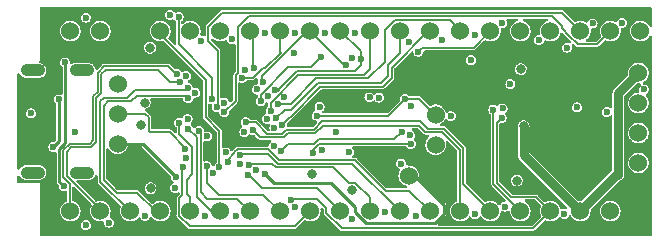
<source format=gbl>
G04 #@! TF.GenerationSoftware,KiCad,Pcbnew,(6.0.7-1)-1*
G04 #@! TF.CreationDate,2022-09-05T08:39:56-04:00*
G04 #@! TF.ProjectId,F405_pill,46343035-5f70-4696-9c6c-2e6b69636164,rev?*
G04 #@! TF.SameCoordinates,Original*
G04 #@! TF.FileFunction,Copper,L4,Bot*
G04 #@! TF.FilePolarity,Positive*
%FSLAX46Y46*%
G04 Gerber Fmt 4.6, Leading zero omitted, Abs format (unit mm)*
G04 Created by KiCad (PCBNEW (6.0.7-1)-1) date 2022-09-05 08:39:56*
%MOMM*%
%LPD*%
G01*
G04 APERTURE LIST*
G04 #@! TA.AperFunction,ComponentPad*
%ADD10C,1.524000*%
G04 #@! TD*
G04 #@! TA.AperFunction,ComponentPad*
%ADD11O,2.100000X1.050000*%
G04 #@! TD*
G04 #@! TA.AperFunction,ViaPad*
%ADD12C,0.600000*%
G04 #@! TD*
G04 #@! TA.AperFunction,ViaPad*
%ADD13C,0.800000*%
G04 #@! TD*
G04 #@! TA.AperFunction,Conductor*
%ADD14C,0.200000*%
G04 #@! TD*
G04 #@! TA.AperFunction,Conductor*
%ADD15C,0.250000*%
G04 #@! TD*
G04 #@! TA.AperFunction,Conductor*
%ADD16C,0.800000*%
G04 #@! TD*
G04 APERTURE END LIST*
D10*
X146982000Y-88222000D03*
X146982000Y-85682000D03*
X146982000Y-83142000D03*
X146982000Y-80602000D03*
X129800000Y-84130000D03*
X129800000Y-86670000D03*
X130070000Y-89300000D03*
X127530000Y-89300000D03*
X147147000Y-77057000D03*
X144607000Y-77057000D03*
X142067000Y-77057000D03*
X139527000Y-77057000D03*
X136987000Y-77057000D03*
X134447000Y-77057000D03*
X131907000Y-77057000D03*
X129367000Y-77057000D03*
X126827000Y-77057000D03*
X124287000Y-77057000D03*
X121747000Y-77057000D03*
X119207000Y-77057000D03*
X116667000Y-77057000D03*
X114127000Y-77057000D03*
X111587000Y-77057000D03*
X109047000Y-77057000D03*
X106507000Y-77057000D03*
X103967000Y-77057000D03*
X101427000Y-77057000D03*
X98887000Y-77057000D03*
X98887000Y-92297000D03*
X101427000Y-92297000D03*
X103967000Y-92297000D03*
X106507000Y-92297000D03*
X109047000Y-92297000D03*
X111587000Y-92297000D03*
X114103395Y-92306993D03*
X116667000Y-92297000D03*
X119207000Y-92297000D03*
X121747000Y-92297000D03*
X124287000Y-92297000D03*
X126827000Y-92297000D03*
X129367000Y-92297000D03*
X131907000Y-92297000D03*
X134447000Y-92297000D03*
X136987000Y-92297000D03*
X139527000Y-92297000D03*
X142067000Y-92297000D03*
X144607000Y-92297000D03*
X147147000Y-92297000D03*
X102882000Y-81502000D03*
X102882000Y-84042000D03*
X102882000Y-86582000D03*
X102882000Y-89122000D03*
D11*
X99862000Y-80392000D03*
X99862000Y-89032000D03*
X95682000Y-80392000D03*
X95682000Y-89032000D03*
D12*
X145570000Y-76370000D03*
X122690000Y-79360000D03*
X99260000Y-85600000D03*
X113620000Y-85600000D03*
X113700000Y-80310000D03*
X140932000Y-78452000D03*
X138560000Y-77820000D03*
X115390000Y-77180000D03*
X144300000Y-83900000D03*
X116094994Y-86815006D03*
X133170000Y-92540000D03*
D13*
X137016628Y-80270657D03*
D12*
X122740000Y-92940500D03*
X107330000Y-75700000D03*
X128120000Y-92750000D03*
X119980000Y-83450000D03*
X141782000Y-83512000D03*
X121400000Y-85600000D03*
X117010000Y-82650000D03*
X135700000Y-91910000D03*
X109430000Y-82260000D03*
X107760000Y-90320000D03*
X122480000Y-87300000D03*
D13*
X136682000Y-89712000D03*
D12*
X108690000Y-80830000D03*
X127570000Y-77960000D03*
X110960000Y-89060000D03*
X133100000Y-77370000D03*
X114680000Y-82000000D03*
X112900000Y-92690000D03*
D13*
X105182000Y-83112000D03*
D12*
X110310000Y-92730000D03*
X143090000Y-76410000D03*
X135470000Y-83610000D03*
X117900000Y-77180000D03*
X102150000Y-93270000D03*
X127620000Y-85860000D03*
X147430000Y-82000000D03*
X115640000Y-82560000D03*
X117831068Y-78900000D03*
X125020000Y-82680000D03*
X110483300Y-85976700D03*
X126890000Y-88270000D03*
X112020000Y-87320000D03*
X117940000Y-91980000D03*
D13*
X105667000Y-90354000D03*
D12*
X123000000Y-77250000D03*
X115540000Y-84490000D03*
X125530000Y-92410000D03*
X124210000Y-82670000D03*
X100182000Y-93489300D03*
X105200000Y-92690000D03*
X112560000Y-77730000D03*
X120460000Y-77220000D03*
X140700000Y-92520000D03*
X113241500Y-88330000D03*
X131090000Y-84250000D03*
X120200000Y-87091500D03*
X109972088Y-77855560D03*
X95550000Y-84020000D03*
X111918838Y-83102665D03*
D13*
X122766000Y-90521000D03*
X119337000Y-89196696D03*
X105634000Y-78456000D03*
D12*
X100182000Y-75912000D03*
X114640000Y-88815500D03*
X116160000Y-85230500D03*
X108670000Y-87820000D03*
X135440000Y-76360000D03*
X130360000Y-77840000D03*
D13*
X104876000Y-85013000D03*
D12*
X127730000Y-83380000D03*
X108800000Y-84500000D03*
X132800000Y-79500000D03*
X112230000Y-80550000D03*
X105741000Y-89379000D03*
X120286800Y-92913200D03*
X107560000Y-93450000D03*
X95520000Y-85990000D03*
X112460000Y-85300000D03*
X108614000Y-87008000D03*
X107814000Y-89383000D03*
X115340000Y-89170000D03*
X136140657Y-81540657D03*
X97907500Y-82840000D03*
D13*
X137250000Y-85126000D03*
D12*
X97443573Y-86853266D03*
X107910000Y-80654500D03*
X108140000Y-81347638D03*
X108800000Y-81850000D03*
X108864000Y-82733000D03*
X108089000Y-84808000D03*
X108839000Y-85308000D03*
X109772378Y-85499622D03*
X119432000Y-87362000D03*
X127700000Y-86600000D03*
X126950000Y-85559500D03*
X116708985Y-87211015D03*
X114990000Y-83010000D03*
X120130000Y-79280000D03*
X116839000Y-84978000D03*
X116264000Y-84453500D03*
X115839000Y-83783000D03*
X116489000Y-83208000D03*
X123470000Y-79420000D03*
X116170000Y-82037815D03*
X122180000Y-79933500D03*
X115160000Y-81340000D03*
X114439655Y-80189655D03*
X128350000Y-78810000D03*
X113414000Y-81008000D03*
X114357000Y-85462000D03*
X113732000Y-84762000D03*
X108049122Y-75859122D03*
X110880500Y-82820000D03*
X111290000Y-83470000D03*
X111920000Y-83920000D03*
X111500000Y-88530000D03*
X112189000Y-88108000D03*
X113264000Y-87583000D03*
X113980000Y-88430000D03*
X113945390Y-89210269D03*
X134700000Y-83700000D03*
X135400000Y-84400000D03*
X117520000Y-91320000D03*
X98440000Y-79710000D03*
X98305007Y-90184993D03*
X119739000Y-84208000D03*
X127230000Y-82780000D03*
X110438500Y-88500000D03*
X108390000Y-88560000D03*
D14*
X120286800Y-92913200D02*
X119240000Y-93960000D01*
X107630000Y-91260000D02*
X105749000Y-89379000D01*
X105749000Y-89379000D02*
X105741000Y-89379000D01*
X107630000Y-92980000D02*
X107630000Y-91260000D01*
X108610000Y-93960000D02*
X107630000Y-92980000D01*
X119240000Y-93960000D02*
X108610000Y-93960000D01*
X102882000Y-84042000D02*
X105212000Y-84042000D01*
X105514000Y-84344000D02*
X105514000Y-85508000D01*
X105212000Y-84042000D02*
X105514000Y-84344000D01*
X105589000Y-85583000D02*
X107283974Y-85583000D01*
X105514000Y-85508000D02*
X105589000Y-85583000D01*
X107283974Y-85583000D02*
X108614000Y-86913026D01*
X108614000Y-86913026D02*
X108614000Y-87008000D01*
D15*
X107793000Y-89383000D02*
X104992000Y-86582000D01*
X104992000Y-86582000D02*
X102882000Y-86582000D01*
X107814000Y-89383000D02*
X107793000Y-89383000D01*
X129769138Y-93290000D02*
X130500000Y-92559138D01*
X123010000Y-91990000D02*
X123010000Y-92415138D01*
X130500000Y-91770000D02*
X128030000Y-89300000D01*
X128030000Y-89300000D02*
X127530000Y-89300000D01*
X120946009Y-89926009D02*
X123010000Y-91990000D01*
X116096009Y-89926009D02*
X120946009Y-89926009D01*
X123884862Y-93290000D02*
X129769138Y-93290000D01*
X123010000Y-92415138D02*
X123884862Y-93290000D01*
X115340000Y-89170000D02*
X116096009Y-89926009D01*
X130500000Y-92559138D02*
X130500000Y-91770000D01*
X97907500Y-82840000D02*
X97907500Y-86389339D01*
X97907500Y-86389339D02*
X97443573Y-86853266D01*
D16*
X145282000Y-82302000D02*
X146982000Y-80602000D01*
X145120000Y-89212000D02*
X145282000Y-89212000D01*
X137250000Y-87554000D02*
X137250000Y-85126000D01*
X142014000Y-92318000D02*
X145120000Y-89212000D01*
X142014000Y-92318000D02*
X137250000Y-87554000D01*
X145282000Y-89212000D02*
X145282000Y-82302000D01*
D14*
X100789000Y-82586736D02*
X101200000Y-82175736D01*
X101753721Y-80013000D02*
X107171000Y-80013000D01*
X98822000Y-92312000D02*
X98822000Y-89995586D01*
X100789000Y-86310634D02*
X100789000Y-82586736D01*
X98822000Y-89995586D02*
X98262000Y-89435586D01*
X107812500Y-80654500D02*
X107171000Y-80013000D01*
X98262000Y-89435586D02*
X98262000Y-87165736D01*
X100517636Y-86581999D02*
X100789000Y-86310634D01*
X107910000Y-80654500D02*
X107812500Y-80654500D01*
X101200000Y-80566721D02*
X101753721Y-80013000D01*
X98845737Y-86581999D02*
X100517636Y-86581999D01*
X101200000Y-82175736D02*
X101200000Y-80566721D01*
X98262000Y-87165736D02*
X98845737Y-86581999D01*
X101089000Y-82711000D02*
X101089000Y-86434899D01*
X101877985Y-80313000D02*
X101500000Y-80690985D01*
X98562000Y-89312000D02*
X101362000Y-92112000D01*
X98970001Y-86881999D02*
X98562000Y-87290000D01*
X101500000Y-80690985D02*
X101500000Y-82300000D01*
X100641900Y-86881999D02*
X98970001Y-86881999D01*
X101089000Y-86434899D02*
X100641900Y-86881999D01*
X101500000Y-82300000D02*
X101089000Y-82711000D01*
X106273000Y-80313000D02*
X101877985Y-80313000D01*
X101362000Y-92112000D02*
X101362000Y-92312000D01*
X98562000Y-87290000D02*
X98562000Y-89312000D01*
X107307638Y-81347638D02*
X106273000Y-80313000D01*
X108140000Y-81347638D02*
X107307638Y-81347638D01*
X101389000Y-89799000D02*
X103902000Y-92312000D01*
X104381747Y-82012253D02*
X103682000Y-82712000D01*
X101389000Y-83012000D02*
X101389000Y-89799000D01*
X101689000Y-82712000D02*
X101389000Y-83012000D01*
X108800000Y-81850000D02*
X108637747Y-82012253D01*
X108637747Y-82012253D02*
X104381747Y-82012253D01*
X103682000Y-82712000D02*
X101689000Y-82712000D01*
X101714000Y-83380000D02*
X102082000Y-83012000D01*
X102803000Y-90733000D02*
X101714000Y-89644000D01*
X108651000Y-82520000D02*
X108864000Y-82733000D01*
X104481511Y-82512489D02*
X105430327Y-82512489D01*
X104543000Y-90733000D02*
X102803000Y-90733000D01*
X105437838Y-82520000D02*
X108651000Y-82520000D01*
X105430327Y-82512489D02*
X105437838Y-82520000D01*
X106128000Y-92318000D02*
X104543000Y-90733000D01*
X101714000Y-89644000D02*
X101714000Y-83380000D01*
X106454000Y-92318000D02*
X106128000Y-92318000D01*
X102082000Y-83012000D02*
X103982000Y-83012000D01*
X103982000Y-83012000D02*
X104481511Y-82512489D01*
X109209000Y-86853000D02*
X108089000Y-85733000D01*
X108994000Y-92318000D02*
X108994000Y-91113000D01*
X109209000Y-89181000D02*
X109209000Y-86853000D01*
X108994000Y-91113000D02*
X108739000Y-90858000D01*
X108739000Y-90858000D02*
X108739000Y-89651000D01*
X108089000Y-85733000D02*
X108089000Y-84808000D01*
X108739000Y-89651000D02*
X109209000Y-89181000D01*
X110824000Y-92318000D02*
X111534000Y-92318000D01*
X109589000Y-86058000D02*
X109589000Y-91083000D01*
X108839000Y-85308000D02*
X109589000Y-86058000D01*
X109589000Y-91083000D02*
X110824000Y-92318000D01*
X114074000Y-92318000D02*
X112989000Y-91233000D01*
X109939000Y-85666244D02*
X109772378Y-85499622D01*
X110489000Y-91233000D02*
X109939000Y-90683000D01*
X109939000Y-90683000D02*
X109939000Y-85666244D01*
X112989000Y-91233000D02*
X110489000Y-91233000D01*
X119432000Y-87362000D02*
X119432000Y-87126608D01*
X127692000Y-86592000D02*
X127700000Y-86600000D01*
X119966608Y-86592000D02*
X127692000Y-86592000D01*
X119432000Y-87126608D02*
X119955648Y-86602960D01*
X126309500Y-86200000D02*
X119900000Y-86200000D01*
X119900000Y-86200000D02*
X119500000Y-86600000D01*
X126950000Y-85559500D02*
X126309500Y-86200000D01*
X117290000Y-86600000D02*
X116708985Y-87181015D01*
X116708985Y-87181015D02*
X116708985Y-87211015D01*
X119500000Y-86600000D02*
X117290000Y-86600000D01*
X120130000Y-79280000D02*
X119277000Y-80133000D01*
X117339423Y-80133000D02*
X114990000Y-82482423D01*
X114990000Y-82482423D02*
X114990000Y-83010000D01*
X119277000Y-80133000D02*
X117339423Y-80133000D01*
X125317000Y-81783000D02*
X126100000Y-81000000D01*
X120047000Y-81783000D02*
X125317000Y-81783000D01*
X129162000Y-77078000D02*
X129314000Y-77078000D01*
X117527000Y-84303000D02*
X120047000Y-81783000D01*
X126100000Y-81000000D02*
X126100000Y-80140000D01*
X126100000Y-80140000D02*
X129162000Y-77078000D01*
X117514000Y-84303000D02*
X117527000Y-84303000D01*
X116839000Y-84978000D02*
X117514000Y-84303000D01*
X126827000Y-77057000D02*
X126827000Y-78873000D01*
X116318500Y-84453500D02*
X116264000Y-84453500D01*
X126827000Y-78873000D02*
X125800000Y-79900000D01*
X119877000Y-81433000D02*
X117602000Y-83708000D01*
X125800000Y-79900000D02*
X125800000Y-80835392D01*
X125800000Y-80835392D02*
X125154392Y-81481000D01*
X125154392Y-81481000D02*
X122181975Y-81481000D01*
X122133975Y-81433000D02*
X119877000Y-81433000D01*
X122181975Y-81481000D02*
X122133975Y-81433000D01*
X117064000Y-83708000D02*
X116318500Y-84453500D01*
X117602000Y-83708000D02*
X117064000Y-83708000D01*
X124234000Y-80266000D02*
X124234000Y-77078000D01*
X118192000Y-80758000D02*
X123742000Y-80758000D01*
X115839000Y-83111000D02*
X118192000Y-80758000D01*
X115839000Y-83783000D02*
X115839000Y-83111000D01*
X123742000Y-80758000D02*
X124234000Y-80266000D01*
X128964217Y-76100000D02*
X127229783Y-76100000D01*
X131051489Y-76095489D02*
X128968728Y-76095489D01*
X127225272Y-76095489D02*
X126404511Y-76095489D01*
X131854000Y-76898000D02*
X131051489Y-76095489D01*
X117542000Y-83208000D02*
X116489000Y-83208000D01*
X125500000Y-77000000D02*
X125500000Y-79660000D01*
X119692000Y-81058000D02*
X117542000Y-83208000D01*
X128968728Y-76095489D02*
X128964217Y-76100000D01*
X131854000Y-77078000D02*
X131854000Y-76898000D01*
X126404511Y-76095489D02*
X125500000Y-77000000D01*
X127229783Y-76100000D02*
X127225272Y-76095489D01*
X125500000Y-79660000D02*
X124102000Y-81058000D01*
X124102000Y-81058000D02*
X119692000Y-81058000D01*
X123470000Y-79920000D02*
X122957000Y-80433000D01*
X123470000Y-79420000D02*
X123470000Y-79920000D01*
X116195053Y-82062868D02*
X116170000Y-82037815D01*
X118092736Y-80433000D02*
X116462868Y-82062868D01*
X123470000Y-79420000D02*
X123470000Y-78780000D01*
X122957000Y-80433000D02*
X118092736Y-80433000D01*
X123470000Y-78780000D02*
X121747000Y-77057000D01*
X116462868Y-82062868D02*
X116195053Y-82062868D01*
D15*
X116170000Y-82037815D02*
X116452565Y-82037815D01*
D14*
X122180000Y-79933500D02*
X122083500Y-79933500D01*
X115135736Y-81315736D02*
X115135736Y-80850000D01*
X118928736Y-77057000D02*
X119207000Y-77057000D01*
X115160000Y-81340000D02*
X115135736Y-81315736D01*
X122083500Y-79933500D02*
X119207000Y-77057000D01*
X115135736Y-80850000D02*
X118928736Y-77057000D01*
X114439655Y-80189655D02*
X114350000Y-80100000D01*
X114350000Y-80100000D02*
X114350000Y-77354000D01*
X114350000Y-77354000D02*
X114074000Y-77078000D01*
X128350000Y-78810000D02*
X128670000Y-78490000D01*
X133014000Y-78490000D02*
X134447000Y-77057000D01*
X128670000Y-78490000D02*
X133014000Y-78490000D01*
X115380736Y-80180736D02*
X116680736Y-78880736D01*
X114327710Y-81008000D02*
X115154974Y-80180736D01*
X116680736Y-78880736D02*
X116667000Y-78867000D01*
X113414000Y-81008000D02*
X114327710Y-81008000D01*
X115154974Y-80180736D02*
X115380736Y-80180736D01*
X116667000Y-78867000D02*
X116667000Y-77057000D01*
X117286196Y-85691196D02*
X116927392Y-86050000D01*
X119608746Y-85691196D02*
X117286196Y-85691196D01*
X128943736Y-85612000D02*
X128391736Y-85060000D01*
X131854000Y-87114000D02*
X130352000Y-85612000D01*
X114945000Y-86050000D02*
X114357000Y-85462000D01*
X120239942Y-85060000D02*
X119608746Y-85691196D01*
X130352000Y-85612000D02*
X128943736Y-85612000D01*
X128391736Y-85060000D02*
X120239942Y-85060000D01*
X131854000Y-92318000D02*
X131854000Y-87114000D01*
X116927392Y-86050000D02*
X114945000Y-86050000D01*
X129128000Y-85312000D02*
X130512000Y-85312000D01*
X119484483Y-85391196D02*
X120175679Y-84700000D01*
X113732000Y-84762000D02*
X114557000Y-84762000D01*
X132154000Y-90004000D02*
X134447000Y-92297000D01*
X120175679Y-84700000D02*
X128516000Y-84700000D01*
X114557000Y-84762000D02*
X114557000Y-84767000D01*
X117161196Y-85391196D02*
X119484483Y-85391196D01*
X132154000Y-86954000D02*
X132154000Y-90004000D01*
X116822392Y-85730000D02*
X117161196Y-85391196D01*
X128516000Y-84700000D02*
X129128000Y-85312000D01*
X114557000Y-84767000D02*
X115520000Y-85730000D01*
X130512000Y-85312000D02*
X132154000Y-86954000D01*
X115520000Y-85730000D02*
X116822392Y-85730000D01*
X108049122Y-75859122D02*
X108049122Y-78179122D01*
X110880500Y-81010500D02*
X110880500Y-82820000D01*
X108049122Y-78179122D02*
X110880500Y-81010500D01*
X111380000Y-83380000D02*
X111380000Y-78710000D01*
X111290000Y-83470000D02*
X111380000Y-83380000D01*
X110556555Y-77886555D02*
X110556555Y-76686555D01*
X140506449Y-75496449D02*
X142067000Y-77057000D01*
X111380000Y-78710000D02*
X110556555Y-77886555D01*
X111746661Y-75496449D02*
X140506449Y-75496449D01*
X110556555Y-76686555D02*
X111746661Y-75496449D01*
X143474000Y-78190000D02*
X144607000Y-77057000D01*
X112894000Y-80792608D02*
X113100000Y-80586608D01*
X140488511Y-76658728D02*
X140488511Y-76818511D01*
X114004031Y-75795969D02*
X139625752Y-75795969D01*
X113100000Y-80586608D02*
X113100000Y-76700000D01*
X111920000Y-83920000D02*
X111920000Y-83910000D01*
X141105489Y-77455272D02*
X141840217Y-78190000D01*
X141105489Y-77435489D02*
X141105489Y-77455272D01*
X141840217Y-78190000D02*
X143474000Y-78190000D01*
X112894000Y-82936000D02*
X112894000Y-80792608D01*
X113100000Y-76700000D02*
X114004031Y-75795969D01*
X139625752Y-75795969D02*
X140488511Y-76658728D01*
X111920000Y-83910000D02*
X112894000Y-82936000D01*
X140488511Y-76818511D02*
X141105489Y-77435489D01*
X110340000Y-81170000D02*
X106507000Y-77337000D01*
X111500000Y-85530000D02*
X110340000Y-84370000D01*
X111500000Y-88530000D02*
X111500000Y-85530000D01*
X106507000Y-77337000D02*
X106507000Y-77057000D01*
X110340000Y-84370000D02*
X110340000Y-81170000D01*
X112764000Y-87358000D02*
X112764000Y-87333000D01*
X115636586Y-87063000D02*
X116570282Y-87996696D01*
X112764000Y-87333000D02*
X113034000Y-87063000D01*
X112189000Y-87933000D02*
X112764000Y-87358000D01*
X125573000Y-90583000D02*
X127579000Y-90583000D01*
X112189000Y-88108000D02*
X112189000Y-87933000D01*
X127579000Y-90583000D02*
X129314000Y-92318000D01*
X116570282Y-87996696D02*
X122986696Y-87996696D01*
X122986696Y-87996696D02*
X125573000Y-90583000D01*
X113034000Y-87063000D02*
X115636586Y-87063000D01*
X116446696Y-88296696D02*
X122752696Y-88296696D01*
X113264000Y-87583000D02*
X113364000Y-87483000D01*
X115633000Y-87483000D02*
X116446696Y-88296696D01*
X122752696Y-88296696D02*
X126774000Y-92318000D01*
X113364000Y-87483000D02*
X115633000Y-87483000D01*
X121146696Y-88596696D02*
X121860000Y-89310000D01*
X116463088Y-88596696D02*
X121146696Y-88596696D01*
X116463088Y-88596696D02*
X120552696Y-88596696D01*
X122471489Y-89921489D02*
X123014327Y-89921489D01*
X123014327Y-89921489D02*
X124234000Y-91141162D01*
X114130000Y-88280000D02*
X115990000Y-88280000D01*
X116306696Y-88596696D02*
X116463088Y-88596696D01*
X124234000Y-91141162D02*
X124234000Y-92318000D01*
X115990000Y-88280000D02*
X116306696Y-88596696D01*
X113980000Y-88430000D02*
X114130000Y-88280000D01*
X121870000Y-89320000D02*
X122471489Y-89921489D01*
X114118121Y-89383000D02*
X114139000Y-89383000D01*
X114139000Y-89383000D02*
X115139000Y-90383000D01*
X119759000Y-90383000D02*
X121694000Y-92318000D01*
X115139000Y-90383000D02*
X119759000Y-90383000D01*
X113945390Y-89210269D02*
X114118121Y-89383000D01*
X136987000Y-92297000D02*
X134700000Y-90010000D01*
X134700000Y-90010000D02*
X134700000Y-83700000D01*
X136214264Y-91100000D02*
X135000000Y-89885736D01*
X139527000Y-92297000D02*
X138064000Y-93760000D01*
X138064000Y-93760000D02*
X121840000Y-93760000D01*
X135000000Y-84800000D02*
X135400000Y-84400000D01*
X120530000Y-92450000D02*
X120530000Y-92010000D01*
X139527000Y-92297000D02*
X138330000Y-91100000D01*
X120530000Y-92010000D02*
X119800000Y-91280000D01*
X117560000Y-91280000D02*
X117520000Y-91320000D01*
X121840000Y-93760000D02*
X120530000Y-92450000D01*
X135000000Y-89885736D02*
X135000000Y-84800000D01*
X138330000Y-91100000D02*
X136214264Y-91100000D01*
X119800000Y-91280000D02*
X117560000Y-91280000D01*
D15*
X97937000Y-89816986D02*
X97937000Y-87031116D01*
X98460000Y-86508117D02*
X98460000Y-79730000D01*
X98460000Y-79730000D02*
X98440000Y-79710000D01*
X98305007Y-90184993D02*
X97937000Y-89816986D01*
X97937000Y-87031116D02*
X98460000Y-86508117D01*
D14*
X119739000Y-84208000D02*
X119751000Y-84220000D01*
X119751000Y-84220000D02*
X125790000Y-84220000D01*
X128380000Y-82780000D02*
X129842000Y-84242000D01*
X127230000Y-82780000D02*
X128380000Y-82780000D01*
X129842000Y-84242000D02*
X130082000Y-84242000D01*
X127230000Y-82780000D02*
X127230000Y-82810000D01*
X125790000Y-84220000D02*
X127230000Y-82780000D01*
X111438000Y-90908000D02*
X115204000Y-90908000D01*
X110410000Y-88528500D02*
X110438500Y-88500000D01*
X115204000Y-90908000D02*
X116614000Y-92318000D01*
X110410000Y-89880000D02*
X111438000Y-90908000D01*
X110410000Y-89880000D02*
X110410000Y-88528500D01*
X108364000Y-88586000D02*
X108364000Y-90933000D01*
X108070000Y-91227000D02*
X108070000Y-92679783D01*
X108980217Y-93590000D02*
X117882000Y-93590000D01*
X108364000Y-90933000D02*
X108070000Y-91227000D01*
X117882000Y-93590000D02*
X119154000Y-92318000D01*
X108390000Y-88560000D02*
X108364000Y-88586000D01*
X108070000Y-92679783D02*
X108980217Y-93590000D01*
G04 #@! TA.AperFunction,Conductor*
G36*
X148073087Y-75009291D02*
G01*
X148119580Y-75062947D01*
X148130966Y-75115289D01*
X148130966Y-76566041D01*
X148110964Y-76634162D01*
X148057308Y-76680655D01*
X147987034Y-76690759D01*
X147922454Y-76661265D01*
X147895847Y-76629041D01*
X147893649Y-76625233D01*
X147848621Y-76547243D01*
X147844202Y-76542335D01*
X147731719Y-76417410D01*
X147731717Y-76417409D01*
X147727304Y-76412507D01*
X147655319Y-76360207D01*
X147585968Y-76309820D01*
X147585967Y-76309819D01*
X147580626Y-76305939D01*
X147574598Y-76303255D01*
X147574596Y-76303254D01*
X147421026Y-76234880D01*
X147421024Y-76234879D01*
X147414995Y-76232195D01*
X147317933Y-76211564D01*
X147244109Y-76195872D01*
X147244105Y-76195872D01*
X147237652Y-76194500D01*
X147056348Y-76194500D01*
X147049895Y-76195872D01*
X147049891Y-76195872D01*
X146976067Y-76211564D01*
X146879005Y-76232195D01*
X146872976Y-76234879D01*
X146872974Y-76234880D01*
X146719405Y-76303254D01*
X146719403Y-76303255D01*
X146713375Y-76305939D01*
X146708034Y-76309819D01*
X146708033Y-76309820D01*
X146691518Y-76321819D01*
X146566696Y-76412507D01*
X146562283Y-76417409D01*
X146562281Y-76417410D01*
X146449798Y-76542335D01*
X146445379Y-76547243D01*
X146442076Y-76552964D01*
X146359852Y-76695381D01*
X146354727Y-76704257D01*
X146341406Y-76745254D01*
X146302979Y-76863523D01*
X146298701Y-76876688D01*
X146298011Y-76883251D01*
X146298011Y-76883252D01*
X146280439Y-77050434D01*
X146279749Y-77057000D01*
X146280439Y-77063565D01*
X146287973Y-77135240D01*
X146298701Y-77237312D01*
X146300740Y-77243586D01*
X146300741Y-77243591D01*
X146303626Y-77252471D01*
X146354727Y-77409743D01*
X146358030Y-77415465D01*
X146358031Y-77415466D01*
X146392300Y-77474822D01*
X146445379Y-77566757D01*
X146449797Y-77571664D01*
X146449798Y-77571665D01*
X146562278Y-77696586D01*
X146566696Y-77701493D01*
X146574857Y-77707422D01*
X146694284Y-77794191D01*
X146713374Y-77808061D01*
X146719402Y-77810745D01*
X146719404Y-77810746D01*
X146872974Y-77879120D01*
X146879005Y-77881805D01*
X146951481Y-77897210D01*
X147049891Y-77918128D01*
X147049895Y-77918128D01*
X147056348Y-77919500D01*
X147237652Y-77919500D01*
X147244105Y-77918128D01*
X147244109Y-77918128D01*
X147342519Y-77897210D01*
X147414995Y-77881805D01*
X147421026Y-77879120D01*
X147574596Y-77810746D01*
X147574598Y-77810745D01*
X147580626Y-77808061D01*
X147599717Y-77794191D01*
X147719143Y-77707422D01*
X147727304Y-77701493D01*
X147731723Y-77696586D01*
X147844202Y-77571665D01*
X147844203Y-77571664D01*
X147848621Y-77566757D01*
X147895847Y-77484959D01*
X147947229Y-77435966D01*
X148016943Y-77422530D01*
X148082854Y-77448916D01*
X148124036Y-77506748D01*
X148130966Y-77547959D01*
X148130966Y-94280903D01*
X148110964Y-94349024D01*
X148057308Y-94395517D01*
X148004966Y-94406903D01*
X96438902Y-94406903D01*
X96370781Y-94386901D01*
X96324288Y-94333245D01*
X96312902Y-94280903D01*
X96312902Y-93489300D01*
X99756258Y-93489300D01*
X99777095Y-93620862D01*
X99837567Y-93739545D01*
X99931755Y-93833733D01*
X99940588Y-93838233D01*
X99940587Y-93838233D01*
X100038859Y-93888305D01*
X100050438Y-93894205D01*
X100182000Y-93915042D01*
X100313562Y-93894205D01*
X100325142Y-93888305D01*
X100423413Y-93838233D01*
X100423412Y-93838233D01*
X100432245Y-93833733D01*
X100526433Y-93739545D01*
X100586905Y-93620862D01*
X100607742Y-93489300D01*
X100600609Y-93444260D01*
X100592295Y-93391769D01*
X100586905Y-93357738D01*
X100580112Y-93344405D01*
X100530933Y-93247887D01*
X100526433Y-93239055D01*
X100432245Y-93144867D01*
X100328545Y-93092029D01*
X100322396Y-93088896D01*
X100322395Y-93088896D01*
X100313562Y-93084395D01*
X100182000Y-93063558D01*
X100050438Y-93084395D01*
X100041605Y-93088896D01*
X100041604Y-93088896D01*
X100035455Y-93092029D01*
X99931755Y-93144867D01*
X99837567Y-93239055D01*
X99833067Y-93247887D01*
X99783889Y-93344405D01*
X99777095Y-93357738D01*
X99771705Y-93391769D01*
X99763392Y-93444260D01*
X99756258Y-93489300D01*
X96312902Y-93489300D01*
X96312902Y-89923328D01*
X96312984Y-89923130D01*
X96312667Y-89922365D01*
X96312100Y-89922130D01*
X96311902Y-89922048D01*
X96311704Y-89922130D01*
X94499749Y-89922130D01*
X94431628Y-89902128D01*
X94385135Y-89848472D01*
X94373749Y-89796130D01*
X94373749Y-89398841D01*
X94393751Y-89330720D01*
X94447407Y-89284227D01*
X94517681Y-89274123D01*
X94582261Y-89303617D01*
X94606133Y-89331326D01*
X94671214Y-89433877D01*
X94676993Y-89439304D01*
X94676994Y-89439305D01*
X94778541Y-89534665D01*
X94786418Y-89542062D01*
X94924908Y-89618197D01*
X95077981Y-89657500D01*
X96246350Y-89657500D01*
X96250275Y-89657004D01*
X96250278Y-89657004D01*
X96355933Y-89643657D01*
X96355935Y-89643657D01*
X96363792Y-89642664D01*
X96432471Y-89615472D01*
X96503363Y-89587404D01*
X96503366Y-89587403D01*
X96510732Y-89584486D01*
X96521785Y-89576456D01*
X96632173Y-89496254D01*
X96638587Y-89491594D01*
X96648633Y-89479450D01*
X96734271Y-89375932D01*
X96734274Y-89375928D01*
X96739324Y-89369823D01*
X96806614Y-89226826D01*
X96809090Y-89213845D01*
X96834742Y-89079374D01*
X96834742Y-89079372D01*
X96836227Y-89071588D01*
X96826304Y-88913862D01*
X96795362Y-88818633D01*
X96779916Y-88771095D01*
X96779915Y-88771092D01*
X96777467Y-88763559D01*
X96692786Y-88630123D01*
X96654240Y-88593925D01*
X96583358Y-88527362D01*
X96577582Y-88521938D01*
X96569337Y-88517405D01*
X96515394Y-88487750D01*
X96439092Y-88445803D01*
X96286019Y-88406500D01*
X95117650Y-88406500D01*
X95113725Y-88406996D01*
X95113722Y-88406996D01*
X95008067Y-88420343D01*
X95008065Y-88420343D01*
X95000208Y-88421336D01*
X94965288Y-88435162D01*
X94860637Y-88476596D01*
X94860634Y-88476597D01*
X94853268Y-88479514D01*
X94846857Y-88484172D01*
X94846855Y-88484173D01*
X94787557Y-88527256D01*
X94725413Y-88572406D01*
X94720360Y-88578514D01*
X94629729Y-88688068D01*
X94629726Y-88688072D01*
X94624676Y-88694177D01*
X94621302Y-88701348D01*
X94621299Y-88701352D01*
X94613757Y-88717380D01*
X94566654Y-88770501D01*
X94498309Y-88789724D01*
X94430422Y-88768945D01*
X94384545Y-88714761D01*
X94373749Y-88663732D01*
X94373749Y-86853266D01*
X97017831Y-86853266D01*
X97019382Y-86863059D01*
X97019873Y-86866158D01*
X97038668Y-86984828D01*
X97043169Y-86993661D01*
X97043169Y-86993662D01*
X97056154Y-87019147D01*
X97099140Y-87103511D01*
X97193328Y-87197699D01*
X97312011Y-87258171D01*
X97443573Y-87279008D01*
X97565790Y-87259651D01*
X97636201Y-87268751D01*
X97690515Y-87314473D01*
X97711500Y-87384100D01*
X97711500Y-89807778D01*
X97711327Y-89814372D01*
X97709300Y-89853050D01*
X97715937Y-89870340D01*
X97716563Y-89871971D01*
X97722179Y-89890927D01*
X97726393Y-89910754D01*
X97734176Y-89921467D01*
X97736201Y-89926015D01*
X97738908Y-89930184D01*
X97743654Y-89942546D01*
X97757986Y-89956878D01*
X97770827Y-89971913D01*
X97774955Y-89977595D01*
X97774957Y-89977597D01*
X97782740Y-89988309D01*
X97794207Y-89994930D01*
X97804050Y-90003792D01*
X97803732Y-90004145D01*
X97810269Y-90009161D01*
X97848476Y-90047368D01*
X97882502Y-90109680D01*
X97883829Y-90156175D01*
X97881424Y-90171364D01*
X97879265Y-90184993D01*
X97880816Y-90194786D01*
X97883433Y-90211307D01*
X97900102Y-90316555D01*
X97960574Y-90435238D01*
X98054762Y-90529426D01*
X98087559Y-90546137D01*
X98160547Y-90583326D01*
X98173445Y-90589898D01*
X98183238Y-90591449D01*
X98262029Y-90603928D01*
X98305007Y-90610735D01*
X98347986Y-90603928D01*
X98426776Y-90591449D01*
X98436569Y-90589898D01*
X98445403Y-90585397D01*
X98454836Y-90582332D01*
X98455931Y-90585703D01*
X98508100Y-90575917D01*
X98573879Y-90602631D01*
X98614774Y-90660667D01*
X98621500Y-90701285D01*
X98621500Y-91389259D01*
X98601498Y-91457380D01*
X98546750Y-91504366D01*
X98512106Y-91519790D01*
X98459405Y-91543254D01*
X98459403Y-91543255D01*
X98453375Y-91545939D01*
X98448034Y-91549819D01*
X98448033Y-91549820D01*
X98419920Y-91570245D01*
X98306696Y-91652507D01*
X98302283Y-91657409D01*
X98302281Y-91657410D01*
X98194598Y-91777004D01*
X98185379Y-91787243D01*
X98182076Y-91792964D01*
X98123383Y-91894624D01*
X98094727Y-91944257D01*
X98081730Y-91984258D01*
X98044199Y-92099768D01*
X98038701Y-92116688D01*
X98038011Y-92123251D01*
X98038011Y-92123252D01*
X98030517Y-92194554D01*
X98019749Y-92297000D01*
X98020439Y-92303565D01*
X98034866Y-92440821D01*
X98038701Y-92477312D01*
X98040741Y-92483590D01*
X98040741Y-92483591D01*
X98051802Y-92517633D01*
X98094727Y-92649743D01*
X98098030Y-92655465D01*
X98098031Y-92655466D01*
X98139045Y-92726504D01*
X98185379Y-92806757D01*
X98189797Y-92811664D01*
X98189798Y-92811665D01*
X98302278Y-92936586D01*
X98306696Y-92941493D01*
X98312035Y-92945372D01*
X98446659Y-93043182D01*
X98453374Y-93048061D01*
X98459402Y-93050745D01*
X98459404Y-93050746D01*
X98605387Y-93115742D01*
X98619005Y-93121805D01*
X98697258Y-93138438D01*
X98789891Y-93158128D01*
X98789895Y-93158128D01*
X98796348Y-93159500D01*
X98977652Y-93159500D01*
X98984105Y-93158128D01*
X98984109Y-93158128D01*
X99076742Y-93138438D01*
X99154995Y-93121805D01*
X99168613Y-93115742D01*
X99314596Y-93050746D01*
X99314598Y-93050745D01*
X99320626Y-93048061D01*
X99327342Y-93043182D01*
X99461965Y-92945372D01*
X99467304Y-92941493D01*
X99471723Y-92936586D01*
X99584202Y-92811665D01*
X99584203Y-92811664D01*
X99588621Y-92806757D01*
X99634955Y-92726504D01*
X99675969Y-92655466D01*
X99675970Y-92655465D01*
X99679273Y-92649743D01*
X99722198Y-92517633D01*
X99733259Y-92483591D01*
X99733259Y-92483590D01*
X99735299Y-92477312D01*
X99739135Y-92440821D01*
X99753561Y-92303565D01*
X99754251Y-92297000D01*
X99743483Y-92194554D01*
X99735989Y-92123252D01*
X99735989Y-92123251D01*
X99735299Y-92116688D01*
X99729802Y-92099768D01*
X99692270Y-91984258D01*
X99679273Y-91944257D01*
X99650618Y-91894624D01*
X99591924Y-91792964D01*
X99588621Y-91787243D01*
X99579402Y-91777004D01*
X99471719Y-91657410D01*
X99471717Y-91657409D01*
X99467304Y-91652507D01*
X99443310Y-91635074D01*
X99325968Y-91549820D01*
X99325967Y-91549819D01*
X99320626Y-91545939D01*
X99314598Y-91543255D01*
X99314596Y-91543254D01*
X99161028Y-91474881D01*
X99154995Y-91472195D01*
X99148546Y-91470824D01*
X99148536Y-91470821D01*
X99122302Y-91465245D01*
X99059829Y-91431517D01*
X99025508Y-91369367D01*
X99022500Y-91341999D01*
X99022500Y-90360240D01*
X99042502Y-90292119D01*
X99096158Y-90245626D01*
X99166432Y-90235522D01*
X99231012Y-90265016D01*
X99237595Y-90271145D01*
X100667377Y-91700927D01*
X100701403Y-91763239D01*
X100696338Y-91834054D01*
X100687401Y-91853022D01*
X100643480Y-91929096D01*
X100634727Y-91944257D01*
X100621730Y-91984258D01*
X100584199Y-92099768D01*
X100578701Y-92116688D01*
X100578011Y-92123251D01*
X100578011Y-92123252D01*
X100570517Y-92194554D01*
X100559749Y-92297000D01*
X100560439Y-92303565D01*
X100574866Y-92440821D01*
X100578701Y-92477312D01*
X100580741Y-92483590D01*
X100580741Y-92483591D01*
X100591802Y-92517633D01*
X100634727Y-92649743D01*
X100638030Y-92655465D01*
X100638031Y-92655466D01*
X100679045Y-92726504D01*
X100725379Y-92806757D01*
X100729797Y-92811664D01*
X100729798Y-92811665D01*
X100842278Y-92936586D01*
X100846696Y-92941493D01*
X100852035Y-92945372D01*
X100986659Y-93043182D01*
X100993374Y-93048061D01*
X100999402Y-93050745D01*
X100999404Y-93050746D01*
X101145387Y-93115742D01*
X101159005Y-93121805D01*
X101237258Y-93138438D01*
X101329891Y-93158128D01*
X101329895Y-93158128D01*
X101336348Y-93159500D01*
X101517652Y-93159500D01*
X101524107Y-93158128D01*
X101524116Y-93158127D01*
X101573611Y-93147606D01*
X101644402Y-93153007D01*
X101701035Y-93195823D01*
X101725475Y-93262315D01*
X101724258Y-93270000D01*
X101745095Y-93401562D01*
X101805567Y-93520245D01*
X101899755Y-93614433D01*
X102018438Y-93674905D01*
X102150000Y-93695742D01*
X102281562Y-93674905D01*
X102400245Y-93614433D01*
X102494433Y-93520245D01*
X102554905Y-93401562D01*
X102575742Y-93270000D01*
X102554905Y-93138438D01*
X102547304Y-93123519D01*
X102498933Y-93028587D01*
X102494433Y-93019755D01*
X102400245Y-92925567D01*
X102281562Y-92865095D01*
X102271769Y-92863544D01*
X102271606Y-92863491D01*
X102213001Y-92823417D01*
X102185364Y-92758020D01*
X102197471Y-92688064D01*
X102201414Y-92680676D01*
X102219273Y-92649743D01*
X102262198Y-92517633D01*
X102273259Y-92483591D01*
X102273259Y-92483590D01*
X102275299Y-92477312D01*
X102279135Y-92440821D01*
X102293561Y-92303565D01*
X102294251Y-92297000D01*
X102283483Y-92194554D01*
X102275989Y-92123252D01*
X102275989Y-92123251D01*
X102275299Y-92116688D01*
X102269802Y-92099768D01*
X102232270Y-91984258D01*
X102219273Y-91944257D01*
X102190618Y-91894624D01*
X102131924Y-91792964D01*
X102128621Y-91787243D01*
X102119402Y-91777004D01*
X102011719Y-91657410D01*
X102011717Y-91657409D01*
X102007304Y-91652507D01*
X101983310Y-91635074D01*
X101865968Y-91549820D01*
X101865967Y-91549819D01*
X101860626Y-91545939D01*
X101854598Y-91543255D01*
X101854596Y-91543254D01*
X101701026Y-91474880D01*
X101701024Y-91474879D01*
X101694995Y-91472195D01*
X101600158Y-91452037D01*
X101524109Y-91435872D01*
X101524105Y-91435872D01*
X101517652Y-91434500D01*
X101336348Y-91434500D01*
X101329895Y-91435872D01*
X101329891Y-91435872D01*
X101279501Y-91446583D01*
X101159005Y-91472195D01*
X101136561Y-91482188D01*
X101132069Y-91484188D01*
X101061702Y-91493622D01*
X100997405Y-91463515D01*
X100991726Y-91458176D01*
X99406145Y-89872595D01*
X99372119Y-89810283D01*
X99377184Y-89739468D01*
X99419731Y-89682632D01*
X99486251Y-89657821D01*
X99495240Y-89657500D01*
X100426350Y-89657500D01*
X100430275Y-89657004D01*
X100430278Y-89657004D01*
X100535933Y-89643657D01*
X100535935Y-89643657D01*
X100543792Y-89642664D01*
X100612471Y-89615472D01*
X100683363Y-89587404D01*
X100683366Y-89587403D01*
X100690732Y-89584486D01*
X100701785Y-89576456D01*
X100812173Y-89496254D01*
X100818587Y-89491594D01*
X100828633Y-89479450D01*
X100914271Y-89375932D01*
X100914274Y-89375928D01*
X100919324Y-89369823D01*
X100941762Y-89322140D01*
X100948492Y-89307839D01*
X100995595Y-89254718D01*
X101063940Y-89235496D01*
X101131828Y-89256276D01*
X101177704Y-89310459D01*
X101188500Y-89361488D01*
X101188500Y-89762788D01*
X101188364Y-89765189D01*
X101184666Y-89775719D01*
X101186235Y-89789820D01*
X101186235Y-89789821D01*
X101187727Y-89803227D01*
X101188212Y-89811969D01*
X101188500Y-89814527D01*
X101188500Y-89821603D01*
X101190073Y-89828497D01*
X101190424Y-89831616D01*
X101191776Y-89839609D01*
X101194783Y-89866633D01*
X101201058Y-89876656D01*
X101203688Y-89888185D01*
X101212530Y-89899281D01*
X101212531Y-89899283D01*
X101220635Y-89909452D01*
X101225490Y-89916308D01*
X101227331Y-89918620D01*
X101231116Y-89924666D01*
X101236162Y-89929712D01*
X101237889Y-89931881D01*
X101243623Y-89938300D01*
X101260695Y-89959724D01*
X101270882Y-89964638D01*
X101272823Y-89966373D01*
X103138762Y-91832312D01*
X103172788Y-91894624D01*
X103169500Y-91960343D01*
X103122314Y-92105567D01*
X103118701Y-92116688D01*
X103118011Y-92123251D01*
X103118011Y-92123252D01*
X103110517Y-92194554D01*
X103099749Y-92297000D01*
X103100439Y-92303565D01*
X103114866Y-92440821D01*
X103118701Y-92477312D01*
X103120741Y-92483590D01*
X103120741Y-92483591D01*
X103131802Y-92517633D01*
X103174727Y-92649743D01*
X103178030Y-92655465D01*
X103178031Y-92655466D01*
X103219045Y-92726504D01*
X103265379Y-92806757D01*
X103269797Y-92811664D01*
X103269798Y-92811665D01*
X103382278Y-92936586D01*
X103386696Y-92941493D01*
X103392035Y-92945372D01*
X103526659Y-93043182D01*
X103533374Y-93048061D01*
X103539402Y-93050745D01*
X103539404Y-93050746D01*
X103685387Y-93115742D01*
X103699005Y-93121805D01*
X103777258Y-93138438D01*
X103869891Y-93158128D01*
X103869895Y-93158128D01*
X103876348Y-93159500D01*
X104057652Y-93159500D01*
X104064105Y-93158128D01*
X104064109Y-93158128D01*
X104156742Y-93138438D01*
X104234995Y-93121805D01*
X104248613Y-93115742D01*
X104394596Y-93050746D01*
X104394598Y-93050745D01*
X104400626Y-93048061D01*
X104407342Y-93043182D01*
X104541965Y-92945372D01*
X104547304Y-92941493D01*
X104551723Y-92936586D01*
X104621900Y-92858646D01*
X104682346Y-92821407D01*
X104753330Y-92822759D01*
X104812314Y-92862273D01*
X104827803Y-92885755D01*
X104851065Y-92931411D01*
X104851068Y-92931415D01*
X104855567Y-92940245D01*
X104949755Y-93034433D01*
X104980849Y-93050276D01*
X105056645Y-93088896D01*
X105068438Y-93094905D01*
X105200000Y-93115742D01*
X105331562Y-93094905D01*
X105343356Y-93088896D01*
X105419151Y-93050276D01*
X105450245Y-93034433D01*
X105544433Y-92940245D01*
X105598983Y-92833185D01*
X105647730Y-92781571D01*
X105716645Y-92764505D01*
X105783847Y-92787406D01*
X105804392Y-92807646D01*
X105805379Y-92806757D01*
X105922278Y-92936586D01*
X105926696Y-92941493D01*
X105932035Y-92945372D01*
X106066659Y-93043182D01*
X106073374Y-93048061D01*
X106079402Y-93050745D01*
X106079404Y-93050746D01*
X106225387Y-93115742D01*
X106239005Y-93121805D01*
X106317258Y-93138438D01*
X106409891Y-93158128D01*
X106409895Y-93158128D01*
X106416348Y-93159500D01*
X106597652Y-93159500D01*
X106604105Y-93158128D01*
X106604109Y-93158128D01*
X106696742Y-93138438D01*
X106774995Y-93121805D01*
X106788613Y-93115742D01*
X106934596Y-93050746D01*
X106934598Y-93050745D01*
X106940626Y-93048061D01*
X106947342Y-93043182D01*
X107081965Y-92945372D01*
X107087304Y-92941493D01*
X107091723Y-92936586D01*
X107204202Y-92811665D01*
X107204203Y-92811664D01*
X107208621Y-92806757D01*
X107254955Y-92726504D01*
X107295969Y-92655466D01*
X107295970Y-92655465D01*
X107299273Y-92649743D01*
X107342198Y-92517633D01*
X107353259Y-92483591D01*
X107353259Y-92483590D01*
X107355299Y-92477312D01*
X107359135Y-92440821D01*
X107373561Y-92303565D01*
X107374251Y-92297000D01*
X107363483Y-92194554D01*
X107355989Y-92123252D01*
X107355989Y-92123251D01*
X107355299Y-92116688D01*
X107349802Y-92099768D01*
X107312270Y-91984258D01*
X107299273Y-91944257D01*
X107270618Y-91894624D01*
X107211924Y-91792964D01*
X107208621Y-91787243D01*
X107199402Y-91777004D01*
X107091719Y-91657410D01*
X107091717Y-91657409D01*
X107087304Y-91652507D01*
X107063310Y-91635074D01*
X106945968Y-91549820D01*
X106945967Y-91549819D01*
X106940626Y-91545939D01*
X106934598Y-91543255D01*
X106934596Y-91543254D01*
X106781026Y-91474880D01*
X106781024Y-91474879D01*
X106774995Y-91472195D01*
X106680158Y-91452037D01*
X106604109Y-91435872D01*
X106604105Y-91435872D01*
X106597652Y-91434500D01*
X106416348Y-91434500D01*
X106409895Y-91435872D01*
X106409891Y-91435872D01*
X106333842Y-91452037D01*
X106239005Y-91472195D01*
X106232976Y-91474879D01*
X106232974Y-91474880D01*
X106079405Y-91543254D01*
X106079403Y-91543255D01*
X106073375Y-91545939D01*
X106068034Y-91549819D01*
X106068033Y-91549820D01*
X105932040Y-91648624D01*
X105932038Y-91648626D01*
X105926696Y-91652507D01*
X105922273Y-91657420D01*
X105920993Y-91658572D01*
X105856987Y-91689292D01*
X105786533Y-91680530D01*
X105747584Y-91654034D01*
X104710385Y-90616835D01*
X104708779Y-90615035D01*
X104703948Y-90604976D01*
X104682328Y-90587686D01*
X104675810Y-90581853D01*
X104673799Y-90580249D01*
X104668792Y-90575242D01*
X104662801Y-90571477D01*
X104660352Y-90569523D01*
X104653753Y-90564833D01*
X104643590Y-90556705D01*
X104643585Y-90556703D01*
X104632508Y-90547844D01*
X104620985Y-90545194D01*
X104610972Y-90538901D01*
X104583929Y-90535844D01*
X104575645Y-90534428D01*
X104572725Y-90534097D01*
X104565781Y-90532500D01*
X104558657Y-90532500D01*
X104555908Y-90532188D01*
X104547296Y-90531703D01*
X104520076Y-90528626D01*
X104509398Y-90532355D01*
X104506798Y-90532500D01*
X102938240Y-90532500D01*
X102870119Y-90512498D01*
X102849145Y-90495595D01*
X102701373Y-90347823D01*
X105161391Y-90347823D01*
X105162555Y-90356725D01*
X105162555Y-90356728D01*
X105168625Y-90403145D01*
X105179980Y-90489979D01*
X105199317Y-90533926D01*
X105232432Y-90609184D01*
X105237720Y-90621203D01*
X105243497Y-90628076D01*
X105243498Y-90628077D01*
X105320930Y-90720194D01*
X105329970Y-90730948D01*
X105449313Y-90810390D01*
X105586157Y-90853142D01*
X105595129Y-90853306D01*
X105595132Y-90853307D01*
X105660463Y-90854504D01*
X105729499Y-90855770D01*
X105738533Y-90853307D01*
X105859158Y-90820421D01*
X105859160Y-90820420D01*
X105867817Y-90818060D01*
X105989991Y-90743045D01*
X106005007Y-90726456D01*
X106080178Y-90643407D01*
X106086200Y-90636754D01*
X106124983Y-90556705D01*
X106144795Y-90515814D01*
X106144795Y-90515813D01*
X106148710Y-90507733D01*
X106172496Y-90366354D01*
X106172647Y-90354000D01*
X106160954Y-90272352D01*
X106153596Y-90220968D01*
X106153595Y-90220965D01*
X106152323Y-90212082D01*
X106146026Y-90198231D01*
X106126904Y-90156175D01*
X106092984Y-90081572D01*
X106070993Y-90056050D01*
X106005260Y-89979763D01*
X106005257Y-89979760D01*
X105999400Y-89972963D01*
X105879095Y-89894985D01*
X105741739Y-89853907D01*
X105732763Y-89853852D01*
X105732762Y-89853852D01*
X105672555Y-89853484D01*
X105598376Y-89853031D01*
X105460529Y-89892428D01*
X105339280Y-89968930D01*
X105333338Y-89975658D01*
X105333337Y-89975659D01*
X105324136Y-89986077D01*
X105244377Y-90076388D01*
X105183447Y-90206163D01*
X105175847Y-90254976D01*
X105164884Y-90325389D01*
X105161391Y-90347823D01*
X102701373Y-90347823D01*
X101951405Y-89597855D01*
X101917379Y-89535543D01*
X101914500Y-89508760D01*
X101914500Y-87101479D01*
X101934502Y-87033358D01*
X101988158Y-86986865D01*
X102058432Y-86976761D01*
X102123012Y-87006255D01*
X102149619Y-87038479D01*
X102180379Y-87091757D01*
X102184797Y-87096664D01*
X102184798Y-87096665D01*
X102295770Y-87219911D01*
X102301696Y-87226493D01*
X102307035Y-87230372D01*
X102402870Y-87300000D01*
X102448374Y-87333061D01*
X102454402Y-87335745D01*
X102454404Y-87335746D01*
X102598451Y-87399880D01*
X102614005Y-87406805D01*
X102684406Y-87421769D01*
X102784891Y-87443128D01*
X102784895Y-87443128D01*
X102791348Y-87444500D01*
X102972652Y-87444500D01*
X102979105Y-87443128D01*
X102979109Y-87443128D01*
X103079594Y-87421769D01*
X103149995Y-87406805D01*
X103165549Y-87399880D01*
X103309596Y-87335746D01*
X103309598Y-87335745D01*
X103315626Y-87333061D01*
X103361131Y-87300000D01*
X103456965Y-87230372D01*
X103462304Y-87226493D01*
X103468231Y-87219911D01*
X103579202Y-87096665D01*
X103579203Y-87096664D01*
X103583621Y-87091757D01*
X103602840Y-87058468D01*
X103670969Y-86940466D01*
X103670970Y-86940465D01*
X103674273Y-86934743D01*
X103687328Y-86894564D01*
X103727402Y-86835958D01*
X103792798Y-86808321D01*
X103807161Y-86807500D01*
X104846404Y-86807500D01*
X104914525Y-86827502D01*
X104935499Y-86844405D01*
X106147940Y-88056845D01*
X107354597Y-89263502D01*
X107388622Y-89325814D01*
X107389694Y-89363290D01*
X107389809Y-89363290D01*
X107389809Y-89367303D01*
X107389952Y-89372301D01*
X107388258Y-89383000D01*
X107409095Y-89514562D01*
X107413596Y-89523395D01*
X107413596Y-89523396D01*
X107433933Y-89563310D01*
X107469567Y-89633245D01*
X107563755Y-89727433D01*
X107572587Y-89731933D01*
X107577448Y-89735465D01*
X107620801Y-89791688D01*
X107626875Y-89862424D01*
X107593741Y-89925215D01*
X107560588Y-89949666D01*
X107518588Y-89971066D01*
X107518586Y-89971067D01*
X107509755Y-89975567D01*
X107415567Y-90069755D01*
X107411067Y-90078587D01*
X107361520Y-90175829D01*
X107355095Y-90188438D01*
X107334258Y-90320000D01*
X107355095Y-90451562D01*
X107359596Y-90460395D01*
X107359596Y-90460396D01*
X107377531Y-90495595D01*
X107415567Y-90570245D01*
X107509755Y-90664433D01*
X107550670Y-90685280D01*
X107586676Y-90703626D01*
X107628438Y-90724905D01*
X107638231Y-90726456D01*
X107742972Y-90743045D01*
X107760000Y-90745742D01*
X107777029Y-90743045D01*
X107881769Y-90726456D01*
X107891562Y-90724905D01*
X107980298Y-90679692D01*
X108050074Y-90666588D01*
X108115858Y-90693288D01*
X108156765Y-90751315D01*
X108163500Y-90791959D01*
X108163500Y-90797760D01*
X108143498Y-90865881D01*
X108126595Y-90886855D01*
X107953835Y-91059615D01*
X107952035Y-91061221D01*
X107941976Y-91066052D01*
X107928640Y-91082728D01*
X107924686Y-91087672D01*
X107918853Y-91094190D01*
X107917249Y-91096201D01*
X107912242Y-91101208D01*
X107908477Y-91107199D01*
X107906523Y-91109648D01*
X107901833Y-91116247D01*
X107893705Y-91126410D01*
X107893703Y-91126415D01*
X107884844Y-91137492D01*
X107882194Y-91149015D01*
X107875901Y-91159028D01*
X107872844Y-91186071D01*
X107871428Y-91194355D01*
X107871097Y-91197275D01*
X107869500Y-91204219D01*
X107869500Y-91211343D01*
X107869188Y-91214092D01*
X107868703Y-91222703D01*
X107865626Y-91249924D01*
X107869355Y-91260602D01*
X107869500Y-91263202D01*
X107869500Y-92643571D01*
X107869364Y-92645972D01*
X107865666Y-92656502D01*
X107867235Y-92670603D01*
X107867235Y-92670604D01*
X107868727Y-92684010D01*
X107869212Y-92692752D01*
X107869500Y-92695310D01*
X107869500Y-92702386D01*
X107871073Y-92709280D01*
X107871424Y-92712399D01*
X107872776Y-92720392D01*
X107875783Y-92747416D01*
X107882058Y-92757439D01*
X107884688Y-92768968D01*
X107893530Y-92780064D01*
X107893531Y-92780066D01*
X107901635Y-92790235D01*
X107906490Y-92797091D01*
X107908331Y-92799403D01*
X107912116Y-92805449D01*
X107917162Y-92810495D01*
X107918889Y-92812664D01*
X107924623Y-92819083D01*
X107941695Y-92840507D01*
X107951883Y-92845421D01*
X107953818Y-92847151D01*
X108812832Y-93706164D01*
X108814438Y-93707963D01*
X108819269Y-93718024D01*
X108835136Y-93730713D01*
X108840894Y-93735318D01*
X108847412Y-93741152D01*
X108849428Y-93742760D01*
X108854425Y-93747757D01*
X108860405Y-93751515D01*
X108862855Y-93753470D01*
X108869466Y-93758167D01*
X108890709Y-93775156D01*
X108902233Y-93777806D01*
X108912245Y-93784099D01*
X108939288Y-93787156D01*
X108947572Y-93788572D01*
X108950492Y-93788903D01*
X108957436Y-93790500D01*
X108964560Y-93790500D01*
X108967309Y-93790812D01*
X108975920Y-93791297D01*
X109003141Y-93794374D01*
X109013818Y-93790645D01*
X109016417Y-93790500D01*
X117845788Y-93790500D01*
X117848189Y-93790636D01*
X117858719Y-93794334D01*
X117872820Y-93792765D01*
X117872821Y-93792765D01*
X117886227Y-93791273D01*
X117894969Y-93790788D01*
X117897527Y-93790500D01*
X117904603Y-93790500D01*
X117911497Y-93788927D01*
X117914616Y-93788576D01*
X117922609Y-93787224D01*
X117923743Y-93787098D01*
X117949633Y-93784217D01*
X117959656Y-93777942D01*
X117971185Y-93775312D01*
X117982281Y-93766470D01*
X117982283Y-93766469D01*
X117992452Y-93758365D01*
X117999308Y-93753510D01*
X118001620Y-93751669D01*
X118007666Y-93747884D01*
X118012712Y-93742838D01*
X118014881Y-93741111D01*
X118021300Y-93735377D01*
X118031627Y-93727148D01*
X118031627Y-93727147D01*
X118042724Y-93718305D01*
X118047638Y-93708118D01*
X118049373Y-93706177D01*
X118666552Y-93088998D01*
X118728864Y-93054972D01*
X118799679Y-93060037D01*
X118806896Y-93062986D01*
X118921904Y-93114191D01*
X118939005Y-93121805D01*
X119017258Y-93138438D01*
X119109891Y-93158128D01*
X119109895Y-93158128D01*
X119116348Y-93159500D01*
X119297652Y-93159500D01*
X119304105Y-93158128D01*
X119304109Y-93158128D01*
X119396742Y-93138438D01*
X119474995Y-93121805D01*
X119488613Y-93115742D01*
X119634596Y-93050746D01*
X119634598Y-93050745D01*
X119640626Y-93048061D01*
X119647342Y-93043182D01*
X119781965Y-92945372D01*
X119787304Y-92941493D01*
X119791723Y-92936586D01*
X119904202Y-92811665D01*
X119904203Y-92811664D01*
X119908621Y-92806757D01*
X119954955Y-92726504D01*
X119995969Y-92655466D01*
X119995970Y-92655465D01*
X119999273Y-92649743D01*
X120042198Y-92517633D01*
X120053259Y-92483591D01*
X120053259Y-92483590D01*
X120055299Y-92477312D01*
X120059135Y-92440821D01*
X120073561Y-92303565D01*
X120074251Y-92297000D01*
X120063483Y-92194554D01*
X120057511Y-92137732D01*
X120070283Y-92067893D01*
X120118785Y-92016047D01*
X120187618Y-91998652D01*
X120254928Y-92021233D01*
X120271916Y-92035466D01*
X120292595Y-92056145D01*
X120326621Y-92118457D01*
X120329500Y-92145240D01*
X120329500Y-92413788D01*
X120329364Y-92416189D01*
X120325666Y-92426719D01*
X120327235Y-92440820D01*
X120327235Y-92440821D01*
X120328727Y-92454227D01*
X120329212Y-92462969D01*
X120329500Y-92465527D01*
X120329500Y-92472603D01*
X120331073Y-92479497D01*
X120331424Y-92482616D01*
X120332776Y-92490609D01*
X120335783Y-92517633D01*
X120342058Y-92527656D01*
X120344688Y-92539185D01*
X120353530Y-92550281D01*
X120353531Y-92550283D01*
X120360030Y-92558438D01*
X120361394Y-92560149D01*
X120361635Y-92560452D01*
X120366490Y-92567308D01*
X120368331Y-92569620D01*
X120372116Y-92575666D01*
X120377162Y-92580712D01*
X120378889Y-92582881D01*
X120384623Y-92589300D01*
X120401695Y-92610724D01*
X120411882Y-92615638D01*
X120413823Y-92617373D01*
X121672615Y-93876165D01*
X121674221Y-93877965D01*
X121679052Y-93888024D01*
X121699361Y-93904266D01*
X121700672Y-93905314D01*
X121707190Y-93911147D01*
X121709201Y-93912751D01*
X121714208Y-93917758D01*
X121720199Y-93921523D01*
X121722648Y-93923477D01*
X121729247Y-93928167D01*
X121739410Y-93936295D01*
X121739415Y-93936297D01*
X121750492Y-93945156D01*
X121762015Y-93947806D01*
X121772028Y-93954099D01*
X121786128Y-93955693D01*
X121786131Y-93955694D01*
X121799061Y-93957156D01*
X121807308Y-93958565D01*
X121810265Y-93958901D01*
X121817219Y-93960500D01*
X121824352Y-93960500D01*
X121827109Y-93960813D01*
X121835705Y-93961298D01*
X121842156Y-93962027D01*
X121848823Y-93962781D01*
X121848824Y-93962781D01*
X121862924Y-93964375D01*
X121873604Y-93960645D01*
X121876203Y-93960500D01*
X138027788Y-93960500D01*
X138030189Y-93960636D01*
X138040719Y-93964334D01*
X138054820Y-93962765D01*
X138054821Y-93962765D01*
X138068227Y-93961273D01*
X138076969Y-93960788D01*
X138079527Y-93960500D01*
X138086603Y-93960500D01*
X138093497Y-93958927D01*
X138096616Y-93958576D01*
X138104609Y-93957224D01*
X138105743Y-93957098D01*
X138131633Y-93954217D01*
X138141656Y-93947942D01*
X138153185Y-93945312D01*
X138164281Y-93936470D01*
X138164283Y-93936469D01*
X138174452Y-93928365D01*
X138181308Y-93923510D01*
X138183620Y-93921669D01*
X138189666Y-93917884D01*
X138194712Y-93912838D01*
X138196881Y-93911111D01*
X138203300Y-93905377D01*
X138213627Y-93897148D01*
X138213627Y-93897147D01*
X138224724Y-93888305D01*
X138229638Y-93878118D01*
X138231373Y-93876177D01*
X139008694Y-93098856D01*
X139071006Y-93064830D01*
X139141821Y-93069895D01*
X139149029Y-93072840D01*
X139207461Y-93098856D01*
X139241904Y-93114191D01*
X139259005Y-93121805D01*
X139337258Y-93138438D01*
X139429891Y-93158128D01*
X139429895Y-93158128D01*
X139436348Y-93159500D01*
X139617652Y-93159500D01*
X139624105Y-93158128D01*
X139624109Y-93158128D01*
X139716742Y-93138438D01*
X139794995Y-93121805D01*
X139808613Y-93115742D01*
X139954596Y-93050746D01*
X139954598Y-93050745D01*
X139960626Y-93048061D01*
X139967342Y-93043182D01*
X140101965Y-92945372D01*
X140107304Y-92941493D01*
X140111723Y-92936586D01*
X140217223Y-92819416D01*
X140277669Y-92782177D01*
X140348653Y-92783529D01*
X140399954Y-92814632D01*
X140449755Y-92864433D01*
X140568438Y-92924905D01*
X140578231Y-92926456D01*
X140666297Y-92940404D01*
X140700000Y-92945742D01*
X140733704Y-92940404D01*
X140821769Y-92926456D01*
X140831562Y-92924905D01*
X140950245Y-92864433D01*
X141044433Y-92770245D01*
X141079655Y-92701118D01*
X141128403Y-92649503D01*
X141197318Y-92632437D01*
X141264520Y-92655338D01*
X141301041Y-92695321D01*
X141344299Y-92770245D01*
X141365379Y-92806757D01*
X141369797Y-92811664D01*
X141369798Y-92811665D01*
X141482278Y-92936586D01*
X141486696Y-92941493D01*
X141492035Y-92945372D01*
X141626659Y-93043182D01*
X141633374Y-93048061D01*
X141639402Y-93050745D01*
X141639404Y-93050746D01*
X141785387Y-93115742D01*
X141799005Y-93121805D01*
X141877258Y-93138438D01*
X141969891Y-93158128D01*
X141969895Y-93158128D01*
X141976348Y-93159500D01*
X142157652Y-93159500D01*
X142164105Y-93158128D01*
X142164109Y-93158128D01*
X142256742Y-93138438D01*
X142334995Y-93121805D01*
X142348613Y-93115742D01*
X142494596Y-93050746D01*
X142494598Y-93050745D01*
X142500626Y-93048061D01*
X142507342Y-93043182D01*
X142641965Y-92945372D01*
X142647304Y-92941493D01*
X142651723Y-92936586D01*
X142764202Y-92811665D01*
X142764203Y-92811664D01*
X142768621Y-92806757D01*
X142814955Y-92726504D01*
X142855969Y-92655466D01*
X142855970Y-92655465D01*
X142859273Y-92649743D01*
X142902198Y-92517633D01*
X142913259Y-92483591D01*
X142913259Y-92483590D01*
X142915299Y-92477312D01*
X142919135Y-92440821D01*
X142933561Y-92303565D01*
X142934251Y-92297000D01*
X143739749Y-92297000D01*
X143740439Y-92303565D01*
X143754866Y-92440821D01*
X143758701Y-92477312D01*
X143760741Y-92483590D01*
X143760741Y-92483591D01*
X143771802Y-92517633D01*
X143814727Y-92649743D01*
X143818030Y-92655465D01*
X143818031Y-92655466D01*
X143859045Y-92726504D01*
X143905379Y-92806757D01*
X143909797Y-92811664D01*
X143909798Y-92811665D01*
X144022278Y-92936586D01*
X144026696Y-92941493D01*
X144032035Y-92945372D01*
X144166659Y-93043182D01*
X144173374Y-93048061D01*
X144179402Y-93050745D01*
X144179404Y-93050746D01*
X144325387Y-93115742D01*
X144339005Y-93121805D01*
X144417258Y-93138438D01*
X144509891Y-93158128D01*
X144509895Y-93158128D01*
X144516348Y-93159500D01*
X144697652Y-93159500D01*
X144704105Y-93158128D01*
X144704109Y-93158128D01*
X144796742Y-93138438D01*
X144874995Y-93121805D01*
X144888613Y-93115742D01*
X145034596Y-93050746D01*
X145034598Y-93050745D01*
X145040626Y-93048061D01*
X145047342Y-93043182D01*
X145181965Y-92945372D01*
X145187304Y-92941493D01*
X145191723Y-92936586D01*
X145304202Y-92811665D01*
X145304203Y-92811664D01*
X145308621Y-92806757D01*
X145354955Y-92726504D01*
X145395969Y-92655466D01*
X145395970Y-92655465D01*
X145399273Y-92649743D01*
X145442198Y-92517633D01*
X145453259Y-92483591D01*
X145453259Y-92483590D01*
X145455299Y-92477312D01*
X145459135Y-92440821D01*
X145473561Y-92303565D01*
X145474251Y-92297000D01*
X145463483Y-92194554D01*
X145455989Y-92123252D01*
X145455989Y-92123251D01*
X145455299Y-92116688D01*
X145449802Y-92099768D01*
X145412270Y-91984258D01*
X145399273Y-91944257D01*
X145370618Y-91894624D01*
X145311924Y-91792964D01*
X145308621Y-91787243D01*
X145299402Y-91777004D01*
X145191719Y-91657410D01*
X145191717Y-91657409D01*
X145187304Y-91652507D01*
X145163310Y-91635074D01*
X145045968Y-91549820D01*
X145045967Y-91549819D01*
X145040626Y-91545939D01*
X145034598Y-91543255D01*
X145034596Y-91543254D01*
X144881026Y-91474880D01*
X144881024Y-91474879D01*
X144874995Y-91472195D01*
X144780158Y-91452037D01*
X144704109Y-91435872D01*
X144704105Y-91435872D01*
X144697652Y-91434500D01*
X144516348Y-91434500D01*
X144509895Y-91435872D01*
X144509891Y-91435872D01*
X144433842Y-91452037D01*
X144339005Y-91472195D01*
X144332976Y-91474879D01*
X144332974Y-91474880D01*
X144179405Y-91543254D01*
X144179403Y-91543255D01*
X144173375Y-91545939D01*
X144168034Y-91549819D01*
X144168033Y-91549820D01*
X144139920Y-91570245D01*
X144026696Y-91652507D01*
X144022283Y-91657409D01*
X144022281Y-91657410D01*
X143914598Y-91777004D01*
X143905379Y-91787243D01*
X143902076Y-91792964D01*
X143843383Y-91894624D01*
X143814727Y-91944257D01*
X143801730Y-91984258D01*
X143764199Y-92099768D01*
X143758701Y-92116688D01*
X143758011Y-92123251D01*
X143758011Y-92123252D01*
X143750517Y-92194554D01*
X143739749Y-92297000D01*
X142934251Y-92297000D01*
X142922325Y-92183540D01*
X142935097Y-92113702D01*
X142958540Y-92081274D01*
X145294574Y-89745240D01*
X145351035Y-89714409D01*
X145350623Y-89712969D01*
X145350624Y-89712969D01*
X145378482Y-89705007D01*
X145395241Y-89701429D01*
X145409183Y-89699433D01*
X145415029Y-89698596D01*
X145415030Y-89698596D01*
X145423918Y-89697323D01*
X145432092Y-89693607D01*
X145432094Y-89693606D01*
X145446788Y-89686925D01*
X145464312Y-89680477D01*
X145479845Y-89676038D01*
X145479849Y-89676036D01*
X145488471Y-89673572D01*
X145512975Y-89658111D01*
X145528058Y-89649974D01*
X145546252Y-89641702D01*
X145546255Y-89641700D01*
X145554428Y-89637984D01*
X145573464Y-89621581D01*
X145588477Y-89610473D01*
X145609720Y-89597070D01*
X145615663Y-89590341D01*
X145615665Y-89590339D01*
X145628897Y-89575356D01*
X145641091Y-89563310D01*
X145656236Y-89550260D01*
X145663037Y-89544400D01*
X145676704Y-89523314D01*
X145687991Y-89508444D01*
X145698683Y-89496338D01*
X145698683Y-89496337D01*
X145704623Y-89489612D01*
X145716934Y-89463391D01*
X145725254Y-89448413D01*
X145736131Y-89431631D01*
X145736132Y-89431628D01*
X145741015Y-89424095D01*
X145748215Y-89400019D01*
X145754871Y-89382589D01*
X145765553Y-89359837D01*
X145770010Y-89331213D01*
X145773793Y-89314495D01*
X145779522Y-89295340D01*
X145779523Y-89295332D01*
X145782093Y-89286739D01*
X145782301Y-89252818D01*
X145782332Y-89252075D01*
X145782500Y-89250991D01*
X145782500Y-89220405D01*
X145782502Y-89219804D01*
X145782597Y-89204189D01*
X145782969Y-89143376D01*
X145782589Y-89142047D01*
X145782500Y-89140737D01*
X145782500Y-88222000D01*
X146114749Y-88222000D01*
X146115439Y-88228565D01*
X146126101Y-88330000D01*
X146133701Y-88402312D01*
X146135741Y-88408590D01*
X146135741Y-88408591D01*
X146145134Y-88437500D01*
X146189727Y-88574743D01*
X146193030Y-88580465D01*
X146193031Y-88580466D01*
X146247668Y-88675100D01*
X146280379Y-88731757D01*
X146284797Y-88736664D01*
X146284798Y-88736665D01*
X146395399Y-88859499D01*
X146401696Y-88866493D01*
X146407035Y-88870372D01*
X146497992Y-88936456D01*
X146548374Y-88973061D01*
X146554402Y-88975745D01*
X146554404Y-88975746D01*
X146707974Y-89044120D01*
X146714005Y-89046805D01*
X146802676Y-89065652D01*
X146884891Y-89083128D01*
X146884895Y-89083128D01*
X146891348Y-89084500D01*
X147072652Y-89084500D01*
X147079105Y-89083128D01*
X147079109Y-89083128D01*
X147161323Y-89065653D01*
X147249995Y-89046805D01*
X147256026Y-89044120D01*
X147409596Y-88975746D01*
X147409598Y-88975745D01*
X147415626Y-88973061D01*
X147466009Y-88936456D01*
X147556965Y-88870372D01*
X147562304Y-88866493D01*
X147568602Y-88859499D01*
X147679202Y-88736665D01*
X147679203Y-88736664D01*
X147683621Y-88731757D01*
X147716332Y-88675100D01*
X147770969Y-88580466D01*
X147770970Y-88580465D01*
X147774273Y-88574743D01*
X147818866Y-88437500D01*
X147828259Y-88408591D01*
X147828259Y-88408590D01*
X147830299Y-88402312D01*
X147837900Y-88330000D01*
X147848561Y-88228565D01*
X147849251Y-88222000D01*
X147847201Y-88202500D01*
X147830989Y-88048252D01*
X147830989Y-88048251D01*
X147830299Y-88041688D01*
X147814978Y-87994533D01*
X147777458Y-87879061D01*
X147774273Y-87869257D01*
X147753482Y-87833245D01*
X147686924Y-87717964D01*
X147683621Y-87712243D01*
X147675751Y-87703502D01*
X147566719Y-87582410D01*
X147566717Y-87582409D01*
X147562304Y-87577507D01*
X147498320Y-87531020D01*
X147420968Y-87474820D01*
X147420967Y-87474819D01*
X147415626Y-87470939D01*
X147409598Y-87468255D01*
X147409596Y-87468254D01*
X147256026Y-87399880D01*
X147256024Y-87399879D01*
X147249995Y-87397195D01*
X147161323Y-87378347D01*
X147079109Y-87360872D01*
X147079105Y-87360872D01*
X147072652Y-87359500D01*
X146891348Y-87359500D01*
X146884895Y-87360872D01*
X146884891Y-87360872D01*
X146802677Y-87378347D01*
X146714005Y-87397195D01*
X146707976Y-87399879D01*
X146707974Y-87399880D01*
X146554405Y-87468254D01*
X146554403Y-87468255D01*
X146548375Y-87470939D01*
X146543034Y-87474819D01*
X146543033Y-87474820D01*
X146463643Y-87532500D01*
X146401696Y-87577507D01*
X146397283Y-87582409D01*
X146397281Y-87582410D01*
X146288249Y-87703502D01*
X146280379Y-87712243D01*
X146277076Y-87717964D01*
X146210519Y-87833245D01*
X146189727Y-87869257D01*
X146186542Y-87879061D01*
X146149023Y-87994533D01*
X146133701Y-88041688D01*
X146133011Y-88048251D01*
X146133011Y-88048252D01*
X146116799Y-88202500D01*
X146114749Y-88222000D01*
X145782500Y-88222000D01*
X145782500Y-85682000D01*
X146114749Y-85682000D01*
X146115439Y-85688565D01*
X146128865Y-85816297D01*
X146133701Y-85862312D01*
X146135741Y-85868590D01*
X146135741Y-85868591D01*
X146156873Y-85933628D01*
X146189727Y-86034743D01*
X146193030Y-86040465D01*
X146193031Y-86040466D01*
X146214681Y-86077964D01*
X146280379Y-86191757D01*
X146284797Y-86196664D01*
X146284798Y-86196665D01*
X146393907Y-86317842D01*
X146401696Y-86326493D01*
X146407035Y-86330372D01*
X146542888Y-86429075D01*
X146548374Y-86433061D01*
X146554402Y-86435745D01*
X146554404Y-86435746D01*
X146692600Y-86497275D01*
X146714005Y-86506805D01*
X146798882Y-86524846D01*
X146884891Y-86543128D01*
X146884895Y-86543128D01*
X146891348Y-86544500D01*
X147072652Y-86544500D01*
X147079105Y-86543128D01*
X147079109Y-86543128D01*
X147165118Y-86524846D01*
X147249995Y-86506805D01*
X147271400Y-86497275D01*
X147409596Y-86435746D01*
X147409598Y-86435745D01*
X147415626Y-86433061D01*
X147421113Y-86429075D01*
X147556965Y-86330372D01*
X147562304Y-86326493D01*
X147570094Y-86317842D01*
X147679202Y-86196665D01*
X147679203Y-86196664D01*
X147683621Y-86191757D01*
X147749319Y-86077964D01*
X147770969Y-86040466D01*
X147770970Y-86040465D01*
X147774273Y-86034743D01*
X147807127Y-85933628D01*
X147828259Y-85868591D01*
X147828259Y-85868590D01*
X147830299Y-85862312D01*
X147835136Y-85816297D01*
X147848561Y-85688565D01*
X147849251Y-85682000D01*
X147839125Y-85585656D01*
X147830989Y-85508252D01*
X147830989Y-85508251D01*
X147830299Y-85501688D01*
X147826304Y-85489391D01*
X147791119Y-85381104D01*
X147774273Y-85329257D01*
X147762487Y-85308842D01*
X147686924Y-85177964D01*
X147683621Y-85172243D01*
X147678815Y-85166905D01*
X147566719Y-85042410D01*
X147566717Y-85042409D01*
X147562304Y-85037507D01*
X147507859Y-84997950D01*
X147420968Y-84934820D01*
X147420967Y-84934819D01*
X147415626Y-84930939D01*
X147409598Y-84928255D01*
X147409596Y-84928254D01*
X147256026Y-84859880D01*
X147256024Y-84859879D01*
X147249995Y-84857195D01*
X147150670Y-84836083D01*
X147079109Y-84820872D01*
X147079105Y-84820872D01*
X147072652Y-84819500D01*
X146891348Y-84819500D01*
X146884895Y-84820872D01*
X146884891Y-84820872D01*
X146813330Y-84836083D01*
X146714005Y-84857195D01*
X146707976Y-84859879D01*
X146707974Y-84859880D01*
X146554405Y-84928254D01*
X146554403Y-84928255D01*
X146548375Y-84930939D01*
X146543034Y-84934819D01*
X146543033Y-84934820D01*
X146471165Y-84987035D01*
X146401696Y-85037507D01*
X146397283Y-85042409D01*
X146397281Y-85042410D01*
X146285185Y-85166905D01*
X146280379Y-85172243D01*
X146277076Y-85177964D01*
X146201514Y-85308842D01*
X146189727Y-85329257D01*
X146172881Y-85381104D01*
X146137697Y-85489391D01*
X146133701Y-85501688D01*
X146133011Y-85508251D01*
X146133011Y-85508252D01*
X146124875Y-85585656D01*
X146114749Y-85682000D01*
X145782500Y-85682000D01*
X145782500Y-82561504D01*
X145802502Y-82493383D01*
X145819405Y-82472409D01*
X146791535Y-81500279D01*
X146853847Y-81466253D01*
X146890219Y-81464260D01*
X146891348Y-81464500D01*
X147066632Y-81464500D01*
X147134753Y-81484502D01*
X147181246Y-81538158D01*
X147191350Y-81608432D01*
X147161856Y-81673012D01*
X147155727Y-81679595D01*
X147085567Y-81749755D01*
X147069102Y-81782070D01*
X147031894Y-81855095D01*
X147025095Y-81868438D01*
X147004258Y-82000000D01*
X147005809Y-82009793D01*
X147025095Y-82131562D01*
X147021704Y-82132099D01*
X147023232Y-82185528D01*
X146986571Y-82246327D01*
X146922860Y-82277654D01*
X146901370Y-82279500D01*
X146891348Y-82279500D01*
X146884895Y-82280872D01*
X146884891Y-82280872D01*
X146836411Y-82291177D01*
X146714005Y-82317195D01*
X146707976Y-82319879D01*
X146707974Y-82319880D01*
X146554405Y-82388254D01*
X146554403Y-82388255D01*
X146548375Y-82390939D01*
X146543034Y-82394819D01*
X146543033Y-82394820D01*
X146485156Y-82436870D01*
X146401696Y-82497507D01*
X146397283Y-82502409D01*
X146397281Y-82502410D01*
X146319479Y-82588818D01*
X146280379Y-82632243D01*
X146277076Y-82637964D01*
X146195072Y-82780000D01*
X146189727Y-82789257D01*
X146185729Y-82801562D01*
X146144889Y-82927256D01*
X146133701Y-82961688D01*
X146133011Y-82968251D01*
X146133011Y-82968252D01*
X146128204Y-83013985D01*
X146114749Y-83142000D01*
X146115439Y-83148565D01*
X146128604Y-83273814D01*
X146133701Y-83322312D01*
X146135741Y-83328590D01*
X146135741Y-83328591D01*
X146145600Y-83358933D01*
X146189727Y-83494743D01*
X146193030Y-83500465D01*
X146193031Y-83500466D01*
X146254741Y-83607350D01*
X146280379Y-83651757D01*
X146284797Y-83656664D01*
X146284798Y-83656665D01*
X146389731Y-83773204D01*
X146401696Y-83786493D01*
X146407035Y-83790372D01*
X146536236Y-83884242D01*
X146548374Y-83893061D01*
X146554402Y-83895745D01*
X146554404Y-83895746D01*
X146693678Y-83957755D01*
X146714005Y-83966805D01*
X146786236Y-83982158D01*
X146884891Y-84003128D01*
X146884895Y-84003128D01*
X146891348Y-84004500D01*
X147072652Y-84004500D01*
X147079105Y-84003128D01*
X147079109Y-84003128D01*
X147177764Y-83982158D01*
X147249995Y-83966805D01*
X147270322Y-83957755D01*
X147409596Y-83895746D01*
X147409598Y-83895745D01*
X147415626Y-83893061D01*
X147427765Y-83884242D01*
X147556965Y-83790372D01*
X147562304Y-83786493D01*
X147574270Y-83773204D01*
X147679202Y-83656665D01*
X147679203Y-83656664D01*
X147683621Y-83651757D01*
X147709259Y-83607350D01*
X147770969Y-83500466D01*
X147770970Y-83500465D01*
X147774273Y-83494743D01*
X147818400Y-83358933D01*
X147828259Y-83328591D01*
X147828259Y-83328590D01*
X147830299Y-83322312D01*
X147835397Y-83273814D01*
X147848561Y-83148565D01*
X147849251Y-83142000D01*
X147835796Y-83013985D01*
X147830989Y-82968252D01*
X147830989Y-82968251D01*
X147830299Y-82961688D01*
X147819112Y-82927256D01*
X147778271Y-82801562D01*
X147774273Y-82789257D01*
X147768929Y-82780000D01*
X147686924Y-82637964D01*
X147683621Y-82632243D01*
X147679201Y-82627334D01*
X147679198Y-82627330D01*
X147614790Y-82555797D01*
X147584072Y-82491790D01*
X147592837Y-82421336D01*
X147638300Y-82366805D01*
X147651219Y-82359222D01*
X147680245Y-82344433D01*
X147774433Y-82250245D01*
X147827531Y-82146034D01*
X147830404Y-82140396D01*
X147830404Y-82140395D01*
X147834905Y-82131562D01*
X147855742Y-82000000D01*
X147834905Y-81868438D01*
X147828107Y-81855095D01*
X147790898Y-81782070D01*
X147774433Y-81749755D01*
X147680245Y-81655567D01*
X147594883Y-81612073D01*
X147570396Y-81599596D01*
X147570395Y-81599596D01*
X147561562Y-81595095D01*
X147551771Y-81593544D01*
X147551770Y-81593544D01*
X147468422Y-81580343D01*
X147404269Y-81549930D01*
X147366742Y-81489662D01*
X147367756Y-81418673D01*
X147406989Y-81359501D01*
X147415810Y-81353315D01*
X147415626Y-81353061D01*
X147481446Y-81305240D01*
X147562304Y-81246493D01*
X147578004Y-81229057D01*
X147679202Y-81116665D01*
X147679203Y-81116664D01*
X147683621Y-81111757D01*
X147728608Y-81033837D01*
X147770969Y-80960466D01*
X147770970Y-80960465D01*
X147774273Y-80954743D01*
X147799613Y-80876753D01*
X147828259Y-80788591D01*
X147828259Y-80788590D01*
X147830299Y-80782312D01*
X147832593Y-80760492D01*
X147848561Y-80608565D01*
X147849251Y-80602000D01*
X147842783Y-80540463D01*
X147830989Y-80428252D01*
X147830989Y-80428251D01*
X147830299Y-80421688D01*
X147827506Y-80413090D01*
X147784812Y-80281692D01*
X147774273Y-80249257D01*
X147770705Y-80243076D01*
X147686924Y-80097964D01*
X147683621Y-80092243D01*
X147673451Y-80080948D01*
X147566719Y-79962410D01*
X147566717Y-79962409D01*
X147562304Y-79957507D01*
X147527746Y-79932399D01*
X147420968Y-79854820D01*
X147420967Y-79854819D01*
X147415626Y-79850939D01*
X147409598Y-79848255D01*
X147409596Y-79848254D01*
X147256026Y-79779880D01*
X147256024Y-79779879D01*
X147249995Y-79777195D01*
X147156188Y-79757256D01*
X147079109Y-79740872D01*
X147079105Y-79740872D01*
X147072652Y-79739500D01*
X146891348Y-79739500D01*
X146884895Y-79740872D01*
X146884891Y-79740872D01*
X146807812Y-79757256D01*
X146714005Y-79777195D01*
X146707976Y-79779879D01*
X146707974Y-79779880D01*
X146554405Y-79848254D01*
X146554403Y-79848255D01*
X146548375Y-79850939D01*
X146543034Y-79854819D01*
X146543033Y-79854820D01*
X146423660Y-79941549D01*
X146401696Y-79957507D01*
X146397283Y-79962409D01*
X146397281Y-79962410D01*
X146290549Y-80080948D01*
X146280379Y-80092243D01*
X146277076Y-80097964D01*
X146193296Y-80243076D01*
X146189727Y-80249257D01*
X146179188Y-80281692D01*
X146136495Y-80413090D01*
X146133701Y-80421688D01*
X146133011Y-80428251D01*
X146133011Y-80428252D01*
X146121217Y-80540463D01*
X146114749Y-80602000D01*
X146122653Y-80677195D01*
X146123631Y-80686504D01*
X146110859Y-80756342D01*
X146087416Y-80788770D01*
X144977720Y-81898466D01*
X144968376Y-81905932D01*
X144968708Y-81906322D01*
X144961872Y-81912140D01*
X144954280Y-81916930D01*
X144948338Y-81923658D01*
X144948337Y-81923659D01*
X144919245Y-81956600D01*
X144913898Y-81962288D01*
X144902680Y-81973506D01*
X144899991Y-81977094D01*
X144899990Y-81977095D01*
X144896550Y-81981684D01*
X144890168Y-81989523D01*
X144878492Y-82002744D01*
X144859377Y-82024388D01*
X144855563Y-82032511D01*
X144853492Y-82035664D01*
X144845673Y-82048676D01*
X144843856Y-82051995D01*
X144838474Y-82059176D01*
X144835325Y-82067577D01*
X144835324Y-82067578D01*
X144828092Y-82086871D01*
X144825912Y-82092686D01*
X144822144Y-82102736D01*
X144818217Y-82112053D01*
X144802263Y-82146034D01*
X144802262Y-82146037D01*
X144798447Y-82154163D01*
X144797065Y-82163037D01*
X144795961Y-82166650D01*
X144792115Y-82181307D01*
X144791301Y-82185010D01*
X144788148Y-82193420D01*
X144784698Y-82239843D01*
X144783548Y-82249856D01*
X144781500Y-82263009D01*
X144781500Y-82278204D01*
X144781154Y-82287541D01*
X144777524Y-82336392D01*
X144779397Y-82345168D01*
X144780008Y-82354125D01*
X144780002Y-82354125D01*
X144781500Y-82368318D01*
X144781500Y-83482632D01*
X144761498Y-83550753D01*
X144707842Y-83597246D01*
X144637568Y-83607350D01*
X144572988Y-83577856D01*
X144566405Y-83571727D01*
X144550245Y-83555567D01*
X144463880Y-83511562D01*
X144440396Y-83499596D01*
X144440395Y-83499596D01*
X144431562Y-83495095D01*
X144300000Y-83474258D01*
X144168438Y-83495095D01*
X144159605Y-83499596D01*
X144159604Y-83499596D01*
X144136120Y-83511562D01*
X144049755Y-83555567D01*
X143955567Y-83649755D01*
X143951067Y-83658587D01*
X143902751Y-83753413D01*
X143895095Y-83768438D01*
X143874258Y-83900000D01*
X143875809Y-83909793D01*
X143879459Y-83932841D01*
X143895095Y-84031562D01*
X143899596Y-84040395D01*
X143899596Y-84040396D01*
X143916850Y-84074258D01*
X143955567Y-84150245D01*
X144049755Y-84244433D01*
X144168438Y-84304905D01*
X144234219Y-84315324D01*
X144266297Y-84320404D01*
X144300000Y-84325742D01*
X144333704Y-84320404D01*
X144365781Y-84315324D01*
X144431562Y-84304905D01*
X144550245Y-84244433D01*
X144566405Y-84228273D01*
X144628717Y-84194247D01*
X144699532Y-84199312D01*
X144756368Y-84241859D01*
X144781179Y-84308379D01*
X144781500Y-84317368D01*
X144781500Y-88785540D01*
X144761498Y-88853661D01*
X144750450Y-88868368D01*
X144745764Y-88873740D01*
X144738963Y-88879600D01*
X144734080Y-88887134D01*
X144728181Y-88893896D01*
X144728176Y-88893892D01*
X144719200Y-88904986D01*
X142226591Y-91397595D01*
X142164279Y-91431621D01*
X142137496Y-91434500D01*
X141976348Y-91434500D01*
X141969891Y-91435872D01*
X141969886Y-91435873D01*
X141929424Y-91444473D01*
X141858634Y-91439070D01*
X141814134Y-91410321D01*
X139803844Y-89400030D01*
X137787405Y-87383591D01*
X137753379Y-87321279D01*
X137750500Y-87294496D01*
X137750500Y-85178576D01*
X137752246Y-85157671D01*
X137753409Y-85150756D01*
X137755496Y-85138354D01*
X137755647Y-85126000D01*
X137747473Y-85068924D01*
X137736596Y-84992968D01*
X137736595Y-84992965D01*
X137735323Y-84984082D01*
X137725996Y-84963567D01*
X137711160Y-84930939D01*
X137675984Y-84853572D01*
X137637773Y-84809226D01*
X137588260Y-84751763D01*
X137588257Y-84751760D01*
X137582400Y-84744963D01*
X137462095Y-84666985D01*
X137324739Y-84625907D01*
X137315763Y-84625852D01*
X137315762Y-84625852D01*
X137255555Y-84625484D01*
X137181376Y-84625031D01*
X137043529Y-84664428D01*
X136922280Y-84740930D01*
X136916338Y-84747658D01*
X136916337Y-84747659D01*
X136895023Y-84771793D01*
X136827377Y-84848388D01*
X136766447Y-84978163D01*
X136756640Y-85041153D01*
X136752202Y-85069657D01*
X136752202Y-85069658D01*
X136745989Y-85109562D01*
X136744391Y-85119823D01*
X136745555Y-85128725D01*
X136745555Y-85128728D01*
X136748436Y-85150756D01*
X136749500Y-85167093D01*
X136749500Y-87483819D01*
X136748172Y-87495704D01*
X136748682Y-87495745D01*
X136747962Y-87504691D01*
X136745981Y-87513447D01*
X136746537Y-87522407D01*
X136749258Y-87566264D01*
X136749500Y-87574067D01*
X136749500Y-87589940D01*
X136750135Y-87594374D01*
X136750948Y-87600050D01*
X136751978Y-87610106D01*
X136754859Y-87656538D01*
X136757907Y-87664982D01*
X136758676Y-87668694D01*
X136762343Y-87683399D01*
X136763404Y-87687027D01*
X136764677Y-87695918D01*
X136783939Y-87738282D01*
X136787746Y-87747637D01*
X136800491Y-87782943D01*
X136800493Y-87782947D01*
X136803540Y-87791387D01*
X136808835Y-87798635D01*
X136810611Y-87801975D01*
X136818274Y-87815089D01*
X136820303Y-87818261D01*
X136824016Y-87826428D01*
X136829871Y-87833223D01*
X136829873Y-87833226D01*
X136854387Y-87861675D01*
X136860675Y-87869595D01*
X136868522Y-87880336D01*
X136879265Y-87891079D01*
X136885623Y-87897925D01*
X136917600Y-87935037D01*
X136925134Y-87939920D01*
X136931896Y-87945819D01*
X136931892Y-87945824D01*
X136942986Y-87954800D01*
X140880209Y-91892023D01*
X140914235Y-91954335D01*
X140909170Y-92025150D01*
X140866623Y-92081986D01*
X140800103Y-92106797D01*
X140771404Y-92105567D01*
X140709793Y-92095809D01*
X140700000Y-92094258D01*
X140690207Y-92095809D01*
X140634219Y-92104677D01*
X140568438Y-92115095D01*
X140559603Y-92119597D01*
X140559602Y-92119597D01*
X140533737Y-92132776D01*
X140463960Y-92145881D01*
X140398175Y-92119182D01*
X140356700Y-92059446D01*
X140348908Y-92035466D01*
X140319273Y-91944257D01*
X140290618Y-91894624D01*
X140231924Y-91792964D01*
X140228621Y-91787243D01*
X140219402Y-91777004D01*
X140111719Y-91657410D01*
X140111717Y-91657409D01*
X140107304Y-91652507D01*
X140083310Y-91635074D01*
X139965968Y-91549820D01*
X139965967Y-91549819D01*
X139960626Y-91545939D01*
X139954598Y-91543255D01*
X139954596Y-91543254D01*
X139801026Y-91474880D01*
X139801024Y-91474879D01*
X139794995Y-91472195D01*
X139700158Y-91452037D01*
X139624109Y-91435872D01*
X139624105Y-91435872D01*
X139617652Y-91434500D01*
X139436348Y-91434500D01*
X139429895Y-91435872D01*
X139429891Y-91435872D01*
X139353842Y-91452037D01*
X139259005Y-91472195D01*
X139252976Y-91474879D01*
X139252974Y-91474880D01*
X139185111Y-91505095D01*
X139152960Y-91519410D01*
X139149038Y-91521156D01*
X139078671Y-91530590D01*
X139014374Y-91500484D01*
X139008694Y-91495144D01*
X138497385Y-90983835D01*
X138495779Y-90982035D01*
X138490948Y-90971976D01*
X138469328Y-90954686D01*
X138462810Y-90948853D01*
X138460799Y-90947249D01*
X138455792Y-90942242D01*
X138449801Y-90938477D01*
X138447352Y-90936523D01*
X138440753Y-90931833D01*
X138430590Y-90923705D01*
X138430585Y-90923703D01*
X138419508Y-90914844D01*
X138407985Y-90912194D01*
X138397972Y-90905901D01*
X138370929Y-90902844D01*
X138362645Y-90901428D01*
X138359725Y-90901097D01*
X138352781Y-90899500D01*
X138345657Y-90899500D01*
X138342908Y-90899188D01*
X138334296Y-90898703D01*
X138307076Y-90895626D01*
X138296398Y-90899355D01*
X138293798Y-90899500D01*
X136349504Y-90899500D01*
X136281383Y-90879498D01*
X136260409Y-90862595D01*
X135237405Y-89839591D01*
X135203379Y-89777279D01*
X135200500Y-89750496D01*
X135200500Y-89705823D01*
X136176391Y-89705823D01*
X136177555Y-89714725D01*
X136177555Y-89714728D01*
X136182602Y-89753322D01*
X136194980Y-89847979D01*
X136202792Y-89865733D01*
X136236591Y-89942546D01*
X136252720Y-89979203D01*
X136258497Y-89986076D01*
X136258498Y-89986077D01*
X136333051Y-90074769D01*
X136344970Y-90088948D01*
X136384990Y-90115588D01*
X136455465Y-90162500D01*
X136464313Y-90168390D01*
X136601157Y-90211142D01*
X136610129Y-90211306D01*
X136610132Y-90211307D01*
X136675463Y-90212504D01*
X136744499Y-90213770D01*
X136753533Y-90211307D01*
X136874158Y-90178421D01*
X136874160Y-90178420D01*
X136882817Y-90176060D01*
X137004991Y-90101045D01*
X137024722Y-90079247D01*
X137095178Y-90001407D01*
X137101200Y-89994754D01*
X137140279Y-89914095D01*
X137159795Y-89873814D01*
X137159795Y-89873813D01*
X137163710Y-89865733D01*
X137187496Y-89724354D01*
X137187574Y-89717996D01*
X137187588Y-89716859D01*
X137187588Y-89716854D01*
X137187647Y-89712000D01*
X137177860Y-89643657D01*
X137168596Y-89578968D01*
X137168595Y-89578965D01*
X137167323Y-89570082D01*
X137157143Y-89547691D01*
X137133794Y-89496338D01*
X137107984Y-89439572D01*
X137071665Y-89397422D01*
X137020260Y-89337763D01*
X137020257Y-89337760D01*
X137014400Y-89330963D01*
X136894095Y-89252985D01*
X136756739Y-89211907D01*
X136747763Y-89211852D01*
X136747762Y-89211852D01*
X136687555Y-89211484D01*
X136613376Y-89211031D01*
X136475529Y-89250428D01*
X136354280Y-89326930D01*
X136348338Y-89333658D01*
X136348337Y-89333659D01*
X136328769Y-89355816D01*
X136259377Y-89434388D01*
X136198447Y-89564163D01*
X136191237Y-89610473D01*
X136177946Y-89695838D01*
X136176391Y-89705823D01*
X135200500Y-89705823D01*
X135200500Y-84941672D01*
X135220502Y-84873551D01*
X135274158Y-84827058D01*
X135346210Y-84817223D01*
X135390207Y-84824191D01*
X135400000Y-84825742D01*
X135531562Y-84804905D01*
X135545246Y-84797933D01*
X135625078Y-84757256D01*
X135650245Y-84744433D01*
X135744433Y-84650245D01*
X135787059Y-84566587D01*
X135800404Y-84540396D01*
X135800404Y-84540395D01*
X135804905Y-84531562D01*
X135825742Y-84400000D01*
X135804905Y-84268438D01*
X135794791Y-84248587D01*
X135757976Y-84176335D01*
X135744433Y-84149755D01*
X135723773Y-84129095D01*
X135689747Y-84066783D01*
X135694812Y-83995968D01*
X135723773Y-83950905D01*
X135814433Y-83860245D01*
X135856221Y-83778231D01*
X135870404Y-83750396D01*
X135870404Y-83750395D01*
X135874905Y-83741562D01*
X135893934Y-83621413D01*
X135894191Y-83619793D01*
X135895742Y-83610000D01*
X135880221Y-83512000D01*
X141356258Y-83512000D01*
X141377095Y-83643562D01*
X141381596Y-83652395D01*
X141381596Y-83652396D01*
X141386098Y-83661231D01*
X141437567Y-83762245D01*
X141531755Y-83856433D01*
X141575109Y-83878523D01*
X141639595Y-83911380D01*
X141650438Y-83916905D01*
X141782000Y-83937742D01*
X141913562Y-83916905D01*
X141924406Y-83911380D01*
X141988891Y-83878523D01*
X142032245Y-83856433D01*
X142126433Y-83762245D01*
X142177902Y-83661231D01*
X142182404Y-83652396D01*
X142182404Y-83652395D01*
X142186905Y-83643562D01*
X142207742Y-83512000D01*
X142186905Y-83380438D01*
X142182088Y-83370983D01*
X142133594Y-83275809D01*
X142126433Y-83261755D01*
X142032245Y-83167567D01*
X141965196Y-83133404D01*
X141922396Y-83111596D01*
X141922395Y-83111596D01*
X141913562Y-83107095D01*
X141841881Y-83095742D01*
X141791793Y-83087809D01*
X141782000Y-83086258D01*
X141772207Y-83087809D01*
X141722119Y-83095742D01*
X141650438Y-83107095D01*
X141641605Y-83111596D01*
X141641604Y-83111596D01*
X141598804Y-83133404D01*
X141531755Y-83167567D01*
X141437567Y-83261755D01*
X141430406Y-83275809D01*
X141381913Y-83370983D01*
X141377095Y-83380438D01*
X141356258Y-83512000D01*
X135880221Y-83512000D01*
X135874905Y-83478438D01*
X135867065Y-83463050D01*
X135831531Y-83393312D01*
X135814433Y-83359755D01*
X135720245Y-83265567D01*
X135631608Y-83220404D01*
X135610396Y-83209596D01*
X135610395Y-83209596D01*
X135601562Y-83205095D01*
X135470000Y-83184258D01*
X135338438Y-83205095D01*
X135329605Y-83209596D01*
X135329604Y-83209596D01*
X135308392Y-83220404D01*
X135219755Y-83265567D01*
X135129095Y-83356227D01*
X135066783Y-83390253D01*
X134995968Y-83385188D01*
X134966734Y-83366400D01*
X134965277Y-83368406D01*
X134957256Y-83362578D01*
X134950245Y-83355567D01*
X134856654Y-83307880D01*
X134840396Y-83299596D01*
X134840395Y-83299596D01*
X134831562Y-83295095D01*
X134700000Y-83274258D01*
X134568438Y-83295095D01*
X134559605Y-83299596D01*
X134559604Y-83299596D01*
X134543346Y-83307880D01*
X134449755Y-83355567D01*
X134355567Y-83449755D01*
X134332465Y-83495095D01*
X134299728Y-83559346D01*
X134295095Y-83568438D01*
X134274258Y-83700000D01*
X134295095Y-83831562D01*
X134299596Y-83840395D01*
X134299596Y-83840396D01*
X134306989Y-83854905D01*
X134355567Y-83950245D01*
X134449755Y-84044433D01*
X134450602Y-84044865D01*
X134490915Y-84097144D01*
X134499500Y-84142857D01*
X134499500Y-89973788D01*
X134499364Y-89976189D01*
X134495666Y-89986719D01*
X134497235Y-90000820D01*
X134497235Y-90000821D01*
X134498727Y-90014227D01*
X134499212Y-90022969D01*
X134499500Y-90025527D01*
X134499500Y-90032603D01*
X134501073Y-90039497D01*
X134501424Y-90042616D01*
X134502776Y-90050609D01*
X134505783Y-90077633D01*
X134512058Y-90087656D01*
X134514688Y-90099185D01*
X134523530Y-90110281D01*
X134523531Y-90110283D01*
X134531635Y-90120452D01*
X134536490Y-90127308D01*
X134538331Y-90129620D01*
X134542116Y-90135666D01*
X134547162Y-90140712D01*
X134548889Y-90142881D01*
X134554623Y-90149300D01*
X134571695Y-90170724D01*
X134581882Y-90175638D01*
X134583823Y-90177373D01*
X135414724Y-91008273D01*
X135689774Y-91283323D01*
X135723799Y-91345635D01*
X135718735Y-91416450D01*
X135676188Y-91473286D01*
X135620389Y-91496867D01*
X135568438Y-91505095D01*
X135559605Y-91509596D01*
X135559604Y-91509596D01*
X135532746Y-91523281D01*
X135449755Y-91565567D01*
X135355567Y-91659755D01*
X135347172Y-91676232D01*
X135322527Y-91724599D01*
X135273778Y-91776214D01*
X135204863Y-91793280D01*
X135137662Y-91770379D01*
X135116624Y-91751706D01*
X135031724Y-91657414D01*
X135031715Y-91657406D01*
X135027304Y-91652507D01*
X135003310Y-91635074D01*
X134885968Y-91549820D01*
X134885967Y-91549819D01*
X134880626Y-91545939D01*
X134874598Y-91543255D01*
X134874596Y-91543254D01*
X134721026Y-91474880D01*
X134721024Y-91474879D01*
X134714995Y-91472195D01*
X134620158Y-91452037D01*
X134544109Y-91435872D01*
X134544105Y-91435872D01*
X134537652Y-91434500D01*
X134356348Y-91434500D01*
X134349895Y-91435872D01*
X134349891Y-91435872D01*
X134273842Y-91452037D01*
X134179005Y-91472195D01*
X134172976Y-91474879D01*
X134172974Y-91474880D01*
X134105111Y-91505095D01*
X134072960Y-91519410D01*
X134069038Y-91521156D01*
X133998671Y-91530590D01*
X133934374Y-91500484D01*
X133928694Y-91495144D01*
X132391405Y-89957855D01*
X132357379Y-89895543D01*
X132354500Y-89868760D01*
X132354500Y-86990212D01*
X132354636Y-86987811D01*
X132358334Y-86977281D01*
X132355273Y-86949773D01*
X132354788Y-86941031D01*
X132354500Y-86938473D01*
X132354500Y-86931397D01*
X132352927Y-86924503D01*
X132352576Y-86921384D01*
X132351224Y-86913391D01*
X132349786Y-86900470D01*
X132348217Y-86886367D01*
X132341942Y-86876344D01*
X132339312Y-86864815D01*
X132330470Y-86853719D01*
X132330469Y-86853717D01*
X132322365Y-86843548D01*
X132317510Y-86836692D01*
X132315669Y-86834380D01*
X132311884Y-86828334D01*
X132306838Y-86823288D01*
X132305111Y-86821119D01*
X132299377Y-86814700D01*
X132291148Y-86804373D01*
X132291147Y-86804373D01*
X132282305Y-86793276D01*
X132272118Y-86788362D01*
X132270177Y-86786627D01*
X130679385Y-85195835D01*
X130677779Y-85194035D01*
X130672948Y-85183976D01*
X130651328Y-85166686D01*
X130644810Y-85160853D01*
X130642799Y-85159249D01*
X130637792Y-85154242D01*
X130631801Y-85150477D01*
X130629352Y-85148523D01*
X130622753Y-85143833D01*
X130612590Y-85135705D01*
X130612585Y-85135703D01*
X130601508Y-85126844D01*
X130589985Y-85124194D01*
X130579972Y-85117901D01*
X130552929Y-85114844D01*
X130544645Y-85113428D01*
X130541725Y-85113097D01*
X130534781Y-85111500D01*
X130527657Y-85111500D01*
X130524908Y-85111188D01*
X130516296Y-85110703D01*
X130489076Y-85107626D01*
X130478398Y-85111355D01*
X130475798Y-85111500D01*
X130303352Y-85111500D01*
X130235231Y-85091498D01*
X130188738Y-85037842D01*
X130178634Y-84967568D01*
X130208128Y-84902988D01*
X130234022Y-84881606D01*
X130233626Y-84881061D01*
X130374965Y-84778372D01*
X130380304Y-84774493D01*
X130395825Y-84757256D01*
X130497202Y-84644665D01*
X130497203Y-84644664D01*
X130501621Y-84639757D01*
X130551243Y-84553809D01*
X130559874Y-84538860D01*
X130611257Y-84489867D01*
X130680971Y-84476432D01*
X130746882Y-84502819D01*
X130758088Y-84512766D01*
X130839755Y-84594433D01*
X130888867Y-84619457D01*
X130938351Y-84644670D01*
X130958438Y-84654905D01*
X131090000Y-84675742D01*
X131221562Y-84654905D01*
X131241650Y-84644670D01*
X131291133Y-84619457D01*
X131340245Y-84594433D01*
X131434433Y-84500245D01*
X131474621Y-84421372D01*
X131490404Y-84390396D01*
X131490404Y-84390395D01*
X131494905Y-84381562D01*
X131515742Y-84250000D01*
X131494905Y-84118438D01*
X131434433Y-83999755D01*
X131340245Y-83905567D01*
X131271234Y-83870404D01*
X131230396Y-83849596D01*
X131230395Y-83849596D01*
X131221562Y-83845095D01*
X131155781Y-83834676D01*
X131099793Y-83825809D01*
X131090000Y-83824258D01*
X131080207Y-83825809D01*
X131024219Y-83834677D01*
X130958438Y-83845095D01*
X130949605Y-83849596D01*
X130949604Y-83849596D01*
X130908766Y-83870404D01*
X130839755Y-83905567D01*
X130829821Y-83915501D01*
X130825394Y-83917918D01*
X130824723Y-83918406D01*
X130824660Y-83918319D01*
X130767509Y-83949527D01*
X130696694Y-83944462D01*
X130639858Y-83901915D01*
X130620893Y-83865341D01*
X130618855Y-83859067D01*
X130608048Y-83825809D01*
X130594316Y-83783544D01*
X130594315Y-83783542D01*
X130592273Y-83777257D01*
X130587182Y-83768438D01*
X130504924Y-83625964D01*
X130501621Y-83620243D01*
X130495014Y-83612905D01*
X130384719Y-83490410D01*
X130384717Y-83490409D01*
X130380304Y-83485507D01*
X130315697Y-83438567D01*
X130238968Y-83382820D01*
X130238967Y-83382819D01*
X130233626Y-83378939D01*
X130227598Y-83376255D01*
X130227596Y-83376254D01*
X130074026Y-83307880D01*
X130074024Y-83307879D01*
X130067995Y-83305195D01*
X129979323Y-83286347D01*
X129897109Y-83268872D01*
X129897105Y-83268872D01*
X129890652Y-83267500D01*
X129709348Y-83267500D01*
X129702895Y-83268872D01*
X129702891Y-83268872D01*
X129620677Y-83286347D01*
X129532005Y-83305195D01*
X129525972Y-83307881D01*
X129525966Y-83307883D01*
X129373603Y-83375720D01*
X129303236Y-83385155D01*
X129238939Y-83355049D01*
X129233259Y-83349709D01*
X128547385Y-82663835D01*
X128545779Y-82662035D01*
X128540948Y-82651976D01*
X128519328Y-82634686D01*
X128512810Y-82628853D01*
X128510799Y-82627249D01*
X128505792Y-82622242D01*
X128499801Y-82618477D01*
X128497352Y-82616523D01*
X128490753Y-82611833D01*
X128480590Y-82603705D01*
X128480585Y-82603703D01*
X128469508Y-82594844D01*
X128457985Y-82592194D01*
X128447972Y-82585901D01*
X128420929Y-82582844D01*
X128412645Y-82581428D01*
X128409725Y-82581097D01*
X128402781Y-82579500D01*
X128395657Y-82579500D01*
X128392908Y-82579188D01*
X128384296Y-82578703D01*
X128357076Y-82575626D01*
X128346398Y-82579355D01*
X128343798Y-82579500D01*
X127672857Y-82579500D01*
X127604736Y-82559498D01*
X127575536Y-82531920D01*
X127574433Y-82529755D01*
X127480245Y-82435567D01*
X127403036Y-82396227D01*
X127370396Y-82379596D01*
X127370395Y-82379596D01*
X127361562Y-82375095D01*
X127230000Y-82354258D01*
X127098438Y-82375095D01*
X127089605Y-82379596D01*
X127089604Y-82379596D01*
X127056964Y-82396227D01*
X126979755Y-82435567D01*
X126885567Y-82529755D01*
X126868141Y-82563955D01*
X126830339Y-82638147D01*
X126825095Y-82648438D01*
X126804258Y-82780000D01*
X126813657Y-82839344D01*
X126804557Y-82909752D01*
X126778303Y-82948147D01*
X125743855Y-83982595D01*
X125681543Y-84016621D01*
X125654760Y-84019500D01*
X120305615Y-84019500D01*
X120237494Y-83999498D01*
X120191001Y-83945842D01*
X120180897Y-83875568D01*
X120210391Y-83810988D01*
X120226161Y-83796514D01*
X120230245Y-83794433D01*
X120324433Y-83700245D01*
X120355114Y-83640031D01*
X120380404Y-83590396D01*
X120380404Y-83590395D01*
X120384905Y-83581562D01*
X120405742Y-83450000D01*
X120384905Y-83318438D01*
X120379526Y-83307880D01*
X120338038Y-83226456D01*
X120324433Y-83199755D01*
X120230245Y-83105567D01*
X120161234Y-83070404D01*
X120120396Y-83049596D01*
X120120395Y-83049596D01*
X120111562Y-83045095D01*
X119980000Y-83024258D01*
X119848438Y-83045095D01*
X119839605Y-83049596D01*
X119839604Y-83049596D01*
X119798766Y-83070404D01*
X119729755Y-83105567D01*
X119635567Y-83199755D01*
X119621962Y-83226456D01*
X119580475Y-83307880D01*
X119575095Y-83318438D01*
X119554258Y-83450000D01*
X119575095Y-83581562D01*
X119579596Y-83590395D01*
X119579596Y-83590396D01*
X119614170Y-83658251D01*
X119627274Y-83728028D01*
X119600574Y-83793813D01*
X119559106Y-83827721D01*
X119553350Y-83830654D01*
X119488755Y-83863567D01*
X119394567Y-83957755D01*
X119334095Y-84076438D01*
X119313258Y-84208000D01*
X119334095Y-84339562D01*
X119338596Y-84348395D01*
X119338596Y-84348396D01*
X119353798Y-84378231D01*
X119394567Y-84458245D01*
X119488755Y-84552433D01*
X119529467Y-84573177D01*
X119564946Y-84591254D01*
X119607438Y-84612905D01*
X119684146Y-84625054D01*
X119748299Y-84655466D01*
X119785827Y-84715734D01*
X119784813Y-84786723D01*
X119753531Y-84838598D01*
X119438338Y-85153791D01*
X119376026Y-85187817D01*
X119349243Y-85190696D01*
X117378582Y-85190696D01*
X117310461Y-85170694D01*
X117263968Y-85117038D01*
X117254133Y-85044986D01*
X117263191Y-84987793D01*
X117264742Y-84978000D01*
X117255343Y-84918656D01*
X117264443Y-84848248D01*
X117290697Y-84809853D01*
X117600177Y-84500373D01*
X117616544Y-84488763D01*
X117616185Y-84488312D01*
X117637452Y-84471365D01*
X117644308Y-84466510D01*
X117646620Y-84464669D01*
X117652666Y-84460884D01*
X117657712Y-84455838D01*
X117659881Y-84454111D01*
X117666300Y-84448377D01*
X117676627Y-84440148D01*
X117676627Y-84440147D01*
X117687724Y-84431305D01*
X117692638Y-84421118D01*
X117694373Y-84419177D01*
X119443550Y-82670000D01*
X123784258Y-82670000D01*
X123805095Y-82801562D01*
X123865567Y-82920245D01*
X123959755Y-83014433D01*
X123988213Y-83028933D01*
X124067428Y-83069295D01*
X124078438Y-83074905D01*
X124210000Y-83095742D01*
X124341562Y-83074905D01*
X124352573Y-83069295D01*
X124431787Y-83028933D01*
X124460245Y-83014433D01*
X124520905Y-82953773D01*
X124583217Y-82919747D01*
X124654032Y-82924812D01*
X124699095Y-82953773D01*
X124769755Y-83024433D01*
X124819140Y-83049596D01*
X124860014Y-83070422D01*
X124888438Y-83084905D01*
X125020000Y-83105742D01*
X125151562Y-83084905D01*
X125179987Y-83070422D01*
X125220860Y-83049596D01*
X125270245Y-83024433D01*
X125364433Y-82930245D01*
X125415405Y-82830207D01*
X125420404Y-82820396D01*
X125420404Y-82820395D01*
X125424905Y-82811562D01*
X125445742Y-82680000D01*
X125424905Y-82548438D01*
X125409286Y-82517783D01*
X125376674Y-82453780D01*
X125364433Y-82429755D01*
X125270245Y-82335567D01*
X125151562Y-82275095D01*
X125020000Y-82254258D01*
X124888438Y-82275095D01*
X124769755Y-82335567D01*
X124709095Y-82396227D01*
X124646783Y-82430253D01*
X124575968Y-82425188D01*
X124530905Y-82396227D01*
X124460245Y-82325567D01*
X124370022Y-82279596D01*
X124350396Y-82269596D01*
X124350395Y-82269596D01*
X124341562Y-82265095D01*
X124241077Y-82249180D01*
X124219793Y-82245809D01*
X124210000Y-82244258D01*
X124200207Y-82245809D01*
X124178923Y-82249180D01*
X124078438Y-82265095D01*
X124069605Y-82269596D01*
X124069604Y-82269596D01*
X124049978Y-82279596D01*
X123959755Y-82325567D01*
X123865567Y-82419755D01*
X123853938Y-82442578D01*
X123810637Y-82527562D01*
X123805095Y-82538438D01*
X123784258Y-82670000D01*
X119443550Y-82670000D01*
X120093145Y-82020405D01*
X120155457Y-81986379D01*
X120182240Y-81983500D01*
X125280788Y-81983500D01*
X125283189Y-81983636D01*
X125293719Y-81987334D01*
X125307820Y-81985765D01*
X125307821Y-81985765D01*
X125321227Y-81984273D01*
X125329969Y-81983788D01*
X125332527Y-81983500D01*
X125339603Y-81983500D01*
X125346497Y-81981927D01*
X125349616Y-81981576D01*
X125357609Y-81980224D01*
X125358743Y-81980098D01*
X125384633Y-81977217D01*
X125394656Y-81970942D01*
X125406185Y-81968312D01*
X125417281Y-81959470D01*
X125417283Y-81959469D01*
X125427452Y-81951365D01*
X125434308Y-81946510D01*
X125436620Y-81944669D01*
X125442666Y-81940884D01*
X125447712Y-81935838D01*
X125449881Y-81934111D01*
X125456300Y-81928377D01*
X125466627Y-81920148D01*
X125466627Y-81920147D01*
X125477724Y-81911305D01*
X125482638Y-81901117D01*
X125484368Y-81899182D01*
X125842893Y-81540657D01*
X135714915Y-81540657D01*
X135735752Y-81672219D01*
X135740253Y-81681052D01*
X135740253Y-81681053D01*
X135741975Y-81684433D01*
X135796224Y-81790902D01*
X135890412Y-81885090D01*
X135899245Y-81889590D01*
X135899244Y-81889590D01*
X135975368Y-81928377D01*
X136009095Y-81945562D01*
X136140657Y-81966399D01*
X136272219Y-81945562D01*
X136305947Y-81928377D01*
X136382070Y-81889590D01*
X136382069Y-81889590D01*
X136390902Y-81885090D01*
X136485090Y-81790902D01*
X136539339Y-81684433D01*
X136541061Y-81681053D01*
X136541061Y-81681052D01*
X136545562Y-81672219D01*
X136566399Y-81540657D01*
X136564692Y-81529876D01*
X136547113Y-81418888D01*
X136545562Y-81409095D01*
X136537002Y-81392294D01*
X136492645Y-81305240D01*
X136485090Y-81290412D01*
X136390902Y-81196224D01*
X136294811Y-81147263D01*
X136281053Y-81140253D01*
X136281052Y-81140253D01*
X136272219Y-81135752D01*
X136140657Y-81114915D01*
X136009095Y-81135752D01*
X136000262Y-81140253D01*
X136000261Y-81140253D01*
X135986503Y-81147263D01*
X135890412Y-81196224D01*
X135796224Y-81290412D01*
X135788669Y-81305240D01*
X135744313Y-81392294D01*
X135735752Y-81409095D01*
X135734201Y-81418888D01*
X135716623Y-81529876D01*
X135714915Y-81540657D01*
X125842893Y-81540657D01*
X126216164Y-81167385D01*
X126217963Y-81165779D01*
X126228024Y-81160948D01*
X126245318Y-81139323D01*
X126251152Y-81132805D01*
X126252760Y-81130789D01*
X126257757Y-81125792D01*
X126261515Y-81119812D01*
X126263470Y-81117362D01*
X126268169Y-81110749D01*
X126276295Y-81100588D01*
X126285156Y-81089508D01*
X126287806Y-81077984D01*
X126294099Y-81067972D01*
X126297156Y-81040929D01*
X126298572Y-81032645D01*
X126298903Y-81029725D01*
X126300500Y-81022781D01*
X126300500Y-81015657D01*
X126300812Y-81012908D01*
X126301297Y-81004296D01*
X126301369Y-81003657D01*
X126304374Y-80977076D01*
X126300645Y-80966399D01*
X126300500Y-80963800D01*
X126300500Y-80275240D01*
X126303659Y-80264480D01*
X136511019Y-80264480D01*
X136512183Y-80273382D01*
X136512183Y-80273385D01*
X136515071Y-80295467D01*
X136529608Y-80406636D01*
X136549291Y-80451368D01*
X136579265Y-80519489D01*
X136587348Y-80537860D01*
X136593125Y-80544733D01*
X136593126Y-80544734D01*
X136649829Y-80612190D01*
X136679598Y-80647605D01*
X136689956Y-80654500D01*
X136783369Y-80716681D01*
X136798941Y-80727047D01*
X136807516Y-80729726D01*
X136808460Y-80730021D01*
X136935785Y-80769799D01*
X136944757Y-80769963D01*
X136944760Y-80769964D01*
X137010091Y-80771161D01*
X137079127Y-80772427D01*
X137088664Y-80769827D01*
X137208786Y-80737078D01*
X137208788Y-80737077D01*
X137217445Y-80734717D01*
X137339619Y-80659702D01*
X137360380Y-80636766D01*
X137429806Y-80560064D01*
X137435828Y-80553411D01*
X137490325Y-80440929D01*
X137494423Y-80432471D01*
X137494423Y-80432470D01*
X137498338Y-80424390D01*
X137522124Y-80283011D01*
X137522275Y-80270657D01*
X137511752Y-80197174D01*
X137503224Y-80137625D01*
X137503223Y-80137622D01*
X137501951Y-80128739D01*
X137442612Y-79998229D01*
X137415924Y-79967256D01*
X137354888Y-79896420D01*
X137354885Y-79896417D01*
X137349028Y-79889620D01*
X137228723Y-79811642D01*
X137091367Y-79770564D01*
X137082391Y-79770509D01*
X137082390Y-79770509D01*
X137022183Y-79770141D01*
X136948004Y-79769688D01*
X136810157Y-79809085D01*
X136688908Y-79885587D01*
X136682966Y-79892315D01*
X136682965Y-79892316D01*
X136645777Y-79934424D01*
X136594005Y-79993045D01*
X136533075Y-80122820D01*
X136526067Y-80167830D01*
X136512411Y-80255542D01*
X136511019Y-80264480D01*
X126303659Y-80264480D01*
X126320502Y-80207119D01*
X126337405Y-80186145D01*
X127023550Y-79500000D01*
X132374258Y-79500000D01*
X132375809Y-79509793D01*
X132380159Y-79537256D01*
X132395095Y-79631562D01*
X132455567Y-79750245D01*
X132549755Y-79844433D01*
X132565497Y-79852454D01*
X132653073Y-79897076D01*
X132668438Y-79904905D01*
X132678231Y-79906456D01*
X132782208Y-79922924D01*
X132800000Y-79925742D01*
X132817793Y-79922924D01*
X132921769Y-79906456D01*
X132931562Y-79904905D01*
X132946928Y-79897076D01*
X133034503Y-79852454D01*
X133050245Y-79844433D01*
X133144433Y-79750245D01*
X133204905Y-79631562D01*
X133219841Y-79537256D01*
X133224191Y-79509793D01*
X133225742Y-79500000D01*
X133204905Y-79368438D01*
X133144433Y-79249755D01*
X133050245Y-79155567D01*
X132931562Y-79095095D01*
X132800000Y-79074258D01*
X132668438Y-79095095D01*
X132549755Y-79155567D01*
X132455567Y-79249755D01*
X132395095Y-79368438D01*
X132374258Y-79500000D01*
X127023550Y-79500000D01*
X127720589Y-78802961D01*
X127782901Y-78768935D01*
X127853716Y-78774000D01*
X127910552Y-78816547D01*
X127934132Y-78872346D01*
X127945095Y-78941562D01*
X128005567Y-79060245D01*
X128099755Y-79154433D01*
X128127720Y-79168682D01*
X128190640Y-79200741D01*
X128218438Y-79214905D01*
X128228231Y-79216456D01*
X128303884Y-79228438D01*
X128350000Y-79235742D01*
X128396117Y-79228438D01*
X128471769Y-79216456D01*
X128481562Y-79214905D01*
X128509361Y-79200741D01*
X128572280Y-79168682D01*
X128600245Y-79154433D01*
X128694433Y-79060245D01*
X128754905Y-78941562D01*
X128772994Y-78827353D01*
X128774191Y-78819793D01*
X128775742Y-78810000D01*
X128776084Y-78810054D01*
X128794193Y-78748379D01*
X128847849Y-78701886D01*
X128900191Y-78690500D01*
X132977788Y-78690500D01*
X132980189Y-78690636D01*
X132990719Y-78694334D01*
X133004820Y-78692765D01*
X133004821Y-78692765D01*
X133018227Y-78691273D01*
X133026969Y-78690788D01*
X133029527Y-78690500D01*
X133036603Y-78690500D01*
X133043497Y-78688927D01*
X133046616Y-78688576D01*
X133054609Y-78687224D01*
X133055743Y-78687098D01*
X133081633Y-78684217D01*
X133091656Y-78677942D01*
X133103185Y-78675312D01*
X133114281Y-78666470D01*
X133114283Y-78666469D01*
X133124452Y-78658365D01*
X133131308Y-78653510D01*
X133133620Y-78651669D01*
X133139666Y-78647884D01*
X133144712Y-78642838D01*
X133146881Y-78641111D01*
X133153300Y-78635377D01*
X133163627Y-78627148D01*
X133163627Y-78627147D01*
X133174724Y-78618305D01*
X133179638Y-78608118D01*
X133181373Y-78606177D01*
X133928694Y-77858856D01*
X133991006Y-77824830D01*
X134061821Y-77829895D01*
X134069029Y-77832840D01*
X134107105Y-77849793D01*
X134172968Y-77879117D01*
X134179005Y-77881805D01*
X134251481Y-77897210D01*
X134349891Y-77918128D01*
X134349895Y-77918128D01*
X134356348Y-77919500D01*
X134537652Y-77919500D01*
X134544105Y-77918128D01*
X134544109Y-77918128D01*
X134642519Y-77897210D01*
X134714995Y-77881805D01*
X134721026Y-77879120D01*
X134874596Y-77810746D01*
X134874598Y-77810745D01*
X134880626Y-77808061D01*
X134899717Y-77794191D01*
X135019143Y-77707422D01*
X135027304Y-77701493D01*
X135031723Y-77696586D01*
X135144202Y-77571665D01*
X135144203Y-77571664D01*
X135148621Y-77566757D01*
X135201700Y-77474822D01*
X135235969Y-77415466D01*
X135235970Y-77415465D01*
X135239273Y-77409743D01*
X135290374Y-77252471D01*
X135293259Y-77243591D01*
X135293260Y-77243586D01*
X135295299Y-77237312D01*
X135306028Y-77135240D01*
X135313561Y-77063565D01*
X135314251Y-77057000D01*
X135313561Y-77050434D01*
X135300205Y-76923362D01*
X135312977Y-76853523D01*
X135361479Y-76801677D01*
X135425515Y-76784191D01*
X135430207Y-76784191D01*
X135440000Y-76785742D01*
X135571562Y-76764905D01*
X135592115Y-76754433D01*
X135678261Y-76710539D01*
X135690245Y-76704433D01*
X135784433Y-76610245D01*
X135823760Y-76533061D01*
X135840404Y-76500396D01*
X135840404Y-76500395D01*
X135844905Y-76491562D01*
X135865742Y-76360000D01*
X135856796Y-76303513D01*
X135846489Y-76238438D01*
X135844905Y-76228438D01*
X135832227Y-76203555D01*
X135820058Y-76179673D01*
X135806953Y-76109896D01*
X135833653Y-76044111D01*
X135891680Y-76003204D01*
X135932324Y-75996469D01*
X136655670Y-75996469D01*
X136723791Y-76016471D01*
X136770284Y-76070127D01*
X136780388Y-76140401D01*
X136750894Y-76204981D01*
X136706919Y-76237576D01*
X136559405Y-76303254D01*
X136559403Y-76303255D01*
X136553375Y-76305939D01*
X136548034Y-76309819D01*
X136548033Y-76309820D01*
X136531518Y-76321819D01*
X136406696Y-76412507D01*
X136402283Y-76417409D01*
X136402281Y-76417410D01*
X136289798Y-76542335D01*
X136285379Y-76547243D01*
X136282076Y-76552964D01*
X136199852Y-76695381D01*
X136194727Y-76704257D01*
X136181406Y-76745254D01*
X136142979Y-76863523D01*
X136138701Y-76876688D01*
X136138011Y-76883251D01*
X136138011Y-76883252D01*
X136120439Y-77050434D01*
X136119749Y-77057000D01*
X136120439Y-77063565D01*
X136127973Y-77135240D01*
X136138701Y-77237312D01*
X136140740Y-77243586D01*
X136140741Y-77243591D01*
X136143626Y-77252471D01*
X136194727Y-77409743D01*
X136198030Y-77415465D01*
X136198031Y-77415466D01*
X136232300Y-77474822D01*
X136285379Y-77566757D01*
X136289797Y-77571664D01*
X136289798Y-77571665D01*
X136402278Y-77696586D01*
X136406696Y-77701493D01*
X136414857Y-77707422D01*
X136534284Y-77794191D01*
X136553374Y-77808061D01*
X136559402Y-77810745D01*
X136559404Y-77810746D01*
X136712974Y-77879120D01*
X136719005Y-77881805D01*
X136791481Y-77897210D01*
X136889891Y-77918128D01*
X136889895Y-77918128D01*
X136896348Y-77919500D01*
X137077652Y-77919500D01*
X137084105Y-77918128D01*
X137084109Y-77918128D01*
X137182519Y-77897210D01*
X137254995Y-77881805D01*
X137261026Y-77879120D01*
X137414596Y-77810746D01*
X137414598Y-77810745D01*
X137420626Y-77808061D01*
X137439717Y-77794191D01*
X137559143Y-77707422D01*
X137567304Y-77701493D01*
X137571723Y-77696586D01*
X137684202Y-77571665D01*
X137684203Y-77571664D01*
X137688621Y-77566757D01*
X137741700Y-77474822D01*
X137775969Y-77415466D01*
X137775970Y-77415465D01*
X137779273Y-77409743D01*
X137830374Y-77252471D01*
X137833259Y-77243591D01*
X137833260Y-77243586D01*
X137835299Y-77237312D01*
X137846028Y-77135240D01*
X137853561Y-77063565D01*
X137854251Y-77057000D01*
X137853561Y-77050434D01*
X137835989Y-76883252D01*
X137835989Y-76883251D01*
X137835299Y-76876688D01*
X137831022Y-76863523D01*
X137792594Y-76745254D01*
X137779273Y-76704257D01*
X137774149Y-76695381D01*
X137691924Y-76552964D01*
X137688621Y-76547243D01*
X137684202Y-76542335D01*
X137571719Y-76417410D01*
X137571717Y-76417409D01*
X137567304Y-76412507D01*
X137495319Y-76360207D01*
X137425968Y-76309820D01*
X137425967Y-76309819D01*
X137420626Y-76305939D01*
X137414598Y-76303255D01*
X137414596Y-76303254D01*
X137267081Y-76237576D01*
X137212985Y-76191596D01*
X137192336Y-76123668D01*
X137211688Y-76055360D01*
X137264899Y-76008359D01*
X137318330Y-75996469D01*
X139195670Y-75996469D01*
X139263791Y-76016471D01*
X139310284Y-76070127D01*
X139320388Y-76140401D01*
X139290894Y-76204981D01*
X139246919Y-76237576D01*
X139099405Y-76303254D01*
X139099403Y-76303255D01*
X139093375Y-76305939D01*
X139088034Y-76309819D01*
X139088033Y-76309820D01*
X139071518Y-76321819D01*
X138946696Y-76412507D01*
X138942283Y-76417409D01*
X138942281Y-76417410D01*
X138829798Y-76542335D01*
X138825379Y-76547243D01*
X138822076Y-76552964D01*
X138739852Y-76695381D01*
X138734727Y-76704257D01*
X138721406Y-76745254D01*
X138682979Y-76863523D01*
X138678701Y-76876688D01*
X138678011Y-76883251D01*
X138678011Y-76883252D01*
X138660439Y-77050434D01*
X138659749Y-77057000D01*
X138660439Y-77063565D01*
X138674272Y-77195172D01*
X138678701Y-77237312D01*
X138680740Y-77243586D01*
X138680745Y-77243611D01*
X138675344Y-77314402D01*
X138632528Y-77371035D01*
X138566533Y-77395293D01*
X138560000Y-77394258D01*
X138550207Y-77395809D01*
X138514300Y-77401496D01*
X138428438Y-77415095D01*
X138419605Y-77419596D01*
X138419604Y-77419596D01*
X138392230Y-77433544D01*
X138309755Y-77475567D01*
X138215567Y-77569755D01*
X138193399Y-77613263D01*
X138163473Y-77671996D01*
X138155095Y-77688438D01*
X138151719Y-77709755D01*
X138136103Y-77808354D01*
X138134258Y-77820000D01*
X138135809Y-77829793D01*
X138138741Y-77848304D01*
X138155095Y-77951562D01*
X138159596Y-77960395D01*
X138159596Y-77960396D01*
X138168224Y-77977330D01*
X138215567Y-78070245D01*
X138309755Y-78164433D01*
X138349007Y-78184433D01*
X138404314Y-78212613D01*
X138428438Y-78224905D01*
X138560000Y-78245742D01*
X138691562Y-78224905D01*
X138715687Y-78212613D01*
X138770993Y-78184433D01*
X138810245Y-78164433D01*
X138904433Y-78070245D01*
X138951776Y-77977330D01*
X138960404Y-77960396D01*
X138960404Y-77960395D01*
X138964905Y-77951562D01*
X138968911Y-77926268D01*
X138999323Y-77862115D01*
X139059592Y-77824588D01*
X139130581Y-77825602D01*
X139144609Y-77830873D01*
X139252966Y-77879117D01*
X139252972Y-77879119D01*
X139259005Y-77881805D01*
X139331481Y-77897210D01*
X139429891Y-77918128D01*
X139429895Y-77918128D01*
X139436348Y-77919500D01*
X139617652Y-77919500D01*
X139624105Y-77918128D01*
X139624109Y-77918128D01*
X139722519Y-77897210D01*
X139794995Y-77881805D01*
X139801026Y-77879120D01*
X139954596Y-77810746D01*
X139954598Y-77810745D01*
X139960626Y-77808061D01*
X139979717Y-77794191D01*
X140099143Y-77707422D01*
X140107304Y-77701493D01*
X140111723Y-77696586D01*
X140224202Y-77571665D01*
X140224203Y-77571664D01*
X140228621Y-77566757D01*
X140281700Y-77474822D01*
X140315969Y-77415466D01*
X140315970Y-77415465D01*
X140319273Y-77409743D01*
X140347281Y-77323544D01*
X140372694Y-77245331D01*
X140412768Y-77186725D01*
X140478164Y-77159088D01*
X140548121Y-77171195D01*
X140581622Y-77195172D01*
X140901823Y-77515373D01*
X140919098Y-77539725D01*
X140920177Y-77544457D01*
X140929019Y-77555553D01*
X140937124Y-77565724D01*
X140941979Y-77572580D01*
X140943820Y-77574892D01*
X140947605Y-77580938D01*
X140952651Y-77585984D01*
X140954378Y-77588153D01*
X140960112Y-77594572D01*
X140977184Y-77615996D01*
X140987370Y-77620909D01*
X140989307Y-77622641D01*
X141215037Y-77848371D01*
X141249063Y-77910683D01*
X141243998Y-77981498D01*
X141201451Y-78038334D01*
X141134931Y-78063145D01*
X141082523Y-78052525D01*
X141081829Y-78054661D01*
X141072396Y-78051596D01*
X141063562Y-78047095D01*
X140932000Y-78026258D01*
X140800438Y-78047095D01*
X140791605Y-78051596D01*
X140791604Y-78051596D01*
X140754179Y-78070665D01*
X140681755Y-78107567D01*
X140587567Y-78201755D01*
X140575491Y-78225456D01*
X140533575Y-78307721D01*
X140527095Y-78320438D01*
X140506258Y-78452000D01*
X140527095Y-78583562D01*
X140587567Y-78702245D01*
X140681755Y-78796433D01*
X140721139Y-78816500D01*
X140783603Y-78848327D01*
X140800438Y-78856905D01*
X140932000Y-78877742D01*
X141063562Y-78856905D01*
X141080398Y-78848327D01*
X141142861Y-78816500D01*
X141182245Y-78796433D01*
X141276433Y-78702245D01*
X141336905Y-78583562D01*
X141357742Y-78452000D01*
X141336905Y-78320438D01*
X141332404Y-78311604D01*
X141329339Y-78302171D01*
X141331666Y-78301415D01*
X141321164Y-78245477D01*
X141347867Y-78179694D01*
X141405897Y-78138790D01*
X141476828Y-78135753D01*
X141535629Y-78168962D01*
X141672832Y-78306165D01*
X141674438Y-78307965D01*
X141679269Y-78318024D01*
X141699579Y-78334267D01*
X141700894Y-78335318D01*
X141707404Y-78341144D01*
X141709420Y-78342752D01*
X141714425Y-78347757D01*
X141720413Y-78351521D01*
X141722866Y-78353477D01*
X141729463Y-78358165D01*
X141737891Y-78364905D01*
X141750709Y-78375156D01*
X141762235Y-78377806D01*
X141772245Y-78384098D01*
X141795134Y-78386686D01*
X141799272Y-78387154D01*
X141807573Y-78388572D01*
X141810490Y-78388903D01*
X141817436Y-78390500D01*
X141824557Y-78390500D01*
X141827306Y-78390812D01*
X141835932Y-78391298D01*
X141849039Y-78392780D01*
X141849040Y-78392780D01*
X141863140Y-78394374D01*
X141873818Y-78390645D01*
X141876410Y-78390500D01*
X143437788Y-78390500D01*
X143440189Y-78390636D01*
X143450719Y-78394334D01*
X143464820Y-78392765D01*
X143464821Y-78392765D01*
X143478227Y-78391273D01*
X143486969Y-78390788D01*
X143489527Y-78390500D01*
X143496603Y-78390500D01*
X143503497Y-78388927D01*
X143506616Y-78388576D01*
X143514609Y-78387224D01*
X143515743Y-78387098D01*
X143541633Y-78384217D01*
X143551656Y-78377942D01*
X143563185Y-78375312D01*
X143574281Y-78366470D01*
X143574283Y-78366469D01*
X143584452Y-78358365D01*
X143591308Y-78353510D01*
X143593620Y-78351669D01*
X143599666Y-78347884D01*
X143604712Y-78342838D01*
X143606881Y-78341111D01*
X143613300Y-78335377D01*
X143623627Y-78327148D01*
X143623627Y-78327147D01*
X143634724Y-78318305D01*
X143639638Y-78308118D01*
X143641373Y-78306177D01*
X144088694Y-77858856D01*
X144151006Y-77824830D01*
X144221821Y-77829895D01*
X144229029Y-77832840D01*
X144267105Y-77849793D01*
X144332968Y-77879117D01*
X144339005Y-77881805D01*
X144411481Y-77897210D01*
X144509891Y-77918128D01*
X144509895Y-77918128D01*
X144516348Y-77919500D01*
X144697652Y-77919500D01*
X144704105Y-77918128D01*
X144704109Y-77918128D01*
X144802519Y-77897210D01*
X144874995Y-77881805D01*
X144881026Y-77879120D01*
X145034596Y-77810746D01*
X145034598Y-77810745D01*
X145040626Y-77808061D01*
X145059717Y-77794191D01*
X145179143Y-77707422D01*
X145187304Y-77701493D01*
X145191723Y-77696586D01*
X145304202Y-77571665D01*
X145304203Y-77571664D01*
X145308621Y-77566757D01*
X145361700Y-77474822D01*
X145395969Y-77415466D01*
X145395970Y-77415465D01*
X145399273Y-77409743D01*
X145450374Y-77252471D01*
X145453259Y-77243591D01*
X145453260Y-77243586D01*
X145455299Y-77237312D01*
X145466028Y-77135240D01*
X145473561Y-77063565D01*
X145474251Y-77057000D01*
X145473561Y-77050434D01*
X145461256Y-76933362D01*
X145474028Y-76863523D01*
X145522530Y-76811677D01*
X145570451Y-76798591D01*
X145570000Y-76795742D01*
X145701562Y-76774905D01*
X145820245Y-76714433D01*
X145914433Y-76620245D01*
X145958355Y-76534043D01*
X145970404Y-76510396D01*
X145970404Y-76510395D01*
X145974905Y-76501562D01*
X145995742Y-76370000D01*
X145974905Y-76238438D01*
X145969684Y-76228190D01*
X145918933Y-76128587D01*
X145914433Y-76119755D01*
X145820245Y-76025567D01*
X145734463Y-75981859D01*
X145710396Y-75969596D01*
X145710395Y-75969596D01*
X145701562Y-75965095D01*
X145570000Y-75944258D01*
X145438438Y-75965095D01*
X145429605Y-75969596D01*
X145429604Y-75969596D01*
X145405537Y-75981859D01*
X145319755Y-76025567D01*
X145225567Y-76119755D01*
X145200686Y-76168587D01*
X145168329Y-76232090D01*
X145119580Y-76283705D01*
X145050665Y-76300771D01*
X145004813Y-76289994D01*
X144881026Y-76234880D01*
X144881024Y-76234879D01*
X144874995Y-76232195D01*
X144777933Y-76211564D01*
X144704109Y-76195872D01*
X144704105Y-76195872D01*
X144697652Y-76194500D01*
X144516348Y-76194500D01*
X144509895Y-76195872D01*
X144509891Y-76195872D01*
X144436067Y-76211564D01*
X144339005Y-76232195D01*
X144332976Y-76234879D01*
X144332974Y-76234880D01*
X144179405Y-76303254D01*
X144179403Y-76303255D01*
X144173375Y-76305939D01*
X144168034Y-76309819D01*
X144168033Y-76309820D01*
X144151518Y-76321819D01*
X144026696Y-76412507D01*
X144022283Y-76417409D01*
X144022281Y-76417410D01*
X143909798Y-76542335D01*
X143905379Y-76547243D01*
X143902076Y-76552964D01*
X143819852Y-76695381D01*
X143814727Y-76704257D01*
X143801406Y-76745254D01*
X143762979Y-76863523D01*
X143758701Y-76876688D01*
X143758011Y-76883251D01*
X143758011Y-76883252D01*
X143740439Y-77050434D01*
X143739749Y-77057000D01*
X143740439Y-77063565D01*
X143747973Y-77135240D01*
X143758701Y-77237312D01*
X143760740Y-77243586D01*
X143760741Y-77243591D01*
X143763626Y-77252471D01*
X143814727Y-77409743D01*
X143818256Y-77415855D01*
X143823480Y-77424904D01*
X143840216Y-77493899D01*
X143816994Y-77560991D01*
X143803454Y-77576996D01*
X143427855Y-77952595D01*
X143365543Y-77986621D01*
X143338760Y-77989500D01*
X142638685Y-77989500D01*
X142570564Y-77969498D01*
X142524071Y-77915842D01*
X142513967Y-77845568D01*
X142543461Y-77780988D01*
X142564624Y-77761564D01*
X142639143Y-77707422D01*
X142647304Y-77701493D01*
X142651723Y-77696586D01*
X142764202Y-77571665D01*
X142764203Y-77571664D01*
X142768621Y-77566757D01*
X142821700Y-77474822D01*
X142855969Y-77415466D01*
X142855970Y-77415465D01*
X142859273Y-77409743D01*
X142910374Y-77252471D01*
X142913259Y-77243591D01*
X142913260Y-77243586D01*
X142915299Y-77237312D01*
X142926028Y-77135240D01*
X142933561Y-77063565D01*
X142934251Y-77057000D01*
X142933561Y-77050434D01*
X142925130Y-76970217D01*
X142937902Y-76900379D01*
X142986404Y-76848532D01*
X143055237Y-76831138D01*
X143070146Y-76832598D01*
X143090000Y-76835742D01*
X143109744Y-76832615D01*
X143162508Y-76824258D01*
X143221562Y-76814905D01*
X143247524Y-76801677D01*
X143290860Y-76779596D01*
X143340245Y-76754433D01*
X143434433Y-76660245D01*
X143472281Y-76585965D01*
X143490404Y-76550396D01*
X143490404Y-76550395D01*
X143494905Y-76541562D01*
X143515742Y-76410000D01*
X143494905Y-76278438D01*
X143434433Y-76159755D01*
X143340245Y-76065567D01*
X143243889Y-76016471D01*
X143230396Y-76009596D01*
X143230395Y-76009596D01*
X143221562Y-76005095D01*
X143090000Y-75984258D01*
X142958438Y-76005095D01*
X142949605Y-76009596D01*
X142949604Y-76009596D01*
X142936111Y-76016471D01*
X142839755Y-76065567D01*
X142745567Y-76159755D01*
X142726823Y-76196542D01*
X142692005Y-76264876D01*
X142643257Y-76316491D01*
X142574342Y-76333557D01*
X142512366Y-76311941D01*
X142511685Y-76313121D01*
X142505967Y-76309820D01*
X142500626Y-76305939D01*
X142494598Y-76303255D01*
X142494596Y-76303254D01*
X142341026Y-76234880D01*
X142341024Y-76234879D01*
X142334995Y-76232195D01*
X142237933Y-76211564D01*
X142164109Y-76195872D01*
X142164105Y-76195872D01*
X142157652Y-76194500D01*
X141976348Y-76194500D01*
X141969895Y-76195872D01*
X141969891Y-76195872D01*
X141896067Y-76211564D01*
X141799005Y-76232195D01*
X141792976Y-76234879D01*
X141792974Y-76234880D01*
X141689038Y-76281156D01*
X141618671Y-76290590D01*
X141554374Y-76260484D01*
X141548694Y-76255144D01*
X140673834Y-75380284D01*
X140672228Y-75378484D01*
X140667397Y-75368425D01*
X140645777Y-75351135D01*
X140639259Y-75345302D01*
X140637248Y-75343698D01*
X140632241Y-75338691D01*
X140626250Y-75334926D01*
X140623801Y-75332972D01*
X140617202Y-75328282D01*
X140607039Y-75320154D01*
X140607034Y-75320152D01*
X140595957Y-75311293D01*
X140584434Y-75308643D01*
X140574421Y-75302350D01*
X140547378Y-75299293D01*
X140539094Y-75297877D01*
X140536174Y-75297546D01*
X140529230Y-75295949D01*
X140522106Y-75295949D01*
X140519357Y-75295637D01*
X140510745Y-75295152D01*
X140510241Y-75295095D01*
X140483525Y-75292075D01*
X140472847Y-75295804D01*
X140470247Y-75295949D01*
X111782873Y-75295949D01*
X111780472Y-75295813D01*
X111769942Y-75292115D01*
X111755841Y-75293684D01*
X111755840Y-75293684D01*
X111742434Y-75295176D01*
X111733692Y-75295661D01*
X111731134Y-75295949D01*
X111724058Y-75295949D01*
X111717164Y-75297522D01*
X111714045Y-75297873D01*
X111706052Y-75299225D01*
X111679028Y-75302232D01*
X111669005Y-75308507D01*
X111657476Y-75311137D01*
X111646380Y-75319979D01*
X111646378Y-75319980D01*
X111636200Y-75328091D01*
X111629359Y-75332935D01*
X111627040Y-75334781D01*
X111620995Y-75338566D01*
X111615950Y-75343611D01*
X111613772Y-75345345D01*
X111607367Y-75351067D01*
X111585937Y-75368144D01*
X111581023Y-75378332D01*
X111579284Y-75380277D01*
X110440390Y-76519170D01*
X110438590Y-76520776D01*
X110428531Y-76525607D01*
X110415318Y-76542129D01*
X110411241Y-76547227D01*
X110405408Y-76553745D01*
X110403804Y-76555756D01*
X110398797Y-76560763D01*
X110395032Y-76566754D01*
X110393078Y-76569203D01*
X110388388Y-76575802D01*
X110380260Y-76585965D01*
X110380258Y-76585970D01*
X110371399Y-76597047D01*
X110368749Y-76608570D01*
X110362456Y-76618583D01*
X110359399Y-76645626D01*
X110357983Y-76653910D01*
X110357652Y-76656830D01*
X110356055Y-76663774D01*
X110356055Y-76670898D01*
X110355743Y-76673647D01*
X110355258Y-76682258D01*
X110352181Y-76709479D01*
X110355910Y-76720157D01*
X110356055Y-76722757D01*
X110356055Y-77373648D01*
X110336053Y-77441769D01*
X110282397Y-77488262D01*
X110212123Y-77498366D01*
X110172852Y-77485915D01*
X110112484Y-77455156D01*
X110112483Y-77455156D01*
X110103650Y-77450655D01*
X110093859Y-77449104D01*
X110093858Y-77449104D01*
X110070767Y-77445447D01*
X109985280Y-77431907D01*
X109921128Y-77401496D01*
X109883601Y-77341228D01*
X109885158Y-77268523D01*
X109893259Y-77243591D01*
X109893260Y-77243586D01*
X109895299Y-77237312D01*
X109906028Y-77135240D01*
X109913561Y-77063565D01*
X109914251Y-77057000D01*
X109913561Y-77050434D01*
X109895989Y-76883252D01*
X109895989Y-76883251D01*
X109895299Y-76876688D01*
X109891022Y-76863523D01*
X109852594Y-76745254D01*
X109839273Y-76704257D01*
X109834149Y-76695381D01*
X109751924Y-76552964D01*
X109748621Y-76547243D01*
X109744202Y-76542335D01*
X109631719Y-76417410D01*
X109631717Y-76417409D01*
X109627304Y-76412507D01*
X109555319Y-76360207D01*
X109485968Y-76309820D01*
X109485967Y-76309819D01*
X109480626Y-76305939D01*
X109474598Y-76303255D01*
X109474596Y-76303254D01*
X109321026Y-76234880D01*
X109321024Y-76234879D01*
X109314995Y-76232195D01*
X109217933Y-76211564D01*
X109144109Y-76195872D01*
X109144105Y-76195872D01*
X109137652Y-76194500D01*
X108956348Y-76194500D01*
X108949895Y-76195872D01*
X108949891Y-76195872D01*
X108876067Y-76211564D01*
X108779005Y-76232195D01*
X108772976Y-76234879D01*
X108772974Y-76234880D01*
X108619405Y-76303254D01*
X108619403Y-76303255D01*
X108613375Y-76305939D01*
X108608034Y-76309819D01*
X108608033Y-76309820D01*
X108472040Y-76408624D01*
X108472038Y-76408626D01*
X108466696Y-76412507D01*
X108462278Y-76417414D01*
X108459931Y-76419527D01*
X108395923Y-76450243D01*
X108325469Y-76441477D01*
X108270939Y-76396014D01*
X108249622Y-76325889D01*
X108249622Y-76301979D01*
X108269624Y-76233858D01*
X108297202Y-76204658D01*
X108299367Y-76203555D01*
X108393555Y-76109367D01*
X108440888Y-76016471D01*
X108449526Y-75999518D01*
X108449526Y-75999517D01*
X108454027Y-75990684D01*
X108474864Y-75859122D01*
X108454027Y-75727560D01*
X108448622Y-75716951D01*
X108398055Y-75617709D01*
X108393555Y-75608877D01*
X108299367Y-75514689D01*
X108180684Y-75454217D01*
X108049122Y-75433380D01*
X107917560Y-75454217D01*
X107908727Y-75458718D01*
X107908726Y-75458718D01*
X107836971Y-75495279D01*
X107767194Y-75508383D01*
X107701409Y-75481683D01*
X107678536Y-75457808D01*
X107674433Y-75449755D01*
X107580245Y-75355567D01*
X107498785Y-75314061D01*
X107470396Y-75299596D01*
X107470395Y-75299596D01*
X107461562Y-75295095D01*
X107330000Y-75274258D01*
X107198438Y-75295095D01*
X107189605Y-75299596D01*
X107189604Y-75299596D01*
X107161215Y-75314061D01*
X107079755Y-75355567D01*
X106985567Y-75449755D01*
X106925095Y-75568438D01*
X106904258Y-75700000D01*
X106925095Y-75831562D01*
X106929596Y-75840395D01*
X106929596Y-75840396D01*
X106944127Y-75868915D01*
X106985567Y-75950245D01*
X107079755Y-76044433D01*
X107198438Y-76104905D01*
X107330000Y-76125742D01*
X107461562Y-76104905D01*
X107525008Y-76072578D01*
X107542151Y-76063843D01*
X107611928Y-76050739D01*
X107677713Y-76077439D01*
X107700586Y-76101314D01*
X107704689Y-76109367D01*
X107798877Y-76203555D01*
X107799724Y-76203987D01*
X107840037Y-76256266D01*
X107848622Y-76301979D01*
X107848622Y-78090882D01*
X107828620Y-78159003D01*
X107774964Y-78205496D01*
X107704690Y-78215600D01*
X107640110Y-78186106D01*
X107633527Y-78179977D01*
X107203947Y-77750397D01*
X107169921Y-77688085D01*
X107174986Y-77617270D01*
X107199407Y-77576990D01*
X107204202Y-77571665D01*
X107204203Y-77571664D01*
X107208621Y-77566757D01*
X107261700Y-77474822D01*
X107295969Y-77415466D01*
X107295970Y-77415465D01*
X107299273Y-77409743D01*
X107350374Y-77252471D01*
X107353259Y-77243591D01*
X107353260Y-77243586D01*
X107355299Y-77237312D01*
X107366028Y-77135240D01*
X107373561Y-77063565D01*
X107374251Y-77057000D01*
X107373561Y-77050434D01*
X107355989Y-76883252D01*
X107355989Y-76883251D01*
X107355299Y-76876688D01*
X107351022Y-76863523D01*
X107312594Y-76745254D01*
X107299273Y-76704257D01*
X107294149Y-76695381D01*
X107211924Y-76552964D01*
X107208621Y-76547243D01*
X107204202Y-76542335D01*
X107091719Y-76417410D01*
X107091717Y-76417409D01*
X107087304Y-76412507D01*
X107015319Y-76360207D01*
X106945968Y-76309820D01*
X106945967Y-76309819D01*
X106940626Y-76305939D01*
X106934598Y-76303255D01*
X106934596Y-76303254D01*
X106781026Y-76234880D01*
X106781024Y-76234879D01*
X106774995Y-76232195D01*
X106677933Y-76211564D01*
X106604109Y-76195872D01*
X106604105Y-76195872D01*
X106597652Y-76194500D01*
X106416348Y-76194500D01*
X106409895Y-76195872D01*
X106409891Y-76195872D01*
X106336067Y-76211564D01*
X106239005Y-76232195D01*
X106232976Y-76234879D01*
X106232974Y-76234880D01*
X106079405Y-76303254D01*
X106079403Y-76303255D01*
X106073375Y-76305939D01*
X106068034Y-76309819D01*
X106068033Y-76309820D01*
X106051518Y-76321819D01*
X105926696Y-76412507D01*
X105922283Y-76417409D01*
X105922281Y-76417410D01*
X105809798Y-76542335D01*
X105805379Y-76547243D01*
X105802076Y-76552964D01*
X105719852Y-76695381D01*
X105714727Y-76704257D01*
X105701406Y-76745254D01*
X105662979Y-76863523D01*
X105658701Y-76876688D01*
X105658011Y-76883251D01*
X105658011Y-76883252D01*
X105640439Y-77050434D01*
X105639749Y-77057000D01*
X105640439Y-77063565D01*
X105647973Y-77135240D01*
X105658701Y-77237312D01*
X105660740Y-77243586D01*
X105660741Y-77243591D01*
X105663626Y-77252471D01*
X105714727Y-77409743D01*
X105718030Y-77415465D01*
X105718031Y-77415466D01*
X105752300Y-77474822D01*
X105805379Y-77566757D01*
X105809797Y-77571664D01*
X105809798Y-77571665D01*
X105922278Y-77696586D01*
X105926696Y-77701493D01*
X105934857Y-77707422D01*
X106054284Y-77794191D01*
X106073374Y-77808061D01*
X106079402Y-77810745D01*
X106079404Y-77810746D01*
X106232974Y-77879120D01*
X106239005Y-77881805D01*
X106311481Y-77897210D01*
X106409891Y-77918128D01*
X106409895Y-77918128D01*
X106416348Y-77919500D01*
X106597652Y-77919500D01*
X106639133Y-77910683D01*
X106702521Y-77897210D01*
X106773311Y-77902612D01*
X106817812Y-77931362D01*
X110102595Y-81216145D01*
X110136621Y-81278457D01*
X110139500Y-81305240D01*
X110139500Y-84333788D01*
X110139364Y-84336189D01*
X110135666Y-84346719D01*
X110137235Y-84360820D01*
X110137235Y-84360821D01*
X110138727Y-84374227D01*
X110139212Y-84382969D01*
X110139500Y-84385527D01*
X110139500Y-84392603D01*
X110141073Y-84399497D01*
X110141424Y-84402616D01*
X110142776Y-84410609D01*
X110145783Y-84437633D01*
X110152058Y-84447656D01*
X110154688Y-84459185D01*
X110163530Y-84470281D01*
X110163531Y-84470283D01*
X110171635Y-84480452D01*
X110176490Y-84487308D01*
X110178331Y-84489620D01*
X110182116Y-84495666D01*
X110187162Y-84500712D01*
X110188889Y-84502881D01*
X110194623Y-84509300D01*
X110199548Y-84515480D01*
X110211695Y-84530724D01*
X110221882Y-84535638D01*
X110223823Y-84537373D01*
X111262595Y-85576145D01*
X111296621Y-85638457D01*
X111299500Y-85665240D01*
X111299500Y-88087143D01*
X111279498Y-88155264D01*
X111251920Y-88184464D01*
X111249755Y-88185567D01*
X111155567Y-88279755D01*
X111095095Y-88398438D01*
X111093544Y-88408230D01*
X111091796Y-88413610D01*
X111051723Y-88472216D01*
X110986326Y-88499853D01*
X110916369Y-88487746D01*
X110864063Y-88439740D01*
X110847514Y-88394383D01*
X110844956Y-88378231D01*
X110843405Y-88368438D01*
X110838212Y-88358245D01*
X110802719Y-88288587D01*
X110782933Y-88249755D01*
X110688745Y-88155567D01*
X110597949Y-88109304D01*
X110578896Y-88099596D01*
X110578895Y-88099596D01*
X110570062Y-88095095D01*
X110438500Y-88074258D01*
X110306938Y-88095095D01*
X110302005Y-88097608D01*
X110233469Y-88099567D01*
X110172671Y-88062905D01*
X110141346Y-87999193D01*
X110139500Y-87977706D01*
X110139500Y-86479078D01*
X110159502Y-86410957D01*
X110213158Y-86364464D01*
X110283432Y-86354360D01*
X110322703Y-86366811D01*
X110351738Y-86381605D01*
X110390739Y-86387782D01*
X110464725Y-86399500D01*
X110483300Y-86402442D01*
X110501876Y-86399500D01*
X110575861Y-86387782D01*
X110614862Y-86381605D01*
X110643970Y-86366774D01*
X110724713Y-86325633D01*
X110724712Y-86325633D01*
X110733545Y-86321133D01*
X110827733Y-86226945D01*
X110888205Y-86108262D01*
X110905743Y-85997528D01*
X110907491Y-85986493D01*
X110909042Y-85976700D01*
X110905108Y-85951858D01*
X110895579Y-85891696D01*
X110888205Y-85845138D01*
X110869750Y-85808917D01*
X110847494Y-85765238D01*
X110827733Y-85726455D01*
X110733545Y-85632267D01*
X110614862Y-85571795D01*
X110483300Y-85550958D01*
X110473507Y-85552509D01*
X110361530Y-85570244D01*
X110361529Y-85570244D01*
X110351738Y-85571795D01*
X110351629Y-85571850D01*
X110286098Y-85573724D01*
X110225299Y-85537063D01*
X110193678Y-85471574D01*
X110178834Y-85377852D01*
X110178834Y-85377851D01*
X110177283Y-85368060D01*
X110172492Y-85358656D01*
X110128329Y-85271983D01*
X110116811Y-85249377D01*
X110022623Y-85155189D01*
X109948786Y-85117567D01*
X109912774Y-85099218D01*
X109912773Y-85099218D01*
X109903940Y-85094717D01*
X109772378Y-85073880D01*
X109640816Y-85094717D01*
X109631983Y-85099218D01*
X109631982Y-85099218D01*
X109595970Y-85117567D01*
X109522133Y-85155189D01*
X109451085Y-85226237D01*
X109388773Y-85260263D01*
X109317958Y-85255198D01*
X109261122Y-85212651D01*
X109244592Y-85180773D01*
X109243905Y-85176438D01*
X109239144Y-85167093D01*
X109187933Y-85066587D01*
X109183433Y-85057755D01*
X109099273Y-84973595D01*
X109065247Y-84911283D01*
X109070312Y-84840468D01*
X109099273Y-84795405D01*
X109144433Y-84750245D01*
X109188167Y-84664412D01*
X109200404Y-84640396D01*
X109200404Y-84640395D01*
X109204905Y-84631562D01*
X109223698Y-84512907D01*
X109224191Y-84509793D01*
X109225742Y-84500000D01*
X109204905Y-84368438D01*
X109199126Y-84357095D01*
X109150373Y-84261413D01*
X109144433Y-84249755D01*
X109050245Y-84155567D01*
X108931562Y-84095095D01*
X108800000Y-84074258D01*
X108668438Y-84095095D01*
X108549755Y-84155567D01*
X108455567Y-84249755D01*
X108419570Y-84320404D01*
X108402306Y-84354285D01*
X108353557Y-84405900D01*
X108284643Y-84422966D01*
X108232836Y-84409349D01*
X108220562Y-84403095D01*
X108089000Y-84382258D01*
X107957438Y-84403095D01*
X107838755Y-84463567D01*
X107744567Y-84557755D01*
X107716467Y-84612905D01*
X107688912Y-84666985D01*
X107684095Y-84676438D01*
X107663258Y-84808000D01*
X107664809Y-84817793D01*
X107667706Y-84836083D01*
X107684095Y-84939562D01*
X107744567Y-85058245D01*
X107838755Y-85152433D01*
X107839602Y-85152865D01*
X107879915Y-85205144D01*
X107888500Y-85250857D01*
X107888500Y-85599786D01*
X107868498Y-85667907D01*
X107814842Y-85714400D01*
X107744568Y-85724504D01*
X107679988Y-85695010D01*
X107673405Y-85688881D01*
X107451359Y-85466835D01*
X107449753Y-85465035D01*
X107444922Y-85454976D01*
X107423302Y-85437686D01*
X107416784Y-85431853D01*
X107414773Y-85430249D01*
X107409766Y-85425242D01*
X107403775Y-85421477D01*
X107401326Y-85419523D01*
X107394727Y-85414833D01*
X107384564Y-85406705D01*
X107384559Y-85406703D01*
X107373482Y-85397844D01*
X107361959Y-85395194D01*
X107351946Y-85388901D01*
X107324903Y-85385844D01*
X107316619Y-85384428D01*
X107313699Y-85384097D01*
X107306755Y-85382500D01*
X107299631Y-85382500D01*
X107296882Y-85382188D01*
X107288270Y-85381703D01*
X107261050Y-85378626D01*
X107250372Y-85382355D01*
X107247772Y-85382500D01*
X105840500Y-85382500D01*
X105772379Y-85362498D01*
X105725886Y-85308842D01*
X105714500Y-85256500D01*
X105714500Y-84380208D01*
X105714636Y-84377809D01*
X105718334Y-84367280D01*
X105716233Y-84348396D01*
X105715273Y-84339776D01*
X105714787Y-84331022D01*
X105714500Y-84328473D01*
X105714500Y-84321397D01*
X105712927Y-84314501D01*
X105712576Y-84311387D01*
X105711224Y-84303396D01*
X105709785Y-84290468D01*
X105708216Y-84276366D01*
X105701942Y-84266345D01*
X105699312Y-84254815D01*
X105682366Y-84233550D01*
X105677516Y-84226699D01*
X105675665Y-84224375D01*
X105671883Y-84218333D01*
X105666838Y-84213288D01*
X105665107Y-84211114D01*
X105659377Y-84204700D01*
X105651148Y-84194373D01*
X105651147Y-84194373D01*
X105642305Y-84183276D01*
X105632118Y-84178362D01*
X105630177Y-84176627D01*
X105379385Y-83925835D01*
X105377779Y-83924035D01*
X105372948Y-83913976D01*
X105352639Y-83897734D01*
X105351328Y-83896686D01*
X105344810Y-83890853D01*
X105342799Y-83889249D01*
X105337792Y-83884242D01*
X105331801Y-83880477D01*
X105329352Y-83878523D01*
X105322753Y-83873833D01*
X105312590Y-83865705D01*
X105312585Y-83865703D01*
X105301508Y-83856844D01*
X105289985Y-83854194D01*
X105279972Y-83847901D01*
X105265867Y-83846306D01*
X105265560Y-83846199D01*
X105207875Y-83804811D01*
X105181724Y-83738806D01*
X105195408Y-83669141D01*
X105244584Y-83617933D01*
X105274053Y-83605713D01*
X105374158Y-83578421D01*
X105374160Y-83578420D01*
X105382817Y-83576060D01*
X105504991Y-83501045D01*
X105517259Y-83487492D01*
X105584485Y-83413221D01*
X105601200Y-83394754D01*
X105663710Y-83265733D01*
X105687496Y-83124354D01*
X105687647Y-83112000D01*
X105678066Y-83045095D01*
X105668596Y-82978968D01*
X105668595Y-82978965D01*
X105667323Y-82970082D01*
X105634845Y-82898649D01*
X105624858Y-82828361D01*
X105654459Y-82763829D01*
X105714249Y-82725545D01*
X105749546Y-82720500D01*
X108328664Y-82720500D01*
X108396785Y-82740502D01*
X108443278Y-82794158D01*
X108453113Y-82826789D01*
X108459095Y-82864562D01*
X108519567Y-82983245D01*
X108613755Y-83077433D01*
X108652055Y-83096948D01*
X108716443Y-83129755D01*
X108732438Y-83137905D01*
X108864000Y-83158742D01*
X108995562Y-83137905D01*
X109011558Y-83129755D01*
X109075945Y-83096948D01*
X109114245Y-83077433D01*
X109208433Y-82983245D01*
X109268905Y-82864562D01*
X109271939Y-82845409D01*
X109274346Y-82830207D01*
X109280766Y-82789676D01*
X109311177Y-82725524D01*
X109371445Y-82687997D01*
X109410290Y-82685775D01*
X109410290Y-82684191D01*
X109420207Y-82684191D01*
X109430000Y-82685742D01*
X109561562Y-82664905D01*
X109570783Y-82660207D01*
X109656517Y-82616523D01*
X109680245Y-82604433D01*
X109774433Y-82510245D01*
X109817466Y-82425788D01*
X109830404Y-82400396D01*
X109830404Y-82400395D01*
X109834905Y-82391562D01*
X109848727Y-82304292D01*
X109854191Y-82269793D01*
X109855742Y-82260000D01*
X109834905Y-82128438D01*
X109826557Y-82112053D01*
X109778933Y-82018587D01*
X109774433Y-82009755D01*
X109680245Y-81915567D01*
X109572103Y-81860466D01*
X109570396Y-81859596D01*
X109570395Y-81859596D01*
X109561562Y-81855095D01*
X109430000Y-81834258D01*
X109352757Y-81846492D01*
X109282347Y-81837392D01*
X109228033Y-81791670D01*
X109208598Y-81741755D01*
X109206456Y-81728230D01*
X109206456Y-81728229D01*
X109204905Y-81718438D01*
X109198834Y-81706522D01*
X109148933Y-81608587D01*
X109144433Y-81599755D01*
X109050245Y-81505567D01*
X108971081Y-81465231D01*
X108940396Y-81449596D01*
X108940395Y-81449596D01*
X108931562Y-81445095D01*
X108915967Y-81442625D01*
X108851813Y-81412215D01*
X108814284Y-81351948D01*
X108815296Y-81280959D01*
X108854527Y-81221785D01*
X108878470Y-81205910D01*
X108931410Y-81178935D01*
X108931412Y-81178934D01*
X108940245Y-81174433D01*
X109034433Y-81080245D01*
X109073457Y-81003657D01*
X109090404Y-80970396D01*
X109090404Y-80970395D01*
X109094905Y-80961562D01*
X109115742Y-80830000D01*
X109113551Y-80816163D01*
X109102481Y-80746273D01*
X109094905Y-80698438D01*
X109087571Y-80684043D01*
X109045125Y-80600739D01*
X109034433Y-80579755D01*
X108940245Y-80485567D01*
X108836038Y-80432471D01*
X108830396Y-80429596D01*
X108830395Y-80429596D01*
X108821562Y-80425095D01*
X108708310Y-80407158D01*
X108699793Y-80405809D01*
X108690000Y-80404258D01*
X108680207Y-80405809D01*
X108671690Y-80407158D01*
X108558438Y-80425095D01*
X108549605Y-80429596D01*
X108549604Y-80429596D01*
X108442169Y-80484337D01*
X108439755Y-80485567D01*
X108438181Y-80482478D01*
X108387956Y-80500407D01*
X108318802Y-80484337D01*
X108268478Y-80431818D01*
X108258935Y-80413090D01*
X108258934Y-80413088D01*
X108254433Y-80404255D01*
X108160245Y-80310067D01*
X108073447Y-80265841D01*
X108050396Y-80254096D01*
X108050395Y-80254096D01*
X108041562Y-80249595D01*
X107939953Y-80233502D01*
X107919793Y-80230309D01*
X107910000Y-80228758D01*
X107785927Y-80248409D01*
X107785925Y-80248409D01*
X107778438Y-80249595D01*
X107778285Y-80248628D01*
X107716255Y-80250403D01*
X107659186Y-80217636D01*
X107338385Y-79896835D01*
X107336779Y-79895035D01*
X107331948Y-79884976D01*
X107310328Y-79867686D01*
X107303810Y-79861853D01*
X107301799Y-79860249D01*
X107296792Y-79855242D01*
X107290801Y-79851477D01*
X107288352Y-79849523D01*
X107281753Y-79844833D01*
X107271590Y-79836705D01*
X107271585Y-79836703D01*
X107260508Y-79827844D01*
X107248985Y-79825194D01*
X107238972Y-79818901D01*
X107211929Y-79815844D01*
X107203645Y-79814428D01*
X107200725Y-79814097D01*
X107193781Y-79812500D01*
X107186657Y-79812500D01*
X107183908Y-79812188D01*
X107175296Y-79811703D01*
X107175181Y-79811690D01*
X107148076Y-79808626D01*
X107137398Y-79812355D01*
X107134798Y-79812500D01*
X101789933Y-79812500D01*
X101787532Y-79812364D01*
X101777002Y-79808666D01*
X101762901Y-79810235D01*
X101762900Y-79810235D01*
X101749494Y-79811727D01*
X101740752Y-79812212D01*
X101738194Y-79812500D01*
X101731118Y-79812500D01*
X101724224Y-79814073D01*
X101721105Y-79814424D01*
X101713112Y-79815776D01*
X101686088Y-79818783D01*
X101676065Y-79825058D01*
X101664536Y-79827688D01*
X101653440Y-79836530D01*
X101653438Y-79836531D01*
X101643269Y-79844635D01*
X101636413Y-79849490D01*
X101634101Y-79851331D01*
X101628055Y-79855116D01*
X101623009Y-79860162D01*
X101620840Y-79861889D01*
X101614421Y-79867623D01*
X101592997Y-79884695D01*
X101588083Y-79894882D01*
X101586348Y-79896823D01*
X101201479Y-80281692D01*
X101139167Y-80315718D01*
X101068352Y-80310653D01*
X101011516Y-80268106D01*
X100992551Y-80231534D01*
X100959916Y-80131095D01*
X100959915Y-80131092D01*
X100957467Y-80123559D01*
X100872786Y-79990123D01*
X100864307Y-79982160D01*
X100763358Y-79887362D01*
X100757582Y-79881938D01*
X100619092Y-79805803D01*
X100466019Y-79766500D01*
X99297650Y-79766500D01*
X99293725Y-79766996D01*
X99293722Y-79766996D01*
X99188067Y-79780343D01*
X99188065Y-79780343D01*
X99180208Y-79781336D01*
X99036574Y-79838205D01*
X98965875Y-79844684D01*
X98902895Y-79811912D01*
X98867631Y-79750293D01*
X98864191Y-79721053D01*
X98864191Y-79719793D01*
X98865742Y-79710000D01*
X98844905Y-79578438D01*
X98835993Y-79560946D01*
X98788933Y-79468587D01*
X98784433Y-79459755D01*
X98690245Y-79365567D01*
X98571562Y-79305095D01*
X98440000Y-79284258D01*
X98308438Y-79305095D01*
X98189755Y-79365567D01*
X98095567Y-79459755D01*
X98091067Y-79468587D01*
X98044008Y-79560946D01*
X98035095Y-79578438D01*
X98014258Y-79710000D01*
X98035095Y-79841562D01*
X98039596Y-79850395D01*
X98039596Y-79850396D01*
X98062465Y-79895279D01*
X98095567Y-79960245D01*
X98189755Y-80054433D01*
X98188804Y-80055384D01*
X98225915Y-80103509D01*
X98234500Y-80149224D01*
X98234500Y-82329062D01*
X98214498Y-82397183D01*
X98160842Y-82443676D01*
X98090568Y-82453780D01*
X98051298Y-82441329D01*
X98047899Y-82439597D01*
X98047895Y-82439596D01*
X98039062Y-82435095D01*
X97907500Y-82414258D01*
X97775938Y-82435095D01*
X97767105Y-82439596D01*
X97767104Y-82439596D01*
X97738980Y-82453926D01*
X97657255Y-82495567D01*
X97563067Y-82589755D01*
X97558567Y-82598587D01*
X97520866Y-82672580D01*
X97502595Y-82708438D01*
X97501044Y-82718231D01*
X97491014Y-82781562D01*
X97481758Y-82840000D01*
X97502595Y-82971562D01*
X97507096Y-82980395D01*
X97507096Y-82980396D01*
X97517190Y-83000207D01*
X97563067Y-83090245D01*
X97645095Y-83172273D01*
X97679121Y-83234585D01*
X97682000Y-83261368D01*
X97682000Y-86243744D01*
X97661998Y-86311865D01*
X97645095Y-86332839D01*
X97581199Y-86396735D01*
X97518887Y-86430761D01*
X97472396Y-86432089D01*
X97443573Y-86427524D01*
X97312011Y-86448361D01*
X97193328Y-86508833D01*
X97099140Y-86603021D01*
X97038668Y-86721704D01*
X97037117Y-86731497D01*
X97026265Y-86800018D01*
X97017831Y-86853266D01*
X94373749Y-86853266D01*
X94373749Y-84020000D01*
X95124258Y-84020000D01*
X95145095Y-84151562D01*
X95205567Y-84270245D01*
X95299755Y-84364433D01*
X95326835Y-84378231D01*
X95404918Y-84418016D01*
X95418438Y-84424905D01*
X95550000Y-84445742D01*
X95681562Y-84424905D01*
X95695083Y-84418016D01*
X95773165Y-84378231D01*
X95800245Y-84364433D01*
X95894433Y-84270245D01*
X95954905Y-84151562D01*
X95975742Y-84020000D01*
X95954905Y-83888438D01*
X95949739Y-83878298D01*
X95919490Y-83818933D01*
X95894433Y-83769755D01*
X95800245Y-83675567D01*
X95735826Y-83642744D01*
X95690396Y-83619596D01*
X95690395Y-83619596D01*
X95681562Y-83615095D01*
X95615781Y-83604677D01*
X95559793Y-83595809D01*
X95550000Y-83594258D01*
X95540207Y-83595809D01*
X95484219Y-83604677D01*
X95418438Y-83615095D01*
X95409605Y-83619596D01*
X95409604Y-83619596D01*
X95364174Y-83642744D01*
X95299755Y-83675567D01*
X95205567Y-83769755D01*
X95180510Y-83818933D01*
X95150262Y-83878298D01*
X95145095Y-83888438D01*
X95124258Y-84020000D01*
X94373749Y-84020000D01*
X94373749Y-80758841D01*
X94393751Y-80690720D01*
X94447407Y-80644227D01*
X94517681Y-80634123D01*
X94582261Y-80663617D01*
X94606133Y-80691326D01*
X94671214Y-80793877D01*
X94676993Y-80799304D01*
X94676994Y-80799305D01*
X94759467Y-80876753D01*
X94786418Y-80902062D01*
X94924908Y-80978197D01*
X95077981Y-81017500D01*
X96246350Y-81017500D01*
X96250275Y-81017004D01*
X96250278Y-81017004D01*
X96355933Y-81003657D01*
X96355935Y-81003657D01*
X96363792Y-81002664D01*
X96435234Y-80974378D01*
X96503363Y-80947404D01*
X96503366Y-80947403D01*
X96510732Y-80944486D01*
X96523518Y-80935197D01*
X96632173Y-80856254D01*
X96638587Y-80851594D01*
X96649660Y-80838209D01*
X96734271Y-80735932D01*
X96734274Y-80735928D01*
X96739324Y-80729823D01*
X96806614Y-80586826D01*
X96812614Y-80555374D01*
X96834742Y-80439374D01*
X96834742Y-80439372D01*
X96836227Y-80431588D01*
X96826304Y-80273862D01*
X96804618Y-80207119D01*
X96779916Y-80131095D01*
X96779915Y-80131092D01*
X96777467Y-80123559D01*
X96692786Y-79990123D01*
X96684307Y-79982160D01*
X96583358Y-79887362D01*
X96577582Y-79881938D01*
X96439092Y-79805803D01*
X96350710Y-79783110D01*
X96289704Y-79746795D01*
X96258016Y-79683263D01*
X96265706Y-79612684D01*
X96302970Y-79562972D01*
X96304243Y-79561946D01*
X96311704Y-79561946D01*
X96311902Y-79562028D01*
X96312667Y-79561711D01*
X96312902Y-79561144D01*
X96312984Y-79560946D01*
X96312902Y-79560748D01*
X96312902Y-78449823D01*
X105128391Y-78449823D01*
X105129555Y-78458725D01*
X105129555Y-78458728D01*
X105130814Y-78468354D01*
X105146980Y-78591979D01*
X105150597Y-78600199D01*
X105200484Y-78713575D01*
X105204720Y-78723203D01*
X105210497Y-78730076D01*
X105210498Y-78730077D01*
X105284789Y-78818457D01*
X105296970Y-78832948D01*
X105416313Y-78912390D01*
X105424888Y-78915069D01*
X105425832Y-78915364D01*
X105553157Y-78955142D01*
X105562129Y-78955306D01*
X105562132Y-78955307D01*
X105627463Y-78956504D01*
X105696499Y-78957770D01*
X105705533Y-78955307D01*
X105826158Y-78922421D01*
X105826160Y-78922420D01*
X105834817Y-78920060D01*
X105956991Y-78845045D01*
X105982829Y-78816500D01*
X106047178Y-78745407D01*
X106053200Y-78738754D01*
X106090052Y-78662692D01*
X106111795Y-78617814D01*
X106111795Y-78617813D01*
X106115710Y-78609733D01*
X106139496Y-78468354D01*
X106139647Y-78456000D01*
X106130379Y-78391285D01*
X106120596Y-78322968D01*
X106120595Y-78322965D01*
X106119323Y-78314082D01*
X106113908Y-78302171D01*
X106094945Y-78260465D01*
X106059984Y-78183572D01*
X106034668Y-78154191D01*
X105972260Y-78081763D01*
X105972257Y-78081760D01*
X105966400Y-78074963D01*
X105846095Y-77996985D01*
X105708739Y-77955907D01*
X105699763Y-77955852D01*
X105699762Y-77955852D01*
X105639555Y-77955484D01*
X105565376Y-77955031D01*
X105427529Y-77994428D01*
X105306280Y-78070930D01*
X105300338Y-78077658D01*
X105300337Y-78077659D01*
X105272483Y-78109198D01*
X105211377Y-78178388D01*
X105150447Y-78308163D01*
X105146219Y-78335318D01*
X105137583Y-78390788D01*
X105128391Y-78449823D01*
X96312902Y-78449823D01*
X96312902Y-77057000D01*
X98019749Y-77057000D01*
X98020439Y-77063565D01*
X98027973Y-77135240D01*
X98038701Y-77237312D01*
X98040740Y-77243586D01*
X98040741Y-77243591D01*
X98043626Y-77252471D01*
X98094727Y-77409743D01*
X98098030Y-77415465D01*
X98098031Y-77415466D01*
X98132300Y-77474822D01*
X98185379Y-77566757D01*
X98189797Y-77571664D01*
X98189798Y-77571665D01*
X98302278Y-77696586D01*
X98306696Y-77701493D01*
X98314857Y-77707422D01*
X98434284Y-77794191D01*
X98453374Y-77808061D01*
X98459402Y-77810745D01*
X98459404Y-77810746D01*
X98612974Y-77879120D01*
X98619005Y-77881805D01*
X98691481Y-77897210D01*
X98789891Y-77918128D01*
X98789895Y-77918128D01*
X98796348Y-77919500D01*
X98977652Y-77919500D01*
X98984105Y-77918128D01*
X98984109Y-77918128D01*
X99082519Y-77897210D01*
X99154995Y-77881805D01*
X99161026Y-77879120D01*
X99314596Y-77810746D01*
X99314598Y-77810745D01*
X99320626Y-77808061D01*
X99339717Y-77794191D01*
X99459143Y-77707422D01*
X99467304Y-77701493D01*
X99471723Y-77696586D01*
X99584202Y-77571665D01*
X99584203Y-77571664D01*
X99588621Y-77566757D01*
X99641700Y-77474822D01*
X99675969Y-77415466D01*
X99675970Y-77415465D01*
X99679273Y-77409743D01*
X99730374Y-77252471D01*
X99733259Y-77243591D01*
X99733260Y-77243586D01*
X99735299Y-77237312D01*
X99746028Y-77135240D01*
X99753561Y-77063565D01*
X99754251Y-77057000D01*
X100559749Y-77057000D01*
X100560439Y-77063565D01*
X100567973Y-77135240D01*
X100578701Y-77237312D01*
X100580740Y-77243586D01*
X100580741Y-77243591D01*
X100583626Y-77252471D01*
X100634727Y-77409743D01*
X100638030Y-77415465D01*
X100638031Y-77415466D01*
X100672300Y-77474822D01*
X100725379Y-77566757D01*
X100729797Y-77571664D01*
X100729798Y-77571665D01*
X100842278Y-77696586D01*
X100846696Y-77701493D01*
X100854857Y-77707422D01*
X100974284Y-77794191D01*
X100993374Y-77808061D01*
X100999402Y-77810745D01*
X100999404Y-77810746D01*
X101152974Y-77879120D01*
X101159005Y-77881805D01*
X101231481Y-77897210D01*
X101329891Y-77918128D01*
X101329895Y-77918128D01*
X101336348Y-77919500D01*
X101517652Y-77919500D01*
X101524105Y-77918128D01*
X101524109Y-77918128D01*
X101622519Y-77897210D01*
X101694995Y-77881805D01*
X101701026Y-77879120D01*
X101854596Y-77810746D01*
X101854598Y-77810745D01*
X101860626Y-77808061D01*
X101879717Y-77794191D01*
X101999143Y-77707422D01*
X102007304Y-77701493D01*
X102011723Y-77696586D01*
X102124202Y-77571665D01*
X102124203Y-77571664D01*
X102128621Y-77566757D01*
X102181700Y-77474822D01*
X102215969Y-77415466D01*
X102215970Y-77415465D01*
X102219273Y-77409743D01*
X102270374Y-77252471D01*
X102273259Y-77243591D01*
X102273260Y-77243586D01*
X102275299Y-77237312D01*
X102286028Y-77135240D01*
X102293561Y-77063565D01*
X102294251Y-77057000D01*
X102293561Y-77050434D01*
X102275989Y-76883252D01*
X102275989Y-76883251D01*
X102275299Y-76876688D01*
X102271022Y-76863523D01*
X102232594Y-76745254D01*
X102219273Y-76704257D01*
X102214149Y-76695381D01*
X102131924Y-76552964D01*
X102128621Y-76547243D01*
X102124202Y-76542335D01*
X102011719Y-76417410D01*
X102011717Y-76417409D01*
X102007304Y-76412507D01*
X101935319Y-76360207D01*
X101865968Y-76309820D01*
X101865967Y-76309819D01*
X101860626Y-76305939D01*
X101854598Y-76303255D01*
X101854596Y-76303254D01*
X101701026Y-76234880D01*
X101701024Y-76234879D01*
X101694995Y-76232195D01*
X101597933Y-76211564D01*
X101524109Y-76195872D01*
X101524105Y-76195872D01*
X101517652Y-76194500D01*
X101336348Y-76194500D01*
X101329895Y-76195872D01*
X101329891Y-76195872D01*
X101256067Y-76211564D01*
X101159005Y-76232195D01*
X101152976Y-76234879D01*
X101152974Y-76234880D01*
X100999405Y-76303254D01*
X100999403Y-76303255D01*
X100993375Y-76305939D01*
X100988034Y-76309819D01*
X100988033Y-76309820D01*
X100971518Y-76321819D01*
X100846696Y-76412507D01*
X100842283Y-76417409D01*
X100842281Y-76417410D01*
X100729798Y-76542335D01*
X100725379Y-76547243D01*
X100722076Y-76552964D01*
X100639852Y-76695381D01*
X100634727Y-76704257D01*
X100621406Y-76745254D01*
X100582979Y-76863523D01*
X100578701Y-76876688D01*
X100578011Y-76883251D01*
X100578011Y-76883252D01*
X100560439Y-77050434D01*
X100559749Y-77057000D01*
X99754251Y-77057000D01*
X99753561Y-77050434D01*
X99735989Y-76883252D01*
X99735989Y-76883251D01*
X99735299Y-76876688D01*
X99731022Y-76863523D01*
X99692594Y-76745254D01*
X99679273Y-76704257D01*
X99674149Y-76695381D01*
X99591924Y-76552964D01*
X99588621Y-76547243D01*
X99584202Y-76542335D01*
X99471719Y-76417410D01*
X99471717Y-76417409D01*
X99467304Y-76412507D01*
X99395319Y-76360207D01*
X99325968Y-76309820D01*
X99325967Y-76309819D01*
X99320626Y-76305939D01*
X99314598Y-76303255D01*
X99314596Y-76303254D01*
X99161026Y-76234880D01*
X99161024Y-76234879D01*
X99154995Y-76232195D01*
X99057933Y-76211564D01*
X98984109Y-76195872D01*
X98984105Y-76195872D01*
X98977652Y-76194500D01*
X98796348Y-76194500D01*
X98789895Y-76195872D01*
X98789891Y-76195872D01*
X98716067Y-76211564D01*
X98619005Y-76232195D01*
X98612976Y-76234879D01*
X98612974Y-76234880D01*
X98459405Y-76303254D01*
X98459403Y-76303255D01*
X98453375Y-76305939D01*
X98448034Y-76309819D01*
X98448033Y-76309820D01*
X98431518Y-76321819D01*
X98306696Y-76412507D01*
X98302283Y-76417409D01*
X98302281Y-76417410D01*
X98189798Y-76542335D01*
X98185379Y-76547243D01*
X98182076Y-76552964D01*
X98099852Y-76695381D01*
X98094727Y-76704257D01*
X98081406Y-76745254D01*
X98042979Y-76863523D01*
X98038701Y-76876688D01*
X98038011Y-76883251D01*
X98038011Y-76883252D01*
X98020439Y-77050434D01*
X98019749Y-77057000D01*
X96312902Y-77057000D01*
X96312902Y-75912000D01*
X99756258Y-75912000D01*
X99777095Y-76043562D01*
X99781596Y-76052395D01*
X99781596Y-76052396D01*
X99791879Y-76072578D01*
X99837567Y-76162245D01*
X99931755Y-76256433D01*
X99957605Y-76269604D01*
X100040696Y-76311941D01*
X100050438Y-76316905D01*
X100182000Y-76337742D01*
X100313562Y-76316905D01*
X100323305Y-76311941D01*
X100406395Y-76269604D01*
X100432245Y-76256433D01*
X100526433Y-76162245D01*
X100572121Y-76072578D01*
X100582404Y-76052396D01*
X100582404Y-76052395D01*
X100586905Y-76043562D01*
X100607742Y-75912000D01*
X100586905Y-75780438D01*
X100526433Y-75661755D01*
X100432245Y-75567567D01*
X100313562Y-75507095D01*
X100182000Y-75486258D01*
X100050438Y-75507095D01*
X99931755Y-75567567D01*
X99837567Y-75661755D01*
X99777095Y-75780438D01*
X99756258Y-75912000D01*
X96312902Y-75912000D01*
X96312902Y-75115289D01*
X96332904Y-75047168D01*
X96386560Y-75000675D01*
X96438902Y-74989289D01*
X148004966Y-74989289D01*
X148073087Y-75009291D01*
G37*
G04 #@! TD.AperFunction*
G04 #@! TA.AperFunction,Conductor*
G36*
X128324617Y-85280502D02*
G01*
X128345591Y-85297405D01*
X128776351Y-85728165D01*
X128777957Y-85729965D01*
X128782788Y-85740024D01*
X128796722Y-85751167D01*
X128804408Y-85757314D01*
X128810926Y-85763147D01*
X128812937Y-85764751D01*
X128817944Y-85769758D01*
X128823935Y-85773523D01*
X128826384Y-85775477D01*
X128832983Y-85780167D01*
X128843146Y-85788295D01*
X128843151Y-85788297D01*
X128854228Y-85797156D01*
X128865751Y-85799806D01*
X128875764Y-85806099D01*
X128902807Y-85809156D01*
X128911091Y-85810572D01*
X128914011Y-85810903D01*
X128920955Y-85812500D01*
X128928079Y-85812500D01*
X128930828Y-85812812D01*
X128939439Y-85813297D01*
X128966660Y-85816374D01*
X128977338Y-85812645D01*
X128979938Y-85812500D01*
X129129054Y-85812500D01*
X129197175Y-85832502D01*
X129243668Y-85886158D01*
X129253772Y-85956432D01*
X129224278Y-86021012D01*
X129220296Y-86025071D01*
X129219696Y-86025507D01*
X129186368Y-86062521D01*
X129145793Y-86107585D01*
X129098379Y-86160243D01*
X129095076Y-86165964D01*
X129044056Y-86254334D01*
X129007727Y-86317257D01*
X128985615Y-86385312D01*
X128955424Y-86478231D01*
X128951701Y-86489688D01*
X128951011Y-86496251D01*
X128951011Y-86496252D01*
X128950184Y-86504120D01*
X128932749Y-86670000D01*
X128933439Y-86676565D01*
X128949304Y-86827502D01*
X128951701Y-86850312D01*
X128953741Y-86856590D01*
X128953741Y-86856591D01*
X128975364Y-86923139D01*
X129007727Y-87022743D01*
X129011030Y-87028465D01*
X129011031Y-87028466D01*
X129069518Y-87129769D01*
X129098379Y-87179757D01*
X129102797Y-87184664D01*
X129102798Y-87184665D01*
X129201691Y-87294496D01*
X129219696Y-87314493D01*
X129225035Y-87318372D01*
X129358163Y-87415095D01*
X129366374Y-87421061D01*
X129372402Y-87423745D01*
X129372404Y-87423746D01*
X129507330Y-87483819D01*
X129532005Y-87494805D01*
X129619710Y-87513447D01*
X129702891Y-87531128D01*
X129702895Y-87531128D01*
X129709348Y-87532500D01*
X129890652Y-87532500D01*
X129897105Y-87531128D01*
X129897109Y-87531128D01*
X129980290Y-87513447D01*
X130067995Y-87494805D01*
X130092670Y-87483819D01*
X130227596Y-87423746D01*
X130227598Y-87423745D01*
X130233626Y-87421061D01*
X130241838Y-87415095D01*
X130374965Y-87318372D01*
X130380304Y-87314493D01*
X130398310Y-87294496D01*
X130497202Y-87184665D01*
X130497203Y-87184664D01*
X130501621Y-87179757D01*
X130530482Y-87129769D01*
X130588969Y-87028466D01*
X130588970Y-87028465D01*
X130592273Y-87022743D01*
X130624636Y-86923139D01*
X130646259Y-86856591D01*
X130646259Y-86856590D01*
X130648299Y-86850312D01*
X130650697Y-86827502D01*
X130666561Y-86676565D01*
X130667251Y-86670000D01*
X130650511Y-86510732D01*
X130663283Y-86440893D01*
X130711785Y-86389047D01*
X130780618Y-86371652D01*
X130847928Y-86394233D01*
X130864916Y-86408466D01*
X131616595Y-87160145D01*
X131650621Y-87222457D01*
X131653500Y-87249240D01*
X131653500Y-91383916D01*
X131633498Y-91452037D01*
X131578749Y-91499023D01*
X131479405Y-91543254D01*
X131479403Y-91543255D01*
X131473375Y-91545939D01*
X131468034Y-91549819D01*
X131468033Y-91549820D01*
X131439920Y-91570245D01*
X131326696Y-91652507D01*
X131322283Y-91657409D01*
X131322281Y-91657410D01*
X131214598Y-91777004D01*
X131205379Y-91787243D01*
X131202076Y-91792964D01*
X131143383Y-91894624D01*
X131114727Y-91944257D01*
X131101730Y-91984258D01*
X131064199Y-92099768D01*
X131058701Y-92116688D01*
X131058011Y-92123251D01*
X131058011Y-92123252D01*
X131050517Y-92194554D01*
X131039749Y-92297000D01*
X131040439Y-92303565D01*
X131054866Y-92440821D01*
X131058701Y-92477312D01*
X131060741Y-92483590D01*
X131060741Y-92483591D01*
X131071802Y-92517633D01*
X131114727Y-92649743D01*
X131118030Y-92655465D01*
X131118031Y-92655466D01*
X131159045Y-92726504D01*
X131205379Y-92806757D01*
X131209797Y-92811664D01*
X131209798Y-92811665D01*
X131322278Y-92936586D01*
X131326696Y-92941493D01*
X131332035Y-92945372D01*
X131466659Y-93043182D01*
X131473374Y-93048061D01*
X131479402Y-93050745D01*
X131479404Y-93050746D01*
X131625387Y-93115742D01*
X131639005Y-93121805D01*
X131717258Y-93138438D01*
X131809891Y-93158128D01*
X131809895Y-93158128D01*
X131816348Y-93159500D01*
X131997652Y-93159500D01*
X132004105Y-93158128D01*
X132004109Y-93158128D01*
X132096742Y-93138438D01*
X132174995Y-93121805D01*
X132188613Y-93115742D01*
X132334596Y-93050746D01*
X132334598Y-93050745D01*
X132340626Y-93048061D01*
X132347342Y-93043182D01*
X132481965Y-92945372D01*
X132487304Y-92941493D01*
X132491723Y-92936586D01*
X132604202Y-92811665D01*
X132604203Y-92811664D01*
X132608621Y-92806757D01*
X132613832Y-92797731D01*
X132615437Y-92796200D01*
X132615803Y-92795697D01*
X132615895Y-92795764D01*
X132665213Y-92748739D01*
X132734926Y-92735301D01*
X132800838Y-92761687D01*
X132822461Y-92784149D01*
X132825567Y-92790245D01*
X132919755Y-92884433D01*
X132928588Y-92888933D01*
X132928587Y-92888933D01*
X133011955Y-92931411D01*
X133038438Y-92944905D01*
X133170000Y-92965742D01*
X133301562Y-92944905D01*
X133328046Y-92931411D01*
X133411413Y-92888933D01*
X133411412Y-92888933D01*
X133420245Y-92884433D01*
X133514433Y-92790245D01*
X133518936Y-92781408D01*
X133522915Y-92775931D01*
X133579139Y-92732578D01*
X133649875Y-92726504D01*
X133712666Y-92759637D01*
X133733968Y-92786992D01*
X133745379Y-92806757D01*
X133749797Y-92811664D01*
X133749798Y-92811665D01*
X133862278Y-92936586D01*
X133866696Y-92941493D01*
X133872035Y-92945372D01*
X134006659Y-93043182D01*
X134013374Y-93048061D01*
X134019402Y-93050745D01*
X134019404Y-93050746D01*
X134165387Y-93115742D01*
X134179005Y-93121805D01*
X134257258Y-93138438D01*
X134349891Y-93158128D01*
X134349895Y-93158128D01*
X134356348Y-93159500D01*
X134537652Y-93159500D01*
X134544105Y-93158128D01*
X134544109Y-93158128D01*
X134636742Y-93138438D01*
X134714995Y-93121805D01*
X134728613Y-93115742D01*
X134874596Y-93050746D01*
X134874598Y-93050745D01*
X134880626Y-93048061D01*
X134887342Y-93043182D01*
X135021965Y-92945372D01*
X135027304Y-92941493D01*
X135031723Y-92936586D01*
X135144202Y-92811665D01*
X135144203Y-92811664D01*
X135148621Y-92806757D01*
X135194955Y-92726504D01*
X135235969Y-92655466D01*
X135235970Y-92655465D01*
X135239273Y-92649743D01*
X135282198Y-92517633D01*
X135293259Y-92483591D01*
X135293259Y-92483590D01*
X135295299Y-92477312D01*
X135296807Y-92462969D01*
X135306222Y-92373390D01*
X135333236Y-92307733D01*
X135391457Y-92267104D01*
X135462402Y-92264401D01*
X135488733Y-92274293D01*
X135568438Y-92314905D01*
X135700000Y-92335742D01*
X135831562Y-92314905D01*
X135842938Y-92309109D01*
X135943537Y-92257851D01*
X136013314Y-92244747D01*
X136079099Y-92271447D01*
X136120005Y-92329475D01*
X136126050Y-92356946D01*
X136131160Y-92405567D01*
X136134754Y-92439755D01*
X136138701Y-92477312D01*
X136140741Y-92483590D01*
X136140741Y-92483591D01*
X136151802Y-92517633D01*
X136194727Y-92649743D01*
X136198030Y-92655465D01*
X136198031Y-92655466D01*
X136239045Y-92726504D01*
X136285379Y-92806757D01*
X136289797Y-92811664D01*
X136289798Y-92811665D01*
X136402278Y-92936586D01*
X136406696Y-92941493D01*
X136412035Y-92945372D01*
X136546659Y-93043182D01*
X136553374Y-93048061D01*
X136559402Y-93050745D01*
X136559404Y-93050746D01*
X136705387Y-93115742D01*
X136719005Y-93121805D01*
X136797258Y-93138438D01*
X136889891Y-93158128D01*
X136889895Y-93158128D01*
X136896348Y-93159500D01*
X137077652Y-93159500D01*
X137084105Y-93158128D01*
X137084109Y-93158128D01*
X137176742Y-93138438D01*
X137254995Y-93121805D01*
X137268613Y-93115742D01*
X137414596Y-93050746D01*
X137414598Y-93050745D01*
X137420626Y-93048061D01*
X137427342Y-93043182D01*
X137561965Y-92945372D01*
X137567304Y-92941493D01*
X137571723Y-92936586D01*
X137684202Y-92811665D01*
X137684203Y-92811664D01*
X137688621Y-92806757D01*
X137734955Y-92726504D01*
X137775969Y-92655466D01*
X137775970Y-92655465D01*
X137779273Y-92649743D01*
X137822198Y-92517633D01*
X137833259Y-92483591D01*
X137833259Y-92483590D01*
X137835299Y-92477312D01*
X137839135Y-92440821D01*
X137853561Y-92303565D01*
X137854251Y-92297000D01*
X137843483Y-92194554D01*
X137835989Y-92123252D01*
X137835989Y-92123251D01*
X137835299Y-92116688D01*
X137829802Y-92099768D01*
X137792270Y-91984258D01*
X137779273Y-91944257D01*
X137750618Y-91894624D01*
X137691924Y-91792964D01*
X137688621Y-91787243D01*
X137679402Y-91777004D01*
X137571719Y-91657410D01*
X137571717Y-91657409D01*
X137567304Y-91652507D01*
X137543310Y-91635074D01*
X137425968Y-91549820D01*
X137425967Y-91549819D01*
X137420626Y-91545939D01*
X137414600Y-91543256D01*
X137414593Y-91543252D01*
X137410897Y-91541607D01*
X137409105Y-91540084D01*
X137408873Y-91539950D01*
X137408898Y-91539908D01*
X137356801Y-91495627D01*
X137336151Y-91427700D01*
X137355503Y-91359392D01*
X137408713Y-91312390D01*
X137462145Y-91300500D01*
X138194760Y-91300500D01*
X138262881Y-91320502D01*
X138283855Y-91337405D01*
X138723454Y-91777004D01*
X138757480Y-91839316D01*
X138752415Y-91910131D01*
X138743480Y-91929096D01*
X138734727Y-91944257D01*
X138721730Y-91984258D01*
X138684199Y-92099768D01*
X138678701Y-92116688D01*
X138678011Y-92123251D01*
X138678011Y-92123252D01*
X138670517Y-92194554D01*
X138659749Y-92297000D01*
X138660439Y-92303565D01*
X138674866Y-92440821D01*
X138678701Y-92477312D01*
X138680741Y-92483590D01*
X138680741Y-92483591D01*
X138691802Y-92517633D01*
X138734727Y-92649743D01*
X138739928Y-92658751D01*
X138743480Y-92664904D01*
X138760216Y-92733899D01*
X138736994Y-92800991D01*
X138723454Y-92816996D01*
X138017855Y-93522595D01*
X137955543Y-93556621D01*
X137928760Y-93559500D01*
X130122735Y-93559500D01*
X130054614Y-93539498D01*
X130008121Y-93485842D01*
X129998017Y-93415568D01*
X130027511Y-93350988D01*
X130033639Y-93344405D01*
X130652937Y-92725106D01*
X130657722Y-92720565D01*
X130666791Y-92712399D01*
X130686509Y-92694645D01*
X130694755Y-92676123D01*
X130704183Y-92658760D01*
X130715226Y-92641756D01*
X130717298Y-92628675D01*
X130719080Y-92624032D01*
X130720114Y-92619166D01*
X130725500Y-92607070D01*
X130725500Y-92586804D01*
X130727051Y-92567093D01*
X130727217Y-92566049D01*
X130730222Y-92547073D01*
X130726795Y-92534284D01*
X130726102Y-92521056D01*
X130726576Y-92521031D01*
X130725500Y-92512861D01*
X130725500Y-91779189D01*
X130725673Y-91772595D01*
X130727006Y-91747163D01*
X130727006Y-91747162D01*
X130727699Y-91733936D01*
X130720437Y-91715018D01*
X130714821Y-91696059D01*
X130713360Y-91689185D01*
X130710607Y-91676232D01*
X130702825Y-91665520D01*
X130700803Y-91660979D01*
X130698091Y-91656803D01*
X130693345Y-91644440D01*
X130679017Y-91630112D01*
X130666176Y-91615078D01*
X130662043Y-91609389D01*
X130662042Y-91609388D01*
X130654260Y-91598677D01*
X130642794Y-91592057D01*
X130632949Y-91583193D01*
X130633267Y-91582840D01*
X130626728Y-91577823D01*
X128433466Y-89384561D01*
X128399440Y-89322249D01*
X128397151Y-89300953D01*
X128397251Y-89300000D01*
X128382529Y-89159933D01*
X128378989Y-89126252D01*
X128378989Y-89126251D01*
X128378299Y-89119688D01*
X128368166Y-89088500D01*
X128326026Y-88958809D01*
X128322273Y-88947257D01*
X128318735Y-88941128D01*
X128234924Y-88795964D01*
X128231621Y-88790243D01*
X128222118Y-88779689D01*
X128114719Y-88660410D01*
X128114717Y-88660409D01*
X128110304Y-88655507D01*
X128005226Y-88579163D01*
X127968968Y-88552820D01*
X127968967Y-88552819D01*
X127963626Y-88548939D01*
X127957598Y-88546255D01*
X127957596Y-88546254D01*
X127804026Y-88477880D01*
X127804024Y-88477879D01*
X127797995Y-88475195D01*
X127709323Y-88456347D01*
X127627109Y-88438872D01*
X127627105Y-88438872D01*
X127620652Y-88437500D01*
X127439348Y-88437500D01*
X127439348Y-88435162D01*
X127380039Y-88424322D01*
X127328188Y-88375826D01*
X127310787Y-88306994D01*
X127312247Y-88292070D01*
X127314191Y-88279795D01*
X127314191Y-88279793D01*
X127315742Y-88270000D01*
X127294905Y-88138438D01*
X127280061Y-88109304D01*
X127238933Y-88028587D01*
X127234433Y-88019755D01*
X127140245Y-87925567D01*
X127079059Y-87894391D01*
X127030396Y-87869596D01*
X127030395Y-87869596D01*
X127021562Y-87865095D01*
X126890000Y-87844258D01*
X126758438Y-87865095D01*
X126749605Y-87869596D01*
X126749604Y-87869596D01*
X126700941Y-87894391D01*
X126639755Y-87925567D01*
X126545567Y-88019755D01*
X126541067Y-88028587D01*
X126499940Y-88109304D01*
X126485095Y-88138438D01*
X126464258Y-88270000D01*
X126485095Y-88401562D01*
X126545567Y-88520245D01*
X126639755Y-88614433D01*
X126648588Y-88618934D01*
X126648590Y-88618935D01*
X126745630Y-88668379D01*
X126797246Y-88717127D01*
X126814312Y-88786042D01*
X126797547Y-88843645D01*
X126784356Y-88866493D01*
X126741266Y-88941128D01*
X126737727Y-88947257D01*
X126733974Y-88958809D01*
X126691835Y-89088500D01*
X126681701Y-89119688D01*
X126681011Y-89126251D01*
X126681011Y-89126252D01*
X126677471Y-89159933D01*
X126662749Y-89300000D01*
X126663439Y-89306565D01*
X126679609Y-89460404D01*
X126681701Y-89480312D01*
X126683741Y-89486590D01*
X126683741Y-89486591D01*
X126700002Y-89536638D01*
X126737727Y-89652743D01*
X126741030Y-89658465D01*
X126741031Y-89658466D01*
X126785988Y-89736333D01*
X126828379Y-89809757D01*
X126832797Y-89814664D01*
X126832798Y-89814665D01*
X126945278Y-89939586D01*
X126949696Y-89944493D01*
X126955386Y-89948627D01*
X127066997Y-90029717D01*
X127096374Y-90051061D01*
X127102402Y-90053745D01*
X127102404Y-90053746D01*
X127255974Y-90122120D01*
X127262005Y-90124805D01*
X127299520Y-90132779D01*
X127301750Y-90133253D01*
X127364223Y-90166981D01*
X127398545Y-90229131D01*
X127393817Y-90299970D01*
X127351541Y-90357008D01*
X127285140Y-90382135D01*
X127275553Y-90382500D01*
X125708239Y-90382500D01*
X125640118Y-90362498D01*
X125619144Y-90345595D01*
X124403057Y-89129507D01*
X123154081Y-87880531D01*
X123152475Y-87878731D01*
X123147644Y-87868672D01*
X123126024Y-87851382D01*
X123119506Y-87845549D01*
X123117495Y-87843945D01*
X123112488Y-87838938D01*
X123106497Y-87835173D01*
X123104048Y-87833219D01*
X123097449Y-87828529D01*
X123087286Y-87820401D01*
X123087281Y-87820399D01*
X123076204Y-87811540D01*
X123064681Y-87808890D01*
X123054668Y-87802597D01*
X123027625Y-87799540D01*
X123019341Y-87798124D01*
X123016421Y-87797793D01*
X123009477Y-87796196D01*
X123002353Y-87796196D01*
X122999604Y-87795884D01*
X122990992Y-87795399D01*
X122963772Y-87792322D01*
X122953094Y-87796051D01*
X122950494Y-87796196D01*
X122882672Y-87796196D01*
X122814551Y-87776194D01*
X122768058Y-87722538D01*
X122757954Y-87652264D01*
X122787448Y-87587684D01*
X122793577Y-87581101D01*
X122824433Y-87550245D01*
X122866201Y-87468271D01*
X122880404Y-87440396D01*
X122880404Y-87440395D01*
X122884905Y-87431562D01*
X122899596Y-87338803D01*
X122904191Y-87309793D01*
X122905742Y-87300000D01*
X122884905Y-87168438D01*
X122875223Y-87149435D01*
X122838715Y-87077785D01*
X122824433Y-87049755D01*
X122782273Y-87007595D01*
X122748247Y-86945283D01*
X122753312Y-86874468D01*
X122795859Y-86817632D01*
X122862379Y-86792821D01*
X122871368Y-86792500D01*
X127251330Y-86792500D01*
X127319451Y-86812502D01*
X127351998Y-86843240D01*
X127355567Y-86850245D01*
X127449755Y-86944433D01*
X127468133Y-86953797D01*
X127555232Y-86998176D01*
X127568438Y-87004905D01*
X127700000Y-87025742D01*
X127831562Y-87004905D01*
X127844769Y-86998176D01*
X127931867Y-86953797D01*
X127950245Y-86944433D01*
X128044433Y-86850245D01*
X128104905Y-86731562D01*
X128125742Y-86600000D01*
X128104905Y-86468438D01*
X128082410Y-86424288D01*
X128068625Y-86397235D01*
X128044433Y-86349755D01*
X127972294Y-86277616D01*
X127938268Y-86215304D01*
X127943333Y-86144489D01*
X127958566Y-86116112D01*
X127964433Y-86110245D01*
X127978683Y-86082279D01*
X128020404Y-86000396D01*
X128020404Y-86000395D01*
X128024905Y-85991562D01*
X128045742Y-85860000D01*
X128044013Y-85849080D01*
X128026456Y-85738231D01*
X128024905Y-85728438D01*
X128013135Y-85705337D01*
X127992704Y-85665240D01*
X127964433Y-85609755D01*
X127870245Y-85515567D01*
X127837273Y-85498767D01*
X127785658Y-85450019D01*
X127768592Y-85381104D01*
X127791493Y-85313902D01*
X127847090Y-85269750D01*
X127894476Y-85260500D01*
X128256496Y-85260500D01*
X128324617Y-85280502D01*
G37*
G04 #@! TD.AperFunction*
G04 #@! TA.AperFunction,Conductor*
G36*
X114685230Y-81038196D02*
G01*
X114742066Y-81080743D01*
X114766877Y-81147263D01*
X114761031Y-81195188D01*
X114759596Y-81199604D01*
X114755095Y-81208438D01*
X114734258Y-81340000D01*
X114735809Y-81349793D01*
X114749414Y-81435694D01*
X114740314Y-81506105D01*
X114694592Y-81560419D01*
X114644676Y-81579853D01*
X114548438Y-81595095D01*
X114539605Y-81599596D01*
X114539604Y-81599596D01*
X114515117Y-81612073D01*
X114429755Y-81655567D01*
X114335567Y-81749755D01*
X114319102Y-81782070D01*
X114281894Y-81855095D01*
X114275095Y-81868438D01*
X114254258Y-82000000D01*
X114275095Y-82131562D01*
X114279596Y-82140395D01*
X114279596Y-82140396D01*
X114282469Y-82146034D01*
X114335567Y-82250245D01*
X114429755Y-82344433D01*
X114469139Y-82364500D01*
X114539589Y-82400396D01*
X114548438Y-82404905D01*
X114639648Y-82419351D01*
X114680000Y-82425742D01*
X114679502Y-82428889D01*
X114731621Y-82444193D01*
X114778114Y-82497849D01*
X114789500Y-82550191D01*
X114789500Y-82567143D01*
X114769498Y-82635264D01*
X114741920Y-82664464D01*
X114739755Y-82665567D01*
X114645567Y-82759755D01*
X114635252Y-82780000D01*
X114589965Y-82868881D01*
X114585095Y-82878438D01*
X114583544Y-82888231D01*
X114566724Y-82994433D01*
X114564258Y-83010000D01*
X114585095Y-83141562D01*
X114589596Y-83150395D01*
X114589596Y-83150396D01*
X114611839Y-83194050D01*
X114645567Y-83260245D01*
X114739755Y-83354433D01*
X114781533Y-83375720D01*
X114831947Y-83401407D01*
X114858438Y-83414905D01*
X114990000Y-83435742D01*
X115121562Y-83414905D01*
X115148054Y-83401407D01*
X115198467Y-83375720D01*
X115240245Y-83354433D01*
X115334433Y-83260245D01*
X115394905Y-83141562D01*
X115395194Y-83139735D01*
X115432740Y-83084825D01*
X115498137Y-83057188D01*
X115568094Y-83069295D01*
X115620400Y-83117301D01*
X115638500Y-83182367D01*
X115638500Y-83340143D01*
X115618498Y-83408264D01*
X115590920Y-83437464D01*
X115588755Y-83438567D01*
X115494567Y-83532755D01*
X115490067Y-83541587D01*
X115442633Y-83634682D01*
X115434095Y-83651438D01*
X115426404Y-83700000D01*
X115414810Y-83773204D01*
X115413258Y-83783000D01*
X115414809Y-83792793D01*
X115420038Y-83825809D01*
X115434095Y-83914562D01*
X115438597Y-83923397D01*
X115438597Y-83923398D01*
X115440585Y-83927300D01*
X115441572Y-83932555D01*
X115441661Y-83932829D01*
X115441626Y-83932841D01*
X115453690Y-83997077D01*
X115426991Y-84062862D01*
X115385522Y-84096771D01*
X115379978Y-84099596D01*
X115289755Y-84145567D01*
X115195567Y-84239755D01*
X115182993Y-84264433D01*
X115149703Y-84329769D01*
X115135095Y-84358438D01*
X115130340Y-84388458D01*
X115118445Y-84463567D01*
X115114258Y-84490000D01*
X115135095Y-84621562D01*
X115139596Y-84630395D01*
X115139596Y-84630396D01*
X115160729Y-84671871D01*
X115195567Y-84740245D01*
X115289755Y-84834433D01*
X115330609Y-84855249D01*
X115381268Y-84881061D01*
X115408438Y-84894905D01*
X115540000Y-84915742D01*
X115631271Y-84901286D01*
X115701680Y-84910385D01*
X115755994Y-84956107D01*
X115776967Y-85023935D01*
X115763248Y-85082936D01*
X115759597Y-85090101D01*
X115759596Y-85090105D01*
X115755095Y-85098938D01*
X115753544Y-85108731D01*
X115739866Y-85195095D01*
X115734258Y-85230500D01*
X115752036Y-85342744D01*
X115754556Y-85358656D01*
X115745456Y-85429067D01*
X115699734Y-85483381D01*
X115631906Y-85504354D01*
X115563507Y-85485327D01*
X115541012Y-85467462D01*
X114742767Y-84669217D01*
X114734074Y-84656954D01*
X114732923Y-84657870D01*
X114724089Y-84646764D01*
X114717948Y-84633976D01*
X114706869Y-84625116D01*
X114703735Y-84621176D01*
X114698084Y-84615515D01*
X114694148Y-84612373D01*
X114685305Y-84601276D01*
X114672523Y-84595111D01*
X114668296Y-84591737D01*
X114662453Y-84588058D01*
X114657590Y-84585707D01*
X114646508Y-84576844D01*
X114632680Y-84573664D01*
X114628149Y-84571474D01*
X114620603Y-84568824D01*
X114615693Y-84567700D01*
X114602913Y-84561535D01*
X114579845Y-84561515D01*
X114579847Y-84559490D01*
X114579781Y-84559474D01*
X114579781Y-84561500D01*
X114562892Y-84561500D01*
X114511437Y-84561455D01*
X114511441Y-84556650D01*
X114511343Y-84556644D01*
X114511343Y-84561500D01*
X114174857Y-84561500D01*
X114106736Y-84541498D01*
X114077536Y-84513920D01*
X114076433Y-84511755D01*
X113982245Y-84417567D01*
X113904194Y-84377798D01*
X113872396Y-84361596D01*
X113872395Y-84361596D01*
X113863562Y-84357095D01*
X113732000Y-84336258D01*
X113600438Y-84357095D01*
X113591605Y-84361596D01*
X113591604Y-84361596D01*
X113559806Y-84377798D01*
X113481755Y-84417567D01*
X113387567Y-84511755D01*
X113364695Y-84556644D01*
X113331618Y-84621562D01*
X113327095Y-84630438D01*
X113306258Y-84762000D01*
X113327095Y-84893562D01*
X113331596Y-84902395D01*
X113331596Y-84902396D01*
X113348117Y-84934820D01*
X113387567Y-85012245D01*
X113420116Y-85044794D01*
X113454142Y-85107106D01*
X113449077Y-85177921D01*
X113406530Y-85234757D01*
X113388227Y-85246154D01*
X113378591Y-85251064D01*
X113378587Y-85251067D01*
X113369755Y-85255567D01*
X113275567Y-85349755D01*
X113254135Y-85391818D01*
X113221894Y-85455095D01*
X113215095Y-85468438D01*
X113194258Y-85600000D01*
X113215095Y-85731562D01*
X113219596Y-85740395D01*
X113219596Y-85740396D01*
X113240576Y-85781572D01*
X113275567Y-85850245D01*
X113369755Y-85944433D01*
X113402005Y-85960865D01*
X113479589Y-86000396D01*
X113488438Y-86004905D01*
X113620000Y-86025742D01*
X113751562Y-86004905D01*
X113760412Y-86000396D01*
X113837995Y-85960865D01*
X113870245Y-85944433D01*
X113964433Y-85850245D01*
X113965140Y-85848858D01*
X114017684Y-85808340D01*
X114088420Y-85802265D01*
X114120601Y-85813488D01*
X114216424Y-85862312D01*
X114225438Y-85866905D01*
X114286070Y-85876508D01*
X114302676Y-85879138D01*
X114357000Y-85887742D01*
X114416344Y-85878343D01*
X114486752Y-85887443D01*
X114525147Y-85913697D01*
X114777615Y-86166165D01*
X114779221Y-86167965D01*
X114784052Y-86178024D01*
X114796464Y-86187950D01*
X114805672Y-86195314D01*
X114812190Y-86201147D01*
X114814201Y-86202751D01*
X114819208Y-86207758D01*
X114825199Y-86211523D01*
X114827648Y-86213477D01*
X114834247Y-86218167D01*
X114844410Y-86226295D01*
X114844415Y-86226297D01*
X114855492Y-86235156D01*
X114867015Y-86237806D01*
X114877028Y-86244099D01*
X114891128Y-86245693D01*
X114891131Y-86245694D01*
X114904061Y-86247156D01*
X114912308Y-86248565D01*
X114915265Y-86248901D01*
X114922219Y-86250500D01*
X114929352Y-86250500D01*
X114932109Y-86250813D01*
X114940705Y-86251298D01*
X114947156Y-86252027D01*
X114953823Y-86252781D01*
X114953824Y-86252781D01*
X114967924Y-86254375D01*
X114978604Y-86250645D01*
X114981203Y-86250500D01*
X115762505Y-86250500D01*
X115830626Y-86270502D01*
X115877119Y-86324158D01*
X115887223Y-86394432D01*
X115857729Y-86459012D01*
X115845613Y-86470133D01*
X115844749Y-86470573D01*
X115750561Y-86564761D01*
X115690089Y-86683444D01*
X115688538Y-86693235D01*
X115688538Y-86693236D01*
X115678564Y-86756211D01*
X115648152Y-86820364D01*
X115587883Y-86857891D01*
X115554115Y-86862500D01*
X113070212Y-86862500D01*
X113067811Y-86862364D01*
X113057281Y-86858666D01*
X113043180Y-86860235D01*
X113043179Y-86860235D01*
X113029773Y-86861727D01*
X113021031Y-86862212D01*
X113018473Y-86862500D01*
X113011397Y-86862500D01*
X113004503Y-86864073D01*
X113001384Y-86864424D01*
X112993391Y-86865776D01*
X112966367Y-86868783D01*
X112956344Y-86875058D01*
X112944815Y-86877688D01*
X112933719Y-86886530D01*
X112933717Y-86886531D01*
X112923548Y-86894635D01*
X112916692Y-86899490D01*
X112914380Y-86901331D01*
X112908334Y-86905116D01*
X112903288Y-86910162D01*
X112901119Y-86911889D01*
X112894700Y-86917623D01*
X112891469Y-86920198D01*
X112873276Y-86934695D01*
X112868362Y-86944882D01*
X112866627Y-86946823D01*
X112647835Y-87165615D01*
X112646035Y-87167221D01*
X112635976Y-87172052D01*
X112627114Y-87183134D01*
X112627111Y-87183136D01*
X112623940Y-87187101D01*
X112565772Y-87227808D01*
X112494831Y-87230605D01*
X112433639Y-87194604D01*
X112413272Y-87165607D01*
X112382261Y-87104744D01*
X112364433Y-87069755D01*
X112270245Y-86975567D01*
X112193248Y-86936335D01*
X112160396Y-86919596D01*
X112160395Y-86919596D01*
X112151562Y-86915095D01*
X112020000Y-86894258D01*
X111888438Y-86915095D01*
X111879604Y-86919596D01*
X111870171Y-86922661D01*
X111869371Y-86920198D01*
X111813934Y-86930613D01*
X111748148Y-86903917D01*
X111707238Y-86845892D01*
X111700500Y-86805241D01*
X111700500Y-85566212D01*
X111700636Y-85563811D01*
X111704334Y-85553281D01*
X111702656Y-85538196D01*
X111701273Y-85525773D01*
X111700788Y-85517031D01*
X111700500Y-85514473D01*
X111700500Y-85507397D01*
X111698927Y-85500503D01*
X111698576Y-85497384D01*
X111697224Y-85489391D01*
X111696262Y-85480745D01*
X111694217Y-85462367D01*
X111687942Y-85452344D01*
X111685312Y-85440815D01*
X111676470Y-85429719D01*
X111676469Y-85429717D01*
X111668365Y-85419548D01*
X111663510Y-85412692D01*
X111661669Y-85410380D01*
X111657884Y-85404334D01*
X111652838Y-85399288D01*
X111651111Y-85397119D01*
X111645377Y-85390700D01*
X111637148Y-85380373D01*
X111637147Y-85380373D01*
X111628305Y-85369276D01*
X111618118Y-85364362D01*
X111616177Y-85362627D01*
X110577405Y-84323855D01*
X110543379Y-84261543D01*
X110540500Y-84234760D01*
X110540500Y-83324314D01*
X110560502Y-83256193D01*
X110614158Y-83209700D01*
X110684432Y-83199596D01*
X110723702Y-83212047D01*
X110748938Y-83224905D01*
X110758729Y-83226456D01*
X110758730Y-83226456D01*
X110774856Y-83229010D01*
X110839009Y-83259423D01*
X110876536Y-83319691D01*
X110879594Y-83373169D01*
X110871732Y-83422810D01*
X110864258Y-83470000D01*
X110885095Y-83601562D01*
X110889596Y-83610395D01*
X110889596Y-83610396D01*
X110901505Y-83633769D01*
X110945567Y-83720245D01*
X111039755Y-83814433D01*
X111048588Y-83818933D01*
X111048587Y-83818933D01*
X111139668Y-83865341D01*
X111158438Y-83874905D01*
X111168231Y-83876456D01*
X111276394Y-83893587D01*
X111290000Y-83895742D01*
X111299793Y-83894191D01*
X111361063Y-83884487D01*
X111431474Y-83893587D01*
X111485788Y-83939309D01*
X111505222Y-83989225D01*
X111513327Y-84040396D01*
X111515095Y-84051562D01*
X111519596Y-84060395D01*
X111519596Y-84060396D01*
X111521201Y-84063546D01*
X111575567Y-84170245D01*
X111669755Y-84264433D01*
X111678588Y-84268933D01*
X111678587Y-84268933D01*
X111759798Y-84310312D01*
X111788438Y-84324905D01*
X111920000Y-84345742D01*
X112051562Y-84324905D01*
X112080203Y-84310312D01*
X112161413Y-84268933D01*
X112161412Y-84268933D01*
X112170245Y-84264433D01*
X112264433Y-84170245D01*
X112318799Y-84063546D01*
X112320404Y-84060396D01*
X112320404Y-84060395D01*
X112324905Y-84051562D01*
X112345742Y-83920000D01*
X112340079Y-83884242D01*
X112334976Y-83852026D01*
X112344076Y-83781615D01*
X112370330Y-83743220D01*
X113010165Y-83103385D01*
X113011965Y-83101779D01*
X113022024Y-83096948D01*
X113039314Y-83075328D01*
X113045147Y-83068810D01*
X113046751Y-83066799D01*
X113051758Y-83061792D01*
X113055523Y-83055801D01*
X113057477Y-83053352D01*
X113062167Y-83046753D01*
X113070295Y-83036590D01*
X113070297Y-83036585D01*
X113079156Y-83025508D01*
X113081806Y-83013985D01*
X113088099Y-83003972D01*
X113091156Y-82976929D01*
X113092572Y-82968645D01*
X113092903Y-82965725D01*
X113094500Y-82958781D01*
X113094500Y-82951657D01*
X113094812Y-82948908D01*
X113095297Y-82940296D01*
X113096780Y-82927174D01*
X113098374Y-82913076D01*
X113094645Y-82902398D01*
X113094500Y-82899798D01*
X113094500Y-81522759D01*
X113114502Y-81454638D01*
X113168158Y-81408145D01*
X113238432Y-81398041D01*
X113263917Y-81406122D01*
X113264171Y-81405339D01*
X113273604Y-81408404D01*
X113282438Y-81412905D01*
X113414000Y-81433742D01*
X113545562Y-81412905D01*
X113558875Y-81406122D01*
X113655413Y-81356933D01*
X113655412Y-81356933D01*
X113664245Y-81352433D01*
X113758433Y-81258245D01*
X113758865Y-81257398D01*
X113811144Y-81217085D01*
X113856857Y-81208500D01*
X114291498Y-81208500D01*
X114293899Y-81208636D01*
X114304429Y-81212334D01*
X114318530Y-81210765D01*
X114318531Y-81210765D01*
X114331937Y-81209273D01*
X114340679Y-81208788D01*
X114343237Y-81208500D01*
X114350313Y-81208500D01*
X114357207Y-81206927D01*
X114360326Y-81206576D01*
X114368319Y-81205224D01*
X114369453Y-81205098D01*
X114395343Y-81202217D01*
X114405366Y-81195942D01*
X114416895Y-81193312D01*
X114427991Y-81184470D01*
X114427993Y-81184469D01*
X114438162Y-81176365D01*
X114445018Y-81171510D01*
X114447330Y-81169669D01*
X114453376Y-81165884D01*
X114458422Y-81160838D01*
X114460591Y-81159111D01*
X114467010Y-81153377D01*
X114477337Y-81145148D01*
X114477337Y-81145147D01*
X114488434Y-81136305D01*
X114493348Y-81126118D01*
X114495083Y-81124177D01*
X114552103Y-81067157D01*
X114614415Y-81033131D01*
X114685230Y-81038196D01*
G37*
G04 #@! TD.AperFunction*
G04 #@! TA.AperFunction,Conductor*
G36*
X111002290Y-77699576D02*
G01*
X111015966Y-77708228D01*
X111134284Y-77794191D01*
X111153374Y-77808061D01*
X111159402Y-77810745D01*
X111159404Y-77810746D01*
X111312974Y-77879120D01*
X111319005Y-77881805D01*
X111391481Y-77897210D01*
X111489891Y-77918128D01*
X111489895Y-77918128D01*
X111496348Y-77919500D01*
X111677652Y-77919500D01*
X111684105Y-77918128D01*
X111684109Y-77918128D01*
X111782519Y-77897210D01*
X111854995Y-77881805D01*
X111861033Y-77879117D01*
X111998779Y-77817788D01*
X112069146Y-77808354D01*
X112133443Y-77838460D01*
X112162295Y-77875693D01*
X112210390Y-77970084D01*
X112215567Y-77980245D01*
X112309755Y-78074433D01*
X112428438Y-78134905D01*
X112560000Y-78155742D01*
X112691562Y-78134905D01*
X112700395Y-78130404D01*
X112700399Y-78130403D01*
X112716298Y-78122302D01*
X112786074Y-78109198D01*
X112851859Y-78135898D01*
X112892765Y-78193926D01*
X112899500Y-78234569D01*
X112899500Y-80451368D01*
X112879498Y-80519489D01*
X112862595Y-80540463D01*
X112777835Y-80625223D01*
X112776035Y-80626829D01*
X112765976Y-80631660D01*
X112749734Y-80651969D01*
X112748686Y-80653280D01*
X112742853Y-80659798D01*
X112741249Y-80661809D01*
X112736242Y-80666816D01*
X112732477Y-80672807D01*
X112730523Y-80675256D01*
X112725833Y-80681855D01*
X112717705Y-80692018D01*
X112717703Y-80692023D01*
X112708844Y-80703100D01*
X112706194Y-80714623D01*
X112699901Y-80724636D01*
X112696844Y-80751679D01*
X112695428Y-80759963D01*
X112695097Y-80762883D01*
X112693500Y-80769827D01*
X112693500Y-80776951D01*
X112693188Y-80779700D01*
X112692703Y-80788311D01*
X112689626Y-80815532D01*
X112693355Y-80826210D01*
X112693500Y-80828810D01*
X112693500Y-82800760D01*
X112673498Y-82868881D01*
X112656595Y-82889855D01*
X112529605Y-83016845D01*
X112467293Y-83050871D01*
X112396478Y-83045806D01*
X112339642Y-83003259D01*
X112324084Y-82973255D01*
X112323743Y-82971103D01*
X112263271Y-82852420D01*
X112169083Y-82758232D01*
X112050400Y-82697760D01*
X111918838Y-82676923D01*
X111787276Y-82697760D01*
X111778443Y-82702261D01*
X111778442Y-82702261D01*
X111763703Y-82709771D01*
X111693926Y-82722875D01*
X111628141Y-82696175D01*
X111587235Y-82638147D01*
X111580500Y-82597504D01*
X111580500Y-78746212D01*
X111580636Y-78743811D01*
X111584334Y-78733281D01*
X111581661Y-78709256D01*
X111581273Y-78705773D01*
X111580788Y-78697031D01*
X111580500Y-78694473D01*
X111580500Y-78687397D01*
X111578927Y-78680503D01*
X111578576Y-78677384D01*
X111577224Y-78669391D01*
X111576619Y-78663951D01*
X111574217Y-78642367D01*
X111567942Y-78632344D01*
X111565312Y-78620815D01*
X111556470Y-78609719D01*
X111556469Y-78609717D01*
X111548358Y-78599539D01*
X111543514Y-78592698D01*
X111541668Y-78590379D01*
X111537883Y-78584334D01*
X111532838Y-78579289D01*
X111531104Y-78577111D01*
X111525381Y-78570705D01*
X111517148Y-78560373D01*
X111517147Y-78560373D01*
X111508305Y-78549276D01*
X111498116Y-78544361D01*
X111496176Y-78542627D01*
X110852809Y-77899259D01*
X110818784Y-77836947D01*
X110823849Y-77766131D01*
X110866396Y-77709296D01*
X110932916Y-77684485D01*
X111002290Y-77699576D01*
G37*
G04 #@! TD.AperFunction*
M02*

</source>
